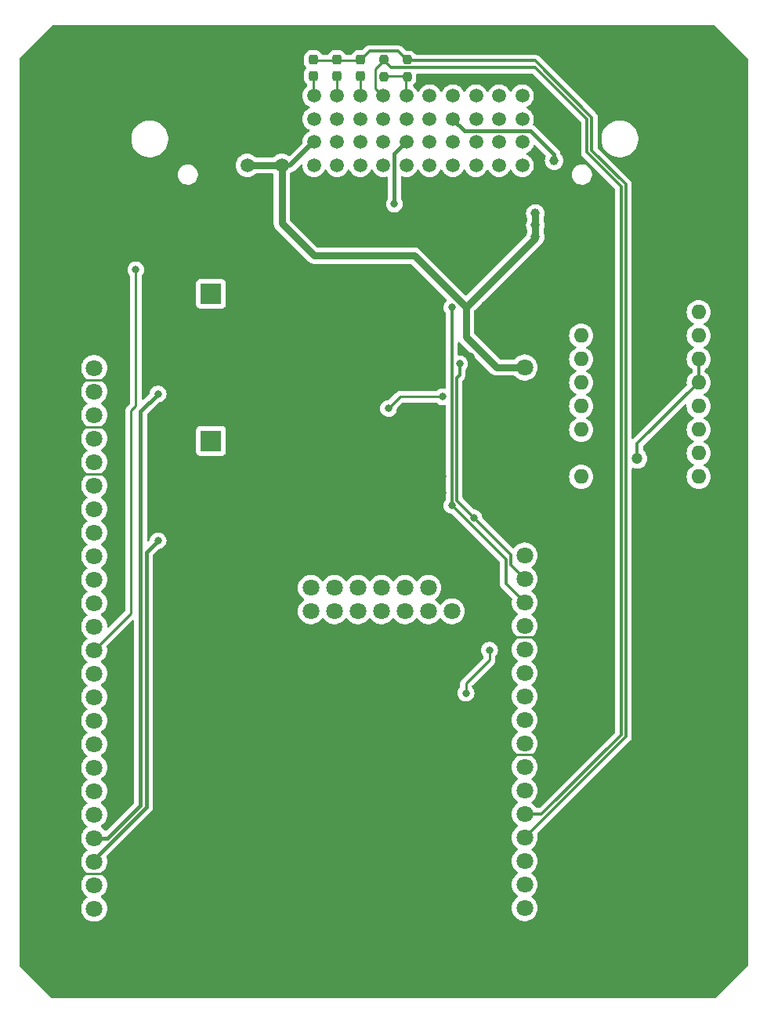
<source format=gbr>
%TF.GenerationSoftware,KiCad,Pcbnew,8.0.5*%
%TF.CreationDate,2024-11-15T11:55:52+01:00*%
%TF.ProjectId,Core4GPZ_rev0-1,436f7265-3447-4505-9a5f-726576302d31,rev?*%
%TF.SameCoordinates,Original*%
%TF.FileFunction,Copper,L2,Bot*%
%TF.FilePolarity,Positive*%
%FSLAX46Y46*%
G04 Gerber Fmt 4.6, Leading zero omitted, Abs format (unit mm)*
G04 Created by KiCad (PCBNEW 8.0.5) date 2024-11-15 11:55:52*
%MOMM*%
%LPD*%
G01*
G04 APERTURE LIST*
G04 Aperture macros list*
%AMRoundRect*
0 Rectangle with rounded corners*
0 $1 Rounding radius*
0 $2 $3 $4 $5 $6 $7 $8 $9 X,Y pos of 4 corners*
0 Add a 4 corners polygon primitive as box body*
4,1,4,$2,$3,$4,$5,$6,$7,$8,$9,$2,$3,0*
0 Add four circle primitives for the rounded corners*
1,1,$1+$1,$2,$3*
1,1,$1+$1,$4,$5*
1,1,$1+$1,$6,$7*
1,1,$1+$1,$8,$9*
0 Add four rect primitives between the rounded corners*
20,1,$1+$1,$2,$3,$4,$5,0*
20,1,$1+$1,$4,$5,$6,$7,0*
20,1,$1+$1,$6,$7,$8,$9,0*
20,1,$1+$1,$8,$9,$2,$3,0*%
G04 Aperture macros list end*
%TA.AperFunction,SMDPad,CuDef*%
%ADD10RoundRect,0.237500X0.237500X-0.250000X0.237500X0.250000X-0.237500X0.250000X-0.237500X-0.250000X0*%
%TD*%
%TA.AperFunction,SMDPad,CuDef*%
%ADD11RoundRect,0.237500X0.237500X-0.287500X0.237500X0.287500X-0.237500X0.287500X-0.237500X-0.287500X0*%
%TD*%
%TA.AperFunction,ComponentPad*%
%ADD12R,2.200000X2.200000*%
%TD*%
%TA.AperFunction,ComponentPad*%
%ADD13O,2.200000X2.200000*%
%TD*%
%TA.AperFunction,ComponentPad*%
%ADD14C,1.500000*%
%TD*%
%TA.AperFunction,ComponentPad*%
%ADD15C,5.600000*%
%TD*%
%TA.AperFunction,ComponentPad*%
%ADD16C,5.500000*%
%TD*%
%TA.AperFunction,ComponentPad*%
%ADD17C,1.800000*%
%TD*%
%TA.AperFunction,ComponentPad*%
%ADD18R,1.600000X1.600000*%
%TD*%
%TA.AperFunction,ComponentPad*%
%ADD19O,1.600000X1.600000*%
%TD*%
%TA.AperFunction,ViaPad*%
%ADD20C,0.800000*%
%TD*%
%TA.AperFunction,ViaPad*%
%ADD21C,1.000000*%
%TD*%
%TA.AperFunction,ViaPad*%
%ADD22C,1.200000*%
%TD*%
%TA.AperFunction,Conductor*%
%ADD23C,0.250000*%
%TD*%
%TA.AperFunction,Conductor*%
%ADD24C,0.300000*%
%TD*%
%TA.AperFunction,Conductor*%
%ADD25C,0.750000*%
%TD*%
%TA.AperFunction,Conductor*%
%ADD26C,0.500000*%
%TD*%
%TA.AperFunction,Conductor*%
%ADD27C,0.400000*%
%TD*%
G04 APERTURE END LIST*
D10*
%TO.P,R2,1*%
%TO.N,SNSR_+5V*%
X116845000Y-44282500D03*
%TO.P,R2,2*%
%TO.N,SHIFT+*%
X116845000Y-42457500D03*
%TD*%
%TO.P,R1,1*%
%TO.N,SNSR_+5V*%
X119385000Y-44282500D03*
%TO.P,R1,2*%
%TO.N,SAFE_SIGNAL*%
X119385000Y-42457500D03*
%TD*%
D11*
%TO.P,D3,1,K*%
%TO.N,NEUTRAL_SW*%
X114305000Y-44207500D03*
%TO.P,D3,2,A*%
%TO.N,SAFE_SIGNAL*%
X114305000Y-42457500D03*
%TD*%
%TO.P,D2,1,K*%
%TO.N,Clutch_SW*%
X111765000Y-44207500D03*
%TO.P,D2,2,A*%
%TO.N,SAFE_SIGNAL*%
X111765000Y-42457500D03*
%TD*%
%TO.P,D1,1,K*%
%TO.N,SideStand_SW*%
X109225000Y-44207500D03*
%TO.P,D1,2,A*%
%TO.N,SAFE_SIGNAL*%
X109225000Y-42457500D03*
%TD*%
D12*
%TO.P,D5,1,K*%
%TO.N,IGN_COIL1_DRIVE*%
X98176000Y-67759000D03*
D13*
%TO.P,D5,2,A*%
%TO.N,GND*%
X98176000Y-77919000D03*
%TD*%
D14*
%TO.P,U1,1,1A*%
%TO.N,CAM_SNSR*%
X131813000Y-53855000D03*
%TO.P,U1,2,1B*%
%TO.N,CRANK_SNSR*%
X129313000Y-53855000D03*
%TO.P,U1,3,1C*%
%TO.N,unconnected-(U1A-1C-Pad3)*%
X126813000Y-53855000D03*
%TO.P,U1,4,1D*%
%TO.N,unconnected-(U1A-1D-Pad4)*%
X124313000Y-53855000D03*
%TO.P,U1,5,1E*%
%TO.N,unconnected-(U1A-1E-Pad5)*%
X121813000Y-53855000D03*
%TO.P,U1,6,1F*%
%TO.N,/FUEL_PUMP*%
X119313000Y-53855000D03*
%TO.P,U1,7,1G*%
%TO.N,IGN_COIL2_DRIVE*%
X116813000Y-53855000D03*
%TO.P,U1,8,1H*%
%TO.N,IGN_COIL1_DRIVE*%
X114313000Y-53855000D03*
%TO.P,U1,9,1J*%
%TO.N,/INJ2_TRIG*%
X111813000Y-53855000D03*
%TO.P,U1,10,1K*%
%TO.N,/INJ1_TRIG*%
X109313000Y-53855000D03*
%TO.P,U1,11,2A*%
%TO.N,CAM_SNSR_VR-*%
X131813000Y-51355000D03*
%TO.P,U1,12,2B*%
%TO.N,CRANK_SNSR_VR-*%
X129313000Y-51355000D03*
%TO.P,U1,13,2C*%
%TO.N,unconnected-(U1A-2C-Pad13)*%
X126813000Y-51355000D03*
%TO.P,U1,14,2D*%
%TO.N,unconnected-(U1A-2D-Pad14)*%
X124313000Y-51355000D03*
%TO.P,U1,15,2E*%
%TO.N,unconnected-(U1A-2E-Pad15)*%
X121813000Y-51355000D03*
%TO.P,U1,16,2F*%
%TO.N,/FAN_CTL*%
X119313000Y-51355000D03*
%TO.P,U1,17,2G*%
%TO.N,/IDLE_1*%
X116813000Y-51355000D03*
%TO.P,U1,18,2H*%
%TO.N,unconnected-(U1A-2H-Pad18)*%
X114313000Y-51355000D03*
%TO.P,U1,19,2J*%
%TO.N,/TACHO_OUT*%
X111813000Y-51355000D03*
%TO.P,U1,20,2K*%
%TO.N,BIKE_+12V_SWITCHED_IN*%
X109313000Y-51355000D03*
%TO.P,U1,21,3A*%
%TO.N,Stepper_B1*%
X131813000Y-48855000D03*
%TO.P,U1,22,3B*%
%TO.N,Stepper_B2*%
X129313000Y-48855000D03*
%TO.P,U1,23,3C*%
%TO.N,Stepper_A2*%
X126813000Y-48855000D03*
%TO.P,U1,24,3D*%
%TO.N,Stepper_A1*%
X124313000Y-48855000D03*
%TO.P,U1,25,3E*%
%TO.N,unconnected-(U1B-3E-Pad25)*%
X121813000Y-48855000D03*
%TO.P,U1,26,3F*%
%TO.N,unconnected-(U1B-3F-Pad26)*%
X119313000Y-48855000D03*
%TO.P,U1,27,3G*%
%TO.N,unconnected-(U1B-3G-Pad27)*%
X116813000Y-48855000D03*
%TO.P,U1,28,3H*%
%TO.N,unconnected-(U1B-3H-Pad28)*%
X114313000Y-48855000D03*
%TO.P,U1,29,3J*%
%TO.N,unconnected-(U1B-3J-Pad29)*%
X111813000Y-48855000D03*
%TO.P,U1,30,3K*%
%TO.N,unconnected-(U1B-3K-Pad30)*%
X109313000Y-48855000D03*
%TO.P,U1,31,4A*%
%TO.N,/TPS_SNSR*%
X131813000Y-46355000D03*
%TO.P,U1,32,4B*%
%TO.N,CLT_SNSR*%
X129313000Y-46355000D03*
%TO.P,U1,33,4C*%
%TO.N,/IAT_SNSR*%
X126813000Y-46355000D03*
%TO.P,U1,34,4D*%
%TO.N,/02_SNSR*%
X124313000Y-46355000D03*
%TO.P,U1,35,4E*%
%TO.N,/FLEX_SNSR*%
X121813000Y-46355000D03*
%TO.P,U1,36,4F*%
%TO.N,SNSR_+5V*%
X119313000Y-46355000D03*
%TO.P,U1,37,4G*%
%TO.N,SHIFT+*%
X116813000Y-46355000D03*
%TO.P,U1,38,4H*%
%TO.N,NEUTRAL_SW*%
X114313000Y-46355000D03*
%TO.P,U1,39,4J*%
%TO.N,Clutch_SW*%
X111813000Y-46355000D03*
%TO.P,U1,40,4K*%
%TO.N,SideStand_SW*%
X109313000Y-46355000D03*
%TO.P,U1,41,1L*%
%TO.N,BIKE_+12V_SWITCHED_IN*%
X105813000Y-53855000D03*
%TO.P,U1,42,1M*%
X102113000Y-53855000D03*
%TO.P,U1,43,2L*%
%TO.N,GND*%
X105813000Y-51355000D03*
%TO.P,U1,44,2M*%
X102113000Y-51355000D03*
%TO.P,U1,45,3L*%
X105813000Y-48855000D03*
%TO.P,U1,46,3M*%
X102113000Y-48855000D03*
%TO.P,U1,47,4L*%
X105813000Y-46355000D03*
%TO.P,U1,48,4M*%
X102113000Y-46355000D03*
%TD*%
D15*
%TO.P,M3,1*%
%TO.N,GND*%
X82047000Y-62611000D03*
%TD*%
D16*
%TO.P,U2,103*%
%TO.N,GND*%
X86546000Y-139159000D03*
%TO.P,U2,102*%
X131196000Y-139149000D03*
%TO.P,U2,101*%
X131196000Y-70739000D03*
%TO.P,U2,100*%
X86546000Y-70759000D03*
D17*
%TO.P,U2,62,+5V*%
%TO.N,unconnected-(U2C-+5V-Pad62)*%
X124206000Y-102049000D03*
%TO.P,U2,61,EARTH*%
%TO.N,GND*%
X124206000Y-99509000D03*
%TO.P,U2,60,RX3*%
%TO.N,unconnected-(U2C-RX3-Pad60)*%
X121666000Y-102049000D03*
%TO.P,U2,59,TX3*%
%TO.N,unconnected-(U2C-TX3-Pad59)*%
X121666000Y-99509000D03*
%TO.P,U2,58,TX0*%
%TO.N,unconnected-(U2C-TX0-Pad58)*%
X119126000Y-102049000D03*
%TO.P,U2,57,RX0*%
%TO.N,unconnected-(U2C-RX0-Pad57)*%
X119126000Y-99509000D03*
%TO.P,U2,56,RX2*%
%TO.N,unconnected-(U2C-RX2-Pad56)*%
X116586000Y-102049000D03*
%TO.P,U2,55,TX2*%
%TO.N,unconnected-(U2C-TX2-Pad55)*%
X116586000Y-99509000D03*
%TO.P,U2,54,SS0*%
%TO.N,unconnected-(U2C-SS0-Pad54)*%
X114046000Y-102049000D03*
%TO.P,U2,53,SCK*%
%TO.N,unconnected-(U2C-SCK-Pad53)*%
X114046000Y-99509000D03*
%TO.P,U2,52,MOSI*%
%TO.N,unconnected-(U2C-MOSI-Pad52)*%
X111506000Y-102049000D03*
%TO.P,U2,51,MISO*%
%TO.N,unconnected-(U2C-MISO-Pad51)*%
X111506000Y-99509000D03*
%TO.P,U2,50,SS1*%
%TO.N,unconnected-(U2C-SS1-Pad50)*%
X108966000Y-102049000D03*
%TO.P,U2,49,RST*%
%TO.N,unconnected-(U2C-RST-Pad49)*%
X108966000Y-99509000D03*
%TO.P,U2,48,DIR*%
%TO.N,DIR*%
X132076000Y-134119000D03*
%TO.P,U2,47,STEP*%
%TO.N,STEP*%
X132076000Y-131579000D03*
%TO.P,U2,46,ENBL*%
%TO.N,EN*%
X132076000Y-129039000D03*
%TO.P,U2,45,SPR_IN2*%
%TO.N,SAFE_SIGNAL*%
X132076000Y-126499000D03*
%TO.P,U2,44,SPR_IN1*%
%TO.N,SHIFT+*%
X132076000Y-123959000D03*
%TO.P,U2,43,FLEX*%
%TO.N,/FLEX_SNSR*%
X132076000Y-121419000D03*
%TO.P,U2,42,KNOCK*%
%TO.N,unconnected-(U2B-KNOCK-Pad42)*%
X132076000Y-118879000D03*
%TO.P,U2,41,LAUNCH*%
%TO.N,unconnected-(U2B-LAUNCH-Pad41)*%
X132076000Y-116339000D03*
%TO.P,U2,40,02*%
%TO.N,/02_SNSR*%
X132076000Y-113799000D03*
%TO.P,U2,39,IAT*%
%TO.N,/IAT_SNSR*%
X132076000Y-111259000D03*
%TO.P,U2,38,CLT*%
%TO.N,CLT_5V*%
X132076000Y-108719000D03*
%TO.P,U2,37,TPS*%
%TO.N,/TPS_SNSR*%
X132076000Y-106179000D03*
%TO.P,U2,36,MAP_IN*%
%TO.N,Net-(U2B-MAP_IN)*%
X132076000Y-103639000D03*
%TO.P,U2,35,RPM2*%
%TO.N,CAM_SIGNAL*%
X132076000Y-101099000D03*
%TO.P,U2,34,RPM1*%
%TO.N,CRANK_SIGNAL*%
X132076000Y-98559000D03*
%TO.P,U2,33,+5V*%
%TO.N,SNSR_+5V*%
X132076000Y-96019000D03*
%TO.P,U2,32,EARTH*%
%TO.N,GND*%
X132076000Y-93479000D03*
%TO.P,U2,31,EARTH*%
X132076000Y-90939000D03*
%TO.P,U2,30,EARTH*%
X132076000Y-88399000D03*
%TO.P,U2,29,EARTH*%
X132076000Y-85859000D03*
%TO.P,U2,28,EARTH*%
X132076000Y-83319000D03*
%TO.P,U2,27,EARTH*%
X132076000Y-80779000D03*
%TO.P,U2,26,EARTH*%
X132076000Y-78239000D03*
%TO.P,U2,25,+12V*%
%TO.N,BIKE_+12V_SWITCHED_IN*%
X132076000Y-75699000D03*
%TO.P,U2,24,IGN4*%
%TO.N,unconnected-(U2A-IGN4-Pad24)*%
X85546000Y-134179000D03*
%TO.P,U2,23,IGN3*%
%TO.N,unconnected-(U2A-IGN3-Pad23)*%
X85546000Y-131639000D03*
%TO.P,U2,22,IGN2*%
%TO.N,IGN_TRIG_2*%
X85546000Y-129099000D03*
%TO.P,U2,21,IGN1*%
%TO.N,IGN_TRIG_1*%
X85546000Y-126559000D03*
%TO.P,U2,20,D33*%
%TO.N,unconnected-(U2A-D33-Pad20)*%
X85546000Y-124019000D03*
%TO.P,U2,19,D34*%
%TO.N,unconnected-(U2A-D34-Pad19)*%
X85546000Y-121479000D03*
%TO.P,U2,18,D35*%
%TO.N,unconnected-(U2A-D35-Pad18)*%
X85546000Y-118939000D03*
%TO.P,U2,17,D36*%
%TO.N,unconnected-(U2A-D36-Pad17)*%
X85546000Y-116399000D03*
%TO.P,U2,16,LC1*%
%TO.N,unconnected-(U2A-LC1-Pad16)*%
X85546000Y-113859000D03*
%TO.P,U2,15,FAN*%
%TO.N,/FAN_CTL*%
X85546000Y-111319000D03*
%TO.P,U2,14,FUELP*%
%TO.N,/FUEL_PUMP*%
X85546000Y-108779000D03*
%TO.P,U2,13,TACHO*%
%TO.N,/TACHO_OUT*%
X85546000Y-106239000D03*
%TO.P,U2,12,IDLED1*%
%TO.N,/IDLE_1*%
X85546000Y-103699000D03*
%TO.P,U2,11,IDLED2*%
%TO.N,unconnected-(U2A-IDLED2-Pad11)*%
X85546000Y-101159000D03*
%TO.P,U2,10,VVT*%
%TO.N,unconnected-(U2A-VVT-Pad10)*%
X85546000Y-98619000D03*
%TO.P,U2,9,BOOST*%
%TO.N,unconnected-(U2A-BOOST-Pad9)*%
X85546000Y-96079000D03*
%TO.P,U2,8,INJ4*%
%TO.N,unconnected-(U2A-INJ4-Pad8)*%
X85546000Y-93539000D03*
%TO.P,U2,7,INJ4*%
%TO.N,unconnected-(U2A-INJ4-Pad7)*%
X85546000Y-90999000D03*
%TO.P,U2,6,INJ3*%
%TO.N,unconnected-(U2A-INJ3-Pad6)*%
X85546000Y-88459000D03*
%TO.P,U2,5,INJ3*%
%TO.N,unconnected-(U2A-INJ3-Pad5)*%
X85546000Y-85919000D03*
%TO.P,U2,4,INJ2*%
%TO.N,unconnected-(U2A-INJ2-Pad4)*%
X85546000Y-83379000D03*
%TO.P,U2,3,INJ2*%
%TO.N,/INJ2_TRIG*%
X85546000Y-80839000D03*
%TO.P,U2,2,INJ1*%
%TO.N,unconnected-(U2A-INJ1-Pad2)*%
X85546000Y-78299000D03*
%TO.P,U2,1,INJ1*%
%TO.N,/INJ1_TRIG*%
X85546000Y-75759000D03*
%TD*%
D15*
%TO.P,M3,1*%
%TO.N,GND*%
X97287000Y-139319000D03*
%TD*%
%TO.P,M3,1*%
%TO.N,GND*%
X151643000Y-62611000D03*
%TD*%
D18*
%TO.P,A1,1,GND*%
%TO.N,GND*%
X138181000Y-69723000D03*
D19*
%TO.P,A1,2,~{FLT}*%
%TO.N,unconnected-(A1-~{FLT}-Pad2)*%
X138181000Y-72263000D03*
%TO.P,A1,3,A2*%
%TO.N,Stepper_A2*%
X138181000Y-74803000D03*
%TO.P,A1,4,A1*%
%TO.N,Stepper_A1*%
X138181000Y-77343000D03*
%TO.P,A1,5,B1*%
%TO.N,Stepper_B1*%
X138181000Y-79883000D03*
%TO.P,A1,6,B2*%
%TO.N,Stepper_B2*%
X138181000Y-82423000D03*
%TO.P,A1,7,GND*%
%TO.N,GND*%
X138181000Y-84963000D03*
%TO.P,A1,8,VMOT*%
%TO.N,Net-(A1-VMOT)*%
X138181000Y-87503000D03*
%TO.P,A1,9,~{EN}*%
%TO.N,EN*%
X150881000Y-87503000D03*
%TO.P,A1,10,M0*%
%TO.N,unconnected-(A1-M0-Pad10)*%
X150881000Y-84963000D03*
%TO.P,A1,11,M1*%
%TO.N,unconnected-(A1-M1-Pad11)*%
X150881000Y-82423000D03*
%TO.P,A1,12,M2*%
%TO.N,unconnected-(A1-M2-Pad12)*%
X150881000Y-79883000D03*
%TO.P,A1,13,~{RST}*%
%TO.N,SNSR_+5V*%
X150881000Y-77343000D03*
%TO.P,A1,14,~{SLP}*%
X150881000Y-74803000D03*
%TO.P,A1,15,STEP*%
%TO.N,STEP*%
X150881000Y-72263000D03*
%TO.P,A1,16,DIR*%
%TO.N,DIR*%
X150881000Y-69723000D03*
%TD*%
D12*
%TO.P,D6,1,K*%
%TO.N,IGN_COIL2_DRIVE*%
X98176000Y-83634000D03*
D13*
%TO.P,D6,2,A*%
%TO.N,GND*%
X98176000Y-93794000D03*
%TD*%
D15*
%TO.P,M3,1*%
%TO.N,GND*%
X151643000Y-139319000D03*
%TD*%
D20*
%TO.N,GND*%
X116845000Y-75565000D03*
X116337000Y-72009000D03*
X116337000Y-68961000D03*
X117353000Y-61849000D03*
X123703000Y-57531000D03*
X120655000Y-60325000D03*
X122179000Y-58801000D03*
X122179000Y-55753000D03*
X138689000Y-105029000D03*
X134371000Y-99949000D03*
X134371000Y-101981000D03*
%TO.N,Net-(IC1-IN1+)*%
X123195000Y-78867000D03*
X117353000Y-80137000D03*
D21*
%TO.N,BIKE_+12V_SWITCHED_IN*%
X133228000Y-60325000D03*
X133228000Y-59055000D03*
X133228000Y-61595000D03*
D22*
%TO.N,SNSR_+5V*%
X144222925Y-85539000D03*
D20*
%TO.N,IGN_TRIG_1*%
X92461000Y-78554000D03*
%TO.N,IGN_TRIG_2*%
X92461000Y-94429000D03*
%TO.N,CRANK_SIGNAL*%
X125037000Y-75311000D03*
X126597331Y-91944669D03*
%TO.N,CAM_SIGNAL*%
X124211000Y-69215000D03*
X124211000Y-90619000D03*
%TO.N,/FAN_CTL*%
X117988000Y-58039000D03*
D21*
%TO.N,Stepper_A1*%
X135260000Y-53340000D03*
D20*
%TO.N,/TACHO_OUT*%
X90048000Y-65151000D03*
%TO.N,GND*%
X121734500Y-86732500D03*
X127767000Y-68961000D03*
X104406000Y-90170000D03*
X133355000Y-57023000D03*
X109479000Y-91567000D03*
X141991000Y-129354000D03*
X110495000Y-75819000D03*
X115575000Y-70485000D03*
X149103000Y-94615000D03*
X117607000Y-109855000D03*
X154691000Y-94615000D03*
X140086000Y-84904000D03*
X127259000Y-63119000D03*
X136403000Y-78359000D03*
X123195000Y-87503000D03*
X143896000Y-127449000D03*
X102621000Y-106494000D03*
X143261000Y-121734000D03*
X87381000Y-87444000D03*
X104488500Y-74329000D03*
X107701000Y-58420000D03*
X129799000Y-67183000D03*
X88016000Y-120464000D03*
X104488500Y-76869000D03*
X124465000Y-41275000D03*
X109479000Y-84963000D03*
X119131000Y-91254000D03*
X119385000Y-72517000D03*
X141356000Y-84904000D03*
X144150000Y-62679000D03*
X110876000Y-62103000D03*
X127259000Y-60579000D03*
X140721000Y-102049000D03*
X118369000Y-96393000D03*
X116845000Y-81280000D03*
X92715000Y-90551000D03*
X92715000Y-88011000D03*
X121163000Y-70739000D03*
X154691000Y-77343000D03*
X147071000Y-117924000D03*
X134371000Y-109944000D03*
X116845000Y-85090000D03*
X110495000Y-73279000D03*
X110876000Y-60579000D03*
X88016000Y-130624000D03*
X106050000Y-74329000D03*
X137800000Y-59563000D03*
X154691000Y-74803000D03*
X138816000Y-97604000D03*
X122941000Y-72517000D03*
X82936000Y-82364000D03*
X127005000Y-41275000D03*
X140086000Y-86174000D03*
X148341000Y-84904000D03*
X125735000Y-114935000D03*
X121290000Y-74549000D03*
X134371000Y-112484000D03*
X113035000Y-58547000D03*
X140975000Y-46990000D03*
X104406000Y-92710000D03*
X144209475Y-77284000D03*
X115575000Y-81280000D03*
X99446000Y-102049000D03*
X136911000Y-97604000D03*
X140975000Y-89984000D03*
X134371000Y-121539000D03*
X140086000Y-83634000D03*
X138181000Y-133164000D03*
X103510000Y-109855000D03*
X132085000Y-41275000D03*
X99319000Y-72263000D03*
X123703000Y-114935000D03*
X122941000Y-74549000D03*
X150881000Y-114114000D03*
X148341000Y-72204000D03*
X112400000Y-95250000D03*
X106050000Y-107315000D03*
X122941000Y-76581000D03*
X127513000Y-98933000D03*
X144531000Y-99509000D03*
X128021000Y-72771000D03*
X87381000Y-100144000D03*
X126243000Y-101981000D03*
X91572000Y-69723000D03*
X137800000Y-62611000D03*
X122179000Y-57531000D03*
X87381000Y-94429000D03*
X129545000Y-41275000D03*
X140340000Y-48260000D03*
X98811000Y-63119000D03*
X148976000Y-116019000D03*
X137800000Y-57785000D03*
X91572000Y-66675000D03*
X92715000Y-82677000D03*
X149103000Y-90619000D03*
X110495000Y-78867000D03*
X118877000Y-60325000D03*
X148341000Y-74744000D03*
X149611000Y-121734000D03*
X144209475Y-72204000D03*
X136403000Y-80899000D03*
X97223500Y-90551000D03*
X107320000Y-106045000D03*
X103383000Y-61595000D03*
X129799000Y-78359000D03*
X138943000Y-89984000D03*
X92715000Y-83947000D03*
X105161000Y-103954000D03*
X113670000Y-95250000D03*
X137927000Y-117983000D03*
X140848000Y-112209000D03*
X116210000Y-88900000D03*
X139705000Y-46990000D03*
X129799000Y-80899000D03*
X141610000Y-48260000D03*
X154691000Y-99695000D03*
X137800000Y-49530000D03*
X128783000Y-58547000D03*
X127767000Y-114935000D03*
X93731000Y-100144000D03*
X129799000Y-85979000D03*
X148341000Y-108399000D03*
X133228000Y-64643000D03*
X140086000Y-131259000D03*
X148341000Y-69664000D03*
X125989000Y-89281000D03*
X92715000Y-81407000D03*
X129799000Y-83439000D03*
X118606000Y-86732500D03*
X104488500Y-75599000D03*
X144150000Y-59631000D03*
X154691000Y-97155000D03*
X136911000Y-102049000D03*
X154691000Y-82423000D03*
X145801000Y-125544000D03*
X99319000Y-87904000D03*
X139578000Y-113479000D03*
X148341000Y-109669000D03*
X137038000Y-116019000D03*
X103891000Y-105224000D03*
X140721000Y-99509000D03*
X117607000Y-111887000D03*
X149611000Y-109669000D03*
X138308000Y-114749000D03*
X92715000Y-89281000D03*
X112400000Y-96520000D03*
X97287000Y-72263000D03*
X125989000Y-87757000D03*
X87381000Y-82364000D03*
X110495000Y-70739000D03*
X154691000Y-79883000D03*
X141356000Y-123639000D03*
X113670000Y-96520000D03*
X114305000Y-57277000D03*
X122941000Y-103505000D03*
X137800000Y-61087000D03*
X102240000Y-111125000D03*
X100843000Y-61595000D03*
X91572000Y-68199000D03*
X99446000Y-100144000D03*
X141356000Y-83634000D03*
X145801000Y-109669000D03*
X121671000Y-111887000D03*
X139705000Y-41275000D03*
X120147000Y-86741000D03*
X115575000Y-77470000D03*
X153421000Y-117924000D03*
X131323000Y-65659000D03*
X126497000Y-94869000D03*
X144209475Y-69664000D03*
X120655000Y-58801000D03*
X133355000Y-52959000D03*
X144531000Y-97604000D03*
X154691000Y-102235000D03*
X97287000Y-75311000D03*
X135260000Y-46990000D03*
X136530000Y-48260000D03*
X129799000Y-112484000D03*
X130307000Y-57023000D03*
X123703000Y-55753000D03*
X120147000Y-105029000D03*
X140721000Y-97604000D03*
X110495000Y-65659000D03*
X112019000Y-59563000D03*
X147706000Y-123639000D03*
X100081000Y-109034000D03*
X106050000Y-90170000D03*
X96779000Y-64643000D03*
X129799000Y-90297000D03*
X116210000Y-96334000D03*
X144150000Y-61155000D03*
X136911000Y-90043000D03*
X137165000Y-41275000D03*
X149103000Y-92583000D03*
X151516000Y-119829000D03*
X145801000Y-108399000D03*
X126497000Y-96393000D03*
X108971000Y-57277000D03*
X109479000Y-82931000D03*
X133228000Y-66675000D03*
X149611000Y-108399000D03*
X99319000Y-75311000D03*
X97541000Y-100144000D03*
X95636000Y-102049000D03*
X115575000Y-85090000D03*
X120909000Y-107696000D03*
X135895000Y-120015000D03*
X144531000Y-101414000D03*
X128275000Y-89281000D03*
X87635000Y-115174000D03*
X145166000Y-119829000D03*
X144209475Y-74744000D03*
X144150000Y-57785000D03*
X149103000Y-96647000D03*
X120655000Y-96334000D03*
X129799000Y-102743000D03*
X109479000Y-89027000D03*
X106685000Y-64770000D03*
X99319000Y-90551000D03*
X109479000Y-86995000D03*
X117480000Y-91254000D03*
X127513000Y-100711000D03*
X125989000Y-76835000D03*
X104406000Y-91440000D03*
X95636000Y-100144000D03*
X134625000Y-41275000D03*
X147071000Y-109669000D03*
X116210000Y-90170000D03*
X129799000Y-88519000D03*
X101351000Y-107764000D03*
X123195000Y-89281000D03*
X133355000Y-54991000D03*
X103383000Y-64643000D03*
X123703000Y-105791000D03*
X140467000Y-115443000D03*
X134371000Y-117564000D03*
X134371000Y-104864000D03*
X133228000Y-65659000D03*
X127767000Y-104267000D03*
X134879000Y-90043000D03*
X97541000Y-102049000D03*
X104780000Y-108585000D03*
X148341000Y-77284000D03*
X121671000Y-114935000D03*
X93731000Y-102049000D03*
X106685000Y-63500000D03*
X126243000Y-74549000D03*
X116337000Y-65405000D03*
X87381000Y-76649000D03*
X115575000Y-67310000D03*
X117607000Y-107823000D03*
X119385000Y-70739000D03*
X97223500Y-87904000D03*
X121163000Y-72517000D03*
X148341000Y-82364000D03*
X141356000Y-86174000D03*
X118877000Y-61849000D03*
X116845000Y-77470000D03*
X129799000Y-109944000D03*
X110495000Y-68199000D03*
X115575000Y-73660000D03*
X147071000Y-108399000D03*
X125989000Y-98933000D03*
X129799000Y-114935000D03*
%TO.N,Net-(JP5-B)*%
X128275000Y-106239000D03*
X125735000Y-110903000D03*
%TD*%
D23*
%TO.N,Net-(IC1-IN1+)*%
X118623000Y-78867000D02*
X117353000Y-80137000D01*
X123195000Y-78867000D02*
X118623000Y-78867000D01*
D24*
%TO.N,SHIFT+*%
X133216000Y-43295000D02*
X117595000Y-43295000D01*
X142498000Y-115369894D02*
X142498000Y-56133000D01*
X142498000Y-56133000D02*
X138816000Y-52451000D01*
X138816000Y-52451000D02*
X138816000Y-48895000D01*
X138816000Y-48895000D02*
X133216000Y-43295000D01*
X117595000Y-43295000D02*
X116845000Y-42545000D01*
X133908894Y-123959000D02*
X142498000Y-115369894D01*
X132076000Y-123959000D02*
X133908894Y-123959000D01*
%TO.N,SAFE_SIGNAL*%
X139324000Y-48695893D02*
X139324000Y-52251894D01*
X142998000Y-115577000D02*
X132076000Y-126499000D01*
X133173107Y-42545000D02*
X139324000Y-48695893D01*
X119385000Y-42545000D02*
X133173107Y-42545000D01*
X115321000Y-41529000D02*
X118369000Y-41529000D01*
X118369000Y-41529000D02*
X119385000Y-42545000D01*
X114305000Y-42545000D02*
X115321000Y-41529000D01*
X142998000Y-55925894D02*
X142998000Y-115577000D01*
X139324000Y-52251894D02*
X142998000Y-55925894D01*
D25*
%TO.N,BIKE_+12V_SWITCHED_IN*%
X105813000Y-53855000D02*
X102035166Y-53855000D01*
X105813000Y-60088000D02*
X105813000Y-53932834D01*
X109352000Y-63627000D02*
X105813000Y-60088000D01*
X133228000Y-61595000D02*
X133228000Y-61722000D01*
X132146000Y-75699000D02*
X132076000Y-75699000D01*
X120147000Y-63627000D02*
X109352000Y-63627000D01*
X133228000Y-61722000D02*
X125735000Y-69215000D01*
X133228000Y-59055000D02*
X133228000Y-60325000D01*
X132076000Y-75699000D02*
X129044000Y-75699000D01*
D26*
X106708340Y-53855000D02*
X109221753Y-51341587D01*
X105813000Y-53855000D02*
X106708340Y-53855000D01*
D25*
X102035166Y-53855000D02*
X102021753Y-53841587D01*
X133228000Y-60325000D02*
X133228000Y-61595000D01*
X125735000Y-72390000D02*
X125735000Y-69215000D01*
X125735000Y-69215000D02*
X120147000Y-63627000D01*
X129044000Y-75699000D02*
X125735000Y-72390000D01*
D23*
%TO.N,SNSR_+5V*%
X119385000Y-46178340D02*
X119221753Y-46341587D01*
D24*
X144222925Y-83942075D02*
X150881000Y-77284000D01*
D27*
X132151000Y-96019000D02*
X132076000Y-96019000D01*
D24*
X144222925Y-85539000D02*
X144222925Y-83942075D01*
D23*
X119221753Y-46341587D02*
X119221753Y-44358247D01*
X116845000Y-44195000D02*
X119385000Y-44195000D01*
D24*
X150881000Y-77284000D02*
X150881000Y-74744000D01*
D23*
X119221753Y-44358247D02*
X119385000Y-44195000D01*
%TO.N,SAFE_SIGNAL*%
X114305000Y-42545000D02*
X109225000Y-42545000D01*
%TO.N,SideStand_SW*%
X109225000Y-46338340D02*
X109221753Y-46341587D01*
X109225000Y-46405000D02*
X109195000Y-46435000D01*
X109225000Y-44120000D02*
X109225000Y-46338340D01*
%TO.N,Clutch_SW*%
X111765000Y-44120000D02*
X111765000Y-46298340D01*
X111765000Y-46365000D02*
X111695000Y-46435000D01*
X111765000Y-46298340D02*
X111721753Y-46341587D01*
%TO.N,NEUTRAL_SW*%
X114305000Y-46258340D02*
X114221753Y-46341587D01*
X114305000Y-44120000D02*
X114305000Y-46258340D01*
X114305000Y-46225000D02*
X114095000Y-46435000D01*
D27*
%TO.N,IGN_TRIG_1*%
X90556000Y-123004000D02*
X87001000Y-126559000D01*
X90556000Y-80459000D02*
X90556000Y-123004000D01*
X87001000Y-126559000D02*
X85546000Y-126559000D01*
X92461000Y-78554000D02*
X90556000Y-80459000D01*
%TO.N,IGN_TRIG_2*%
X91191000Y-123217528D02*
X85546000Y-128862528D01*
X85546000Y-128862528D02*
X85546000Y-129099000D01*
X91191000Y-95699000D02*
X91191000Y-123217528D01*
X92461000Y-94429000D02*
X91191000Y-95699000D01*
D23*
%TO.N,CRANK_SNSR*%
X129195000Y-53935000D02*
X129260305Y-53935000D01*
D24*
%TO.N,CRANK_SIGNAL*%
X130561000Y-97044000D02*
X132076000Y-98559000D01*
X126597331Y-91944669D02*
X130561000Y-95908338D01*
X124719000Y-76835000D02*
X125037000Y-76517000D01*
X126597331Y-91944669D02*
X124719000Y-90066338D01*
X124719000Y-90066338D02*
X124719000Y-76835000D01*
X125037000Y-76517000D02*
X125037000Y-75311000D01*
X130561000Y-95908338D02*
X130561000Y-97044000D01*
%TO.N,CAM_SIGNAL*%
X124211000Y-90619000D02*
X124211000Y-69215000D01*
X130053000Y-96461000D02*
X130053000Y-99076000D01*
X124211000Y-90619000D02*
X130053000Y-96461000D01*
X130053000Y-99076000D02*
X132076000Y-101099000D01*
D27*
%TO.N,Stepper_B1*%
X131775166Y-48895000D02*
X131721753Y-48841587D01*
%TO.N,/FAN_CTL*%
X117988000Y-52575340D02*
X119221753Y-51341587D01*
X117988000Y-58039000D02*
X117988000Y-52575340D01*
D23*
%TO.N,SHIFT+*%
X116721753Y-46341587D02*
X115959754Y-45579588D01*
X115959754Y-45579588D02*
X115959754Y-43430246D01*
X116845000Y-46185000D02*
X116595000Y-46435000D01*
X115959754Y-43430246D02*
X116845000Y-42545000D01*
X116845000Y-46218340D02*
X116721753Y-46341587D01*
D27*
%TO.N,Net-(U2B-MAP_IN)*%
X132371000Y-103344000D02*
X132076000Y-103639000D01*
%TO.N,Stepper_A1*%
X125545166Y-50165000D02*
X124221753Y-48841587D01*
X135260000Y-53340000D02*
X135260000Y-52705000D01*
X132720000Y-50165000D02*
X125545166Y-50165000D01*
X135260000Y-52705000D02*
X132720000Y-50165000D01*
D23*
%TO.N,/TACHO_OUT*%
X90048000Y-65151000D02*
X90048000Y-79883000D01*
X90048000Y-79883000D02*
X89540000Y-80391000D01*
X89540000Y-102245000D02*
X85546000Y-106239000D01*
X89540000Y-80391000D02*
X89540000Y-102245000D01*
%TO.N,GND*%
X88016000Y-130624000D02*
X87806000Y-130414000D01*
X83781000Y-130414000D02*
X83571000Y-130624000D01*
X87381000Y-87444000D02*
X86746000Y-87444000D01*
X87806000Y-130414000D02*
X83781000Y-130414000D01*
X87171000Y-82154000D02*
X83146000Y-82154000D01*
X87381000Y-76649000D02*
X86956000Y-77074000D01*
X86536000Y-87234000D02*
X83361000Y-87234000D01*
X86956000Y-77074000D02*
X83781000Y-77074000D01*
X134371000Y-104864000D02*
X129566000Y-104864000D01*
X86746000Y-87444000D02*
X86536000Y-87234000D01*
X83146000Y-82154000D02*
X82936000Y-82364000D01*
X83361000Y-87234000D02*
X82936000Y-86809000D01*
X134371000Y-117564000D02*
X129888000Y-117564000D01*
X83781000Y-77074000D02*
X83571000Y-77284000D01*
X87381000Y-82364000D02*
X87171000Y-82154000D01*
%TO.N,Net-(JP5-B)*%
X128275000Y-107315000D02*
X128275000Y-106239000D01*
X125735000Y-109855000D02*
X128275000Y-107315000D01*
X125735000Y-110903000D02*
X125735000Y-109855000D01*
%TD*%
%TA.AperFunction,Conductor*%
%TO.N,GND*%
G36*
X89774834Y-102997269D02*
G01*
X89830767Y-103039141D01*
X89855184Y-103104605D01*
X89855500Y-103113451D01*
X89855500Y-122662480D01*
X89835815Y-122729519D01*
X89819181Y-122750161D01*
X86849300Y-125720041D01*
X86787977Y-125753526D01*
X86718285Y-125748542D01*
X86662352Y-125706670D01*
X86657819Y-125700194D01*
X86654979Y-125695847D01*
X86497784Y-125525087D01*
X86320180Y-125386853D01*
X86279368Y-125330143D01*
X86275693Y-125260370D01*
X86310324Y-125199687D01*
X86320181Y-125191146D01*
X86324407Y-125187857D01*
X86497784Y-125052913D01*
X86654979Y-124882153D01*
X86781924Y-124687849D01*
X86875157Y-124475300D01*
X86932134Y-124250305D01*
X86932135Y-124250297D01*
X86951300Y-124019006D01*
X86951300Y-124018993D01*
X86932135Y-123787702D01*
X86932133Y-123787691D01*
X86875157Y-123562699D01*
X86781924Y-123350151D01*
X86654983Y-123155852D01*
X86654980Y-123155849D01*
X86654979Y-123155847D01*
X86497784Y-122985087D01*
X86320180Y-122846853D01*
X86279368Y-122790143D01*
X86275693Y-122720370D01*
X86310324Y-122659687D01*
X86320181Y-122651146D01*
X86324407Y-122647857D01*
X86497784Y-122512913D01*
X86654979Y-122342153D01*
X86781924Y-122147849D01*
X86875157Y-121935300D01*
X86932134Y-121710305D01*
X86932135Y-121710297D01*
X86951300Y-121479006D01*
X86951300Y-121478993D01*
X86932135Y-121247702D01*
X86932133Y-121247691D01*
X86875157Y-121022699D01*
X86781924Y-120810151D01*
X86654983Y-120615852D01*
X86654980Y-120615849D01*
X86654979Y-120615847D01*
X86497784Y-120445087D01*
X86320180Y-120306853D01*
X86279368Y-120250143D01*
X86275693Y-120180370D01*
X86310324Y-120119687D01*
X86320181Y-120111146D01*
X86324407Y-120107857D01*
X86497784Y-119972913D01*
X86654979Y-119802153D01*
X86781924Y-119607849D01*
X86875157Y-119395300D01*
X86932134Y-119170305D01*
X86932135Y-119170297D01*
X86951300Y-118939006D01*
X86951300Y-118938993D01*
X86932135Y-118707702D01*
X86932133Y-118707691D01*
X86875157Y-118482699D01*
X86781924Y-118270151D01*
X86654983Y-118075852D01*
X86654980Y-118075849D01*
X86654979Y-118075847D01*
X86497784Y-117905087D01*
X86320180Y-117766853D01*
X86279368Y-117710143D01*
X86275693Y-117640370D01*
X86310324Y-117579687D01*
X86320181Y-117571146D01*
X86324407Y-117567857D01*
X86497784Y-117432913D01*
X86654979Y-117262153D01*
X86781924Y-117067849D01*
X86875157Y-116855300D01*
X86932134Y-116630305D01*
X86932135Y-116630297D01*
X86951300Y-116399006D01*
X86951300Y-116398993D01*
X86932135Y-116167702D01*
X86932133Y-116167691D01*
X86875157Y-115942699D01*
X86781924Y-115730151D01*
X86654983Y-115535852D01*
X86654980Y-115535849D01*
X86654979Y-115535847D01*
X86497784Y-115365087D01*
X86320180Y-115226853D01*
X86279368Y-115170143D01*
X86275693Y-115100370D01*
X86310324Y-115039687D01*
X86320181Y-115031146D01*
X86324407Y-115027857D01*
X86497784Y-114892913D01*
X86654979Y-114722153D01*
X86781924Y-114527849D01*
X86875157Y-114315300D01*
X86932134Y-114090305D01*
X86932135Y-114090297D01*
X86951300Y-113859006D01*
X86951300Y-113858993D01*
X86932135Y-113627702D01*
X86932133Y-113627691D01*
X86875157Y-113402699D01*
X86781924Y-113190151D01*
X86654983Y-112995852D01*
X86654980Y-112995849D01*
X86654979Y-112995847D01*
X86497784Y-112825087D01*
X86320180Y-112686853D01*
X86279368Y-112630143D01*
X86275693Y-112560370D01*
X86310324Y-112499687D01*
X86320181Y-112491146D01*
X86324407Y-112487857D01*
X86497784Y-112352913D01*
X86654979Y-112182153D01*
X86781924Y-111987849D01*
X86875157Y-111775300D01*
X86932134Y-111550305D01*
X86932135Y-111550297D01*
X86951300Y-111319006D01*
X86951300Y-111318993D01*
X86932135Y-111087702D01*
X86932133Y-111087691D01*
X86875157Y-110862699D01*
X86781924Y-110650151D01*
X86654983Y-110455852D01*
X86654980Y-110455849D01*
X86654979Y-110455847D01*
X86497784Y-110285087D01*
X86320180Y-110146853D01*
X86279368Y-110090143D01*
X86275693Y-110020370D01*
X86310324Y-109959687D01*
X86320181Y-109951146D01*
X86324407Y-109947857D01*
X86497784Y-109812913D01*
X86654979Y-109642153D01*
X86781924Y-109447849D01*
X86875157Y-109235300D01*
X86932134Y-109010305D01*
X86932135Y-109010297D01*
X86951300Y-108779006D01*
X86951300Y-108778993D01*
X86932135Y-108547702D01*
X86932133Y-108547691D01*
X86875157Y-108322699D01*
X86781924Y-108110151D01*
X86654983Y-107915852D01*
X86654980Y-107915849D01*
X86654979Y-107915847D01*
X86497784Y-107745087D01*
X86320180Y-107606853D01*
X86279368Y-107550143D01*
X86275693Y-107480370D01*
X86310324Y-107419687D01*
X86320181Y-107411146D01*
X86324407Y-107407857D01*
X86497784Y-107272913D01*
X86654979Y-107102153D01*
X86781924Y-106907849D01*
X86875157Y-106695300D01*
X86932134Y-106470305D01*
X86935701Y-106427256D01*
X86951300Y-106239006D01*
X86951300Y-106238993D01*
X86932135Y-106007702D01*
X86932132Y-106007686D01*
X86916941Y-105947702D01*
X86894823Y-105860361D01*
X86897447Y-105790544D01*
X86927345Y-105742243D01*
X89643821Y-103025768D01*
X89705142Y-102992285D01*
X89774834Y-102997269D01*
G37*
%TD.AperFunction*%
%TA.AperFunction,Conductor*%
G36*
X132962231Y-43965185D02*
G01*
X132982873Y-43981819D01*
X138129181Y-49128127D01*
X138162666Y-49189450D01*
X138165500Y-49215808D01*
X138165500Y-52515071D01*
X138184438Y-52610274D01*
X138184438Y-52610275D01*
X138190497Y-52640737D01*
X138190498Y-52640741D01*
X138190499Y-52640744D01*
X138239535Y-52759127D01*
X138310723Y-52865669D01*
X138310726Y-52865673D01*
X138310727Y-52865674D01*
X141811181Y-56366127D01*
X141844666Y-56427450D01*
X141847500Y-56453808D01*
X141847500Y-115049086D01*
X141827815Y-115116125D01*
X141811181Y-115136767D01*
X133675767Y-123272181D01*
X133614444Y-123305666D01*
X133588086Y-123308500D01*
X133391017Y-123308500D01*
X133323978Y-123288815D01*
X133287208Y-123252321D01*
X133184983Y-123095852D01*
X133184980Y-123095849D01*
X133184979Y-123095847D01*
X133027784Y-122925087D01*
X132850180Y-122786853D01*
X132809368Y-122730143D01*
X132805693Y-122660370D01*
X132840324Y-122599687D01*
X132850181Y-122591146D01*
X133027784Y-122452913D01*
X133184979Y-122282153D01*
X133311924Y-122087849D01*
X133405157Y-121875300D01*
X133462134Y-121650305D01*
X133476328Y-121479006D01*
X133481300Y-121419006D01*
X133481300Y-121418993D01*
X133462135Y-121187702D01*
X133462133Y-121187691D01*
X133405157Y-120962699D01*
X133311924Y-120750151D01*
X133184983Y-120555852D01*
X133184980Y-120555849D01*
X133184979Y-120555847D01*
X133027784Y-120385087D01*
X132850180Y-120246853D01*
X132809368Y-120190143D01*
X132805693Y-120120370D01*
X132840324Y-120059687D01*
X132850181Y-120051146D01*
X133027784Y-119912913D01*
X133184979Y-119742153D01*
X133311924Y-119547849D01*
X133405157Y-119335300D01*
X133462134Y-119110305D01*
X133476328Y-118939006D01*
X133481300Y-118879006D01*
X133481300Y-118878993D01*
X133462135Y-118647702D01*
X133462133Y-118647691D01*
X133405157Y-118422699D01*
X133311924Y-118210151D01*
X133184983Y-118015852D01*
X133184980Y-118015849D01*
X133184979Y-118015847D01*
X133027784Y-117845087D01*
X132850180Y-117706853D01*
X132809368Y-117650143D01*
X132805693Y-117580370D01*
X132840324Y-117519687D01*
X132850181Y-117511146D01*
X133027784Y-117372913D01*
X133184979Y-117202153D01*
X133311924Y-117007849D01*
X133405157Y-116795300D01*
X133462134Y-116570305D01*
X133476328Y-116399006D01*
X133481300Y-116339006D01*
X133481300Y-116338993D01*
X133462135Y-116107702D01*
X133462133Y-116107691D01*
X133405157Y-115882699D01*
X133311924Y-115670151D01*
X133184983Y-115475852D01*
X133184980Y-115475849D01*
X133184979Y-115475847D01*
X133027784Y-115305087D01*
X132850180Y-115166853D01*
X132809368Y-115110143D01*
X132805693Y-115040370D01*
X132840324Y-114979687D01*
X132850181Y-114971146D01*
X133027784Y-114832913D01*
X133184979Y-114662153D01*
X133311924Y-114467849D01*
X133405157Y-114255300D01*
X133462134Y-114030305D01*
X133476328Y-113859006D01*
X133481300Y-113799006D01*
X133481300Y-113798993D01*
X133462135Y-113567702D01*
X133462133Y-113567691D01*
X133405157Y-113342699D01*
X133311924Y-113130151D01*
X133184983Y-112935852D01*
X133184980Y-112935849D01*
X133184979Y-112935847D01*
X133027784Y-112765087D01*
X132850180Y-112626853D01*
X132809368Y-112570143D01*
X132805693Y-112500370D01*
X132840324Y-112439687D01*
X132850181Y-112431146D01*
X133027784Y-112292913D01*
X133184979Y-112122153D01*
X133311924Y-111927849D01*
X133405157Y-111715300D01*
X133462134Y-111490305D01*
X133476328Y-111319006D01*
X133481300Y-111259006D01*
X133481300Y-111258993D01*
X133462135Y-111027702D01*
X133462133Y-111027691D01*
X133405157Y-110802699D01*
X133311924Y-110590151D01*
X133184983Y-110395852D01*
X133184980Y-110395849D01*
X133184979Y-110395847D01*
X133027784Y-110225087D01*
X132850180Y-110086853D01*
X132809368Y-110030143D01*
X132805693Y-109960370D01*
X132840324Y-109899687D01*
X132850181Y-109891146D01*
X133027784Y-109752913D01*
X133184979Y-109582153D01*
X133311924Y-109387849D01*
X133405157Y-109175300D01*
X133462134Y-108950305D01*
X133476328Y-108779006D01*
X133481300Y-108719006D01*
X133481300Y-108718993D01*
X133462135Y-108487702D01*
X133462133Y-108487691D01*
X133405157Y-108262699D01*
X133311924Y-108050151D01*
X133184983Y-107855852D01*
X133184980Y-107855849D01*
X133184979Y-107855847D01*
X133027784Y-107685087D01*
X132850180Y-107546853D01*
X132809368Y-107490143D01*
X132805693Y-107420370D01*
X132840324Y-107359687D01*
X132850181Y-107351146D01*
X133027784Y-107212913D01*
X133184979Y-107042153D01*
X133311924Y-106847849D01*
X133405157Y-106635300D01*
X133462134Y-106410305D01*
X133476328Y-106239006D01*
X133481300Y-106179006D01*
X133481300Y-106178993D01*
X133462135Y-105947702D01*
X133462133Y-105947691D01*
X133405157Y-105722699D01*
X133311924Y-105510151D01*
X133184983Y-105315852D01*
X133184980Y-105315849D01*
X133184979Y-105315847D01*
X133027784Y-105145087D01*
X132850180Y-105006853D01*
X132809368Y-104950143D01*
X132805693Y-104880370D01*
X132840324Y-104819687D01*
X132850181Y-104811146D01*
X133027784Y-104672913D01*
X133184979Y-104502153D01*
X133311924Y-104307849D01*
X133405157Y-104095300D01*
X133462134Y-103870305D01*
X133470503Y-103769305D01*
X133481300Y-103639006D01*
X133481300Y-103638993D01*
X133462135Y-103407702D01*
X133462133Y-103407691D01*
X133405157Y-103182699D01*
X133311924Y-102970151D01*
X133184983Y-102775852D01*
X133184980Y-102775849D01*
X133184979Y-102775847D01*
X133027784Y-102605087D01*
X132850180Y-102466853D01*
X132809368Y-102410143D01*
X132805693Y-102340370D01*
X132840324Y-102279687D01*
X132850181Y-102271146D01*
X133027784Y-102132913D01*
X133184979Y-101962153D01*
X133311924Y-101767849D01*
X133405157Y-101555300D01*
X133462134Y-101330305D01*
X133463090Y-101318773D01*
X133481300Y-101099006D01*
X133481300Y-101098993D01*
X133462135Y-100867702D01*
X133462133Y-100867691D01*
X133405157Y-100642699D01*
X133311924Y-100430151D01*
X133184983Y-100235852D01*
X133184980Y-100235849D01*
X133184979Y-100235847D01*
X133027784Y-100065087D01*
X132850180Y-99926853D01*
X132809368Y-99870143D01*
X132805693Y-99800370D01*
X132840324Y-99739687D01*
X132850181Y-99731146D01*
X133027784Y-99592913D01*
X133184979Y-99422153D01*
X133311924Y-99227849D01*
X133405157Y-99015300D01*
X133462134Y-98790305D01*
X133463090Y-98778773D01*
X133481300Y-98559006D01*
X133481300Y-98558993D01*
X133462135Y-98327702D01*
X133462133Y-98327691D01*
X133405157Y-98102699D01*
X133311924Y-97890151D01*
X133184983Y-97695852D01*
X133184980Y-97695849D01*
X133184979Y-97695847D01*
X133027784Y-97525087D01*
X132850180Y-97386853D01*
X132809368Y-97330143D01*
X132805693Y-97260370D01*
X132840324Y-97199687D01*
X132850181Y-97191146D01*
X133027784Y-97052913D01*
X133184979Y-96882153D01*
X133311924Y-96687849D01*
X133405157Y-96475300D01*
X133462134Y-96250305D01*
X133476328Y-96079006D01*
X133481300Y-96019006D01*
X133481300Y-96018993D01*
X133462135Y-95787702D01*
X133462133Y-95787691D01*
X133405157Y-95562699D01*
X133311924Y-95350151D01*
X133184983Y-95155852D01*
X133184980Y-95155849D01*
X133184979Y-95155847D01*
X133027784Y-94985087D01*
X133027779Y-94985083D01*
X133027777Y-94985081D01*
X132844634Y-94842535D01*
X132844628Y-94842531D01*
X132640504Y-94732064D01*
X132640495Y-94732061D01*
X132420984Y-94656702D01*
X132249282Y-94628050D01*
X132192049Y-94618500D01*
X131959951Y-94618500D01*
X131914164Y-94626140D01*
X131731015Y-94656702D01*
X131511504Y-94732061D01*
X131511495Y-94732064D01*
X131307371Y-94842531D01*
X131307365Y-94842535D01*
X131124222Y-94985081D01*
X131124219Y-94985084D01*
X131124216Y-94985086D01*
X131124216Y-94985087D01*
X131068983Y-95045087D01*
X130967015Y-95155854D01*
X130956265Y-95172309D01*
X130903119Y-95217665D01*
X130833888Y-95227089D01*
X130770552Y-95197587D01*
X130764776Y-95192168D01*
X127532139Y-91959531D01*
X127498654Y-91898208D01*
X127496499Y-91884810D01*
X127483005Y-91756414D01*
X127454228Y-91667849D01*
X127424510Y-91576385D01*
X127329864Y-91412453D01*
X127203202Y-91271781D01*
X127203201Y-91271780D01*
X127050065Y-91160520D01*
X127050060Y-91160517D01*
X126877138Y-91083526D01*
X126877133Y-91083524D01*
X126731332Y-91052534D01*
X126691977Y-91044169D01*
X126691976Y-91044169D01*
X126668138Y-91044169D01*
X126601099Y-91024484D01*
X126580457Y-91007850D01*
X125405819Y-89833211D01*
X125372334Y-89771888D01*
X125369500Y-89745530D01*
X125369500Y-87502998D01*
X136875532Y-87502998D01*
X136875532Y-87503001D01*
X136895364Y-87729686D01*
X136895366Y-87729697D01*
X136954258Y-87949488D01*
X136954261Y-87949497D01*
X137050431Y-88155732D01*
X137050432Y-88155734D01*
X137180954Y-88342141D01*
X137341858Y-88503045D01*
X137341861Y-88503047D01*
X137528266Y-88633568D01*
X137734504Y-88729739D01*
X137954308Y-88788635D01*
X138116230Y-88802801D01*
X138180998Y-88808468D01*
X138181000Y-88808468D01*
X138181002Y-88808468D01*
X138237673Y-88803509D01*
X138407692Y-88788635D01*
X138627496Y-88729739D01*
X138833734Y-88633568D01*
X139020139Y-88503047D01*
X139181047Y-88342139D01*
X139311568Y-88155734D01*
X139407739Y-87949496D01*
X139466635Y-87729692D01*
X139486468Y-87503000D01*
X139466635Y-87276308D01*
X139407739Y-87056504D01*
X139311568Y-86850266D01*
X139181047Y-86663861D01*
X139181045Y-86663858D01*
X139020141Y-86502954D01*
X138833734Y-86372432D01*
X138833732Y-86372431D01*
X138627497Y-86276261D01*
X138627488Y-86276258D01*
X138407697Y-86217366D01*
X138407693Y-86217365D01*
X138407692Y-86217365D01*
X138407691Y-86217364D01*
X138407686Y-86217364D01*
X138181002Y-86197532D01*
X138180998Y-86197532D01*
X137954313Y-86217364D01*
X137954302Y-86217366D01*
X137734511Y-86276258D01*
X137734502Y-86276261D01*
X137528267Y-86372431D01*
X137528265Y-86372432D01*
X137341858Y-86502954D01*
X137180954Y-86663858D01*
X137050432Y-86850265D01*
X137050431Y-86850267D01*
X136954261Y-87056502D01*
X136954258Y-87056511D01*
X136895366Y-87276302D01*
X136895364Y-87276313D01*
X136875532Y-87502998D01*
X125369500Y-87502998D01*
X125369500Y-77155808D01*
X125389185Y-77088769D01*
X125405814Y-77068131D01*
X125542277Y-76931669D01*
X125613465Y-76825127D01*
X125662501Y-76706744D01*
X125671590Y-76661051D01*
X125687500Y-76581069D01*
X125687500Y-75981921D01*
X125707185Y-75914882D01*
X125719351Y-75898948D01*
X125720109Y-75898106D01*
X125769533Y-75843216D01*
X125864179Y-75679284D01*
X125922674Y-75499256D01*
X125942460Y-75311000D01*
X125922674Y-75122744D01*
X125864179Y-74942716D01*
X125769533Y-74778784D01*
X125642871Y-74638112D01*
X125566376Y-74582535D01*
X125489734Y-74526851D01*
X125489729Y-74526848D01*
X125316807Y-74449857D01*
X125316802Y-74449855D01*
X125171001Y-74418865D01*
X125131646Y-74410500D01*
X124985500Y-74410500D01*
X124918461Y-74390815D01*
X124872706Y-74338011D01*
X124861500Y-74286500D01*
X124861500Y-73054006D01*
X124881185Y-72986967D01*
X124933989Y-72941212D01*
X125003147Y-72931268D01*
X125066703Y-72960293D01*
X125073181Y-72966325D01*
X128363955Y-76257099D01*
X128449809Y-76342953D01*
X128485902Y-76379046D01*
X128629288Y-76474854D01*
X128629301Y-76474861D01*
X128777236Y-76536137D01*
X128777241Y-76536139D01*
X128788626Y-76540855D01*
X128957766Y-76574499D01*
X128957769Y-76574500D01*
X128957771Y-76574500D01*
X129130229Y-76574500D01*
X130923995Y-76574500D01*
X130991034Y-76594185D01*
X131015225Y-76614517D01*
X131058062Y-76661050D01*
X131100118Y-76706736D01*
X131124218Y-76732915D01*
X131124222Y-76732918D01*
X131307365Y-76875464D01*
X131307371Y-76875468D01*
X131307374Y-76875470D01*
X131511497Y-76985936D01*
X131625487Y-77025068D01*
X131731015Y-77061297D01*
X131731017Y-77061297D01*
X131731019Y-77061298D01*
X131959951Y-77099500D01*
X131959952Y-77099500D01*
X132192048Y-77099500D01*
X132192049Y-77099500D01*
X132420981Y-77061298D01*
X132640503Y-76985936D01*
X132844626Y-76875470D01*
X133027784Y-76732913D01*
X133184979Y-76562153D01*
X133311924Y-76367849D01*
X133405157Y-76155300D01*
X133462134Y-75930305D01*
X133463412Y-75914882D01*
X133481300Y-75699006D01*
X133481300Y-75698993D01*
X133462135Y-75467702D01*
X133462133Y-75467691D01*
X133405157Y-75242699D01*
X133311924Y-75030151D01*
X133184983Y-74835852D01*
X133184980Y-74835849D01*
X133184979Y-74835847D01*
X133027784Y-74665087D01*
X133027779Y-74665083D01*
X133027777Y-74665081D01*
X132844634Y-74522535D01*
X132844628Y-74522531D01*
X132640504Y-74412064D01*
X132640495Y-74412061D01*
X132420984Y-74336702D01*
X132249282Y-74308050D01*
X132192049Y-74298500D01*
X131959951Y-74298500D01*
X131914164Y-74306140D01*
X131731015Y-74336702D01*
X131511504Y-74412061D01*
X131511495Y-74412064D01*
X131307371Y-74522531D01*
X131307365Y-74522535D01*
X131124222Y-74665081D01*
X131124218Y-74665084D01*
X131015225Y-74783483D01*
X130955337Y-74819474D01*
X130923995Y-74823500D01*
X129458006Y-74823500D01*
X129390967Y-74803815D01*
X129370325Y-74787181D01*
X126846142Y-72262998D01*
X136875532Y-72262998D01*
X136875532Y-72263001D01*
X136895364Y-72489686D01*
X136895366Y-72489697D01*
X136954258Y-72709488D01*
X136954261Y-72709497D01*
X137050431Y-72915732D01*
X137050432Y-72915734D01*
X137180954Y-73102141D01*
X137341858Y-73263045D01*
X137341861Y-73263047D01*
X137528266Y-73393568D01*
X137586275Y-73420618D01*
X137638714Y-73466791D01*
X137657866Y-73533984D01*
X137637650Y-73600865D01*
X137586275Y-73645382D01*
X137528267Y-73672431D01*
X137528265Y-73672432D01*
X137341858Y-73802954D01*
X137180954Y-73963858D01*
X137050432Y-74150265D01*
X137050431Y-74150267D01*
X136954261Y-74356502D01*
X136954258Y-74356511D01*
X136895366Y-74576302D01*
X136895364Y-74576313D01*
X136875532Y-74802998D01*
X136875532Y-74803001D01*
X136895364Y-75029686D01*
X136895366Y-75029697D01*
X136954258Y-75249488D01*
X136954261Y-75249497D01*
X137050431Y-75455732D01*
X137050432Y-75455734D01*
X137180954Y-75642141D01*
X137341858Y-75803045D01*
X137341861Y-75803047D01*
X137528266Y-75933568D01*
X137586275Y-75960618D01*
X137638714Y-76006791D01*
X137657866Y-76073984D01*
X137637650Y-76140865D01*
X137586275Y-76185382D01*
X137528267Y-76212431D01*
X137528265Y-76212432D01*
X137341858Y-76342954D01*
X137180954Y-76503858D01*
X137050432Y-76690265D01*
X137050431Y-76690267D01*
X136954261Y-76896502D01*
X136954258Y-76896511D01*
X136895366Y-77116302D01*
X136895364Y-77116313D01*
X136875532Y-77342998D01*
X136875532Y-77343001D01*
X136895364Y-77569686D01*
X136895366Y-77569697D01*
X136954258Y-77789488D01*
X136954261Y-77789497D01*
X137050431Y-77995732D01*
X137050432Y-77995734D01*
X137180954Y-78182141D01*
X137341858Y-78343045D01*
X137388693Y-78375839D01*
X137528266Y-78473568D01*
X137586275Y-78500618D01*
X137638714Y-78546791D01*
X137657866Y-78613984D01*
X137637650Y-78680865D01*
X137586275Y-78725382D01*
X137528267Y-78752431D01*
X137528265Y-78752432D01*
X137341858Y-78882954D01*
X137180954Y-79043858D01*
X137050432Y-79230265D01*
X137050431Y-79230267D01*
X136954261Y-79436502D01*
X136954258Y-79436511D01*
X136895366Y-79656302D01*
X136895364Y-79656313D01*
X136875532Y-79882998D01*
X136875532Y-79883001D01*
X136895364Y-80109686D01*
X136895366Y-80109697D01*
X136954258Y-80329488D01*
X136954261Y-80329497D01*
X137050431Y-80535732D01*
X137050432Y-80535734D01*
X137180954Y-80722141D01*
X137341858Y-80883045D01*
X137341861Y-80883047D01*
X137528266Y-81013568D01*
X137586275Y-81040618D01*
X137638714Y-81086791D01*
X137657866Y-81153984D01*
X137637650Y-81220865D01*
X137586275Y-81265382D01*
X137528267Y-81292431D01*
X137528265Y-81292432D01*
X137341858Y-81422954D01*
X137180954Y-81583858D01*
X137050432Y-81770265D01*
X137050431Y-81770267D01*
X136954261Y-81976502D01*
X136954258Y-81976511D01*
X136895366Y-82196302D01*
X136895364Y-82196313D01*
X136875532Y-82422998D01*
X136875532Y-82423001D01*
X136895364Y-82649686D01*
X136895366Y-82649697D01*
X136954258Y-82869488D01*
X136954261Y-82869497D01*
X137050431Y-83075732D01*
X137050432Y-83075734D01*
X137180954Y-83262141D01*
X137341858Y-83423045D01*
X137341861Y-83423047D01*
X137528266Y-83553568D01*
X137734504Y-83649739D01*
X137954308Y-83708635D01*
X138116230Y-83722801D01*
X138180998Y-83728468D01*
X138181000Y-83728468D01*
X138181002Y-83728468D01*
X138237673Y-83723509D01*
X138407692Y-83708635D01*
X138627496Y-83649739D01*
X138833734Y-83553568D01*
X139020139Y-83423047D01*
X139181047Y-83262139D01*
X139311568Y-83075734D01*
X139407739Y-82869496D01*
X139466635Y-82649692D01*
X139486468Y-82423000D01*
X139466635Y-82196308D01*
X139407739Y-81976504D01*
X139311568Y-81770266D01*
X139181047Y-81583861D01*
X139181045Y-81583858D01*
X139020141Y-81422954D01*
X138833734Y-81292432D01*
X138833728Y-81292429D01*
X138775725Y-81265382D01*
X138723285Y-81219210D01*
X138704133Y-81152017D01*
X138724348Y-81085135D01*
X138775725Y-81040618D01*
X138833734Y-81013568D01*
X139020139Y-80883047D01*
X139181047Y-80722139D01*
X139311568Y-80535734D01*
X139407739Y-80329496D01*
X139466635Y-80109692D01*
X139486468Y-79883000D01*
X139466635Y-79656308D01*
X139407739Y-79436504D01*
X139311568Y-79230266D01*
X139181047Y-79043861D01*
X139181045Y-79043858D01*
X139020141Y-78882954D01*
X138833734Y-78752432D01*
X138833728Y-78752429D01*
X138775725Y-78725382D01*
X138723285Y-78679210D01*
X138704133Y-78612017D01*
X138724348Y-78545135D01*
X138775725Y-78500618D01*
X138833734Y-78473568D01*
X139020139Y-78343047D01*
X139181047Y-78182139D01*
X139311568Y-77995734D01*
X139407739Y-77789496D01*
X139466635Y-77569692D01*
X139486468Y-77343000D01*
X139466635Y-77116308D01*
X139407739Y-76896504D01*
X139311568Y-76690266D01*
X139206950Y-76540855D01*
X139181045Y-76503858D01*
X139020141Y-76342954D01*
X138833734Y-76212432D01*
X138833728Y-76212429D01*
X138806038Y-76199517D01*
X138775724Y-76185381D01*
X138723285Y-76139210D01*
X138704133Y-76072017D01*
X138724348Y-76005135D01*
X138775725Y-75960618D01*
X138833734Y-75933568D01*
X139020139Y-75803047D01*
X139181047Y-75642139D01*
X139311568Y-75455734D01*
X139407739Y-75249496D01*
X139466635Y-75029692D01*
X139483634Y-74835384D01*
X139486468Y-74803001D01*
X139486468Y-74802998D01*
X139474402Y-74665084D01*
X139466635Y-74576308D01*
X139407739Y-74356504D01*
X139311568Y-74150266D01*
X139181047Y-73963861D01*
X139181045Y-73963858D01*
X139020141Y-73802954D01*
X138833734Y-73672432D01*
X138833728Y-73672429D01*
X138775725Y-73645382D01*
X138723285Y-73599210D01*
X138704133Y-73532017D01*
X138724348Y-73465135D01*
X138775725Y-73420618D01*
X138833734Y-73393568D01*
X139020139Y-73263047D01*
X139181047Y-73102139D01*
X139311568Y-72915734D01*
X139407739Y-72709496D01*
X139466635Y-72489692D01*
X139486468Y-72263000D01*
X139466635Y-72036308D01*
X139407739Y-71816504D01*
X139311568Y-71610266D01*
X139181047Y-71423861D01*
X139181045Y-71423858D01*
X139020141Y-71262954D01*
X138833734Y-71132432D01*
X138833732Y-71132431D01*
X138627497Y-71036261D01*
X138627488Y-71036258D01*
X138407697Y-70977366D01*
X138407693Y-70977365D01*
X138407692Y-70977365D01*
X138407691Y-70977364D01*
X138407686Y-70977364D01*
X138181002Y-70957532D01*
X138180998Y-70957532D01*
X137954313Y-70977364D01*
X137954302Y-70977366D01*
X137734511Y-71036258D01*
X137734502Y-71036261D01*
X137528267Y-71132431D01*
X137528265Y-71132432D01*
X137341858Y-71262954D01*
X137180954Y-71423858D01*
X137050432Y-71610265D01*
X137050431Y-71610267D01*
X136954261Y-71816502D01*
X136954258Y-71816511D01*
X136895366Y-72036302D01*
X136895364Y-72036313D01*
X136875532Y-72262998D01*
X126846142Y-72262998D01*
X126646819Y-72063675D01*
X126613334Y-72002352D01*
X126610500Y-71975994D01*
X126610500Y-69629005D01*
X126630185Y-69561966D01*
X126646814Y-69541329D01*
X133710579Y-62477563D01*
X133739804Y-62455889D01*
X133786538Y-62430910D01*
X133938883Y-62305883D01*
X134063910Y-62153538D01*
X134156814Y-61979727D01*
X134214024Y-61791132D01*
X134233341Y-61595000D01*
X134214024Y-61398868D01*
X134156814Y-61210273D01*
X134118142Y-61137922D01*
X134103500Y-61079469D01*
X134103500Y-60840530D01*
X134118142Y-60782076D01*
X134156812Y-60709730D01*
X134156814Y-60709727D01*
X134214024Y-60521132D01*
X134233341Y-60325000D01*
X134214024Y-60128868D01*
X134156814Y-59940273D01*
X134118142Y-59867922D01*
X134103500Y-59809469D01*
X134103500Y-59570530D01*
X134118142Y-59512076D01*
X134156812Y-59439730D01*
X134156814Y-59439727D01*
X134214024Y-59251132D01*
X134233341Y-59055000D01*
X134214024Y-58858868D01*
X134156814Y-58670273D01*
X134156811Y-58670269D01*
X134156811Y-58670266D01*
X134063913Y-58496467D01*
X134063909Y-58496460D01*
X133938883Y-58344116D01*
X133786539Y-58219090D01*
X133786532Y-58219086D01*
X133612733Y-58126188D01*
X133612727Y-58126186D01*
X133424132Y-58068976D01*
X133424129Y-58068975D01*
X133228000Y-58049659D01*
X133031870Y-58068975D01*
X132843266Y-58126188D01*
X132669467Y-58219086D01*
X132669460Y-58219090D01*
X132517116Y-58344116D01*
X132392090Y-58496460D01*
X132392086Y-58496467D01*
X132299188Y-58670266D01*
X132241975Y-58858870D01*
X132222659Y-59055000D01*
X132241975Y-59251129D01*
X132299187Y-59439730D01*
X132337858Y-59512076D01*
X132352500Y-59570530D01*
X132352500Y-59809469D01*
X132337858Y-59867922D01*
X132299188Y-59940267D01*
X132241975Y-60128870D01*
X132222659Y-60325000D01*
X132241975Y-60521129D01*
X132299187Y-60709730D01*
X132337858Y-60782076D01*
X132352500Y-60840530D01*
X132352500Y-61079469D01*
X132337858Y-61137922D01*
X132299188Y-61210267D01*
X132241975Y-61398871D01*
X132238566Y-61433485D01*
X132212404Y-61498271D01*
X132202844Y-61509010D01*
X125822681Y-67889174D01*
X125761358Y-67922659D01*
X125691666Y-67917675D01*
X125647319Y-67889174D01*
X120705102Y-62946957D01*
X120705098Y-62946954D01*
X120561711Y-62851145D01*
X120561698Y-62851138D01*
X120402378Y-62785146D01*
X120402366Y-62785143D01*
X120233232Y-62751500D01*
X120233229Y-62751500D01*
X109766006Y-62751500D01*
X109698967Y-62731815D01*
X109678325Y-62715181D01*
X106724819Y-59761675D01*
X106691334Y-59700352D01*
X106688500Y-59673994D01*
X106688500Y-54799337D01*
X106708185Y-54732298D01*
X106724820Y-54711655D01*
X106774596Y-54661879D01*
X106774598Y-54661877D01*
X106790666Y-54638929D01*
X106845239Y-54595304D01*
X106868039Y-54588436D01*
X106927253Y-54576658D01*
X107063835Y-54520084D01*
X107119876Y-54482639D01*
X107186756Y-54437952D01*
X107846519Y-53778187D01*
X107907842Y-53744703D01*
X107977533Y-53749687D01*
X108033467Y-53791558D01*
X108057728Y-53855062D01*
X108071225Y-54009333D01*
X108072314Y-54021786D01*
X108076793Y-54072975D01*
X108076793Y-54072979D01*
X108133422Y-54284322D01*
X108133424Y-54284326D01*
X108133425Y-54284330D01*
X108161875Y-54345341D01*
X108225897Y-54482638D01*
X108225898Y-54482639D01*
X108351402Y-54661877D01*
X108506123Y-54816598D01*
X108685361Y-54942102D01*
X108883670Y-55034575D01*
X109095023Y-55091207D01*
X109277926Y-55107208D01*
X109312998Y-55110277D01*
X109313000Y-55110277D01*
X109313002Y-55110277D01*
X109341254Y-55107805D01*
X109530977Y-55091207D01*
X109742330Y-55034575D01*
X109940639Y-54942102D01*
X110119877Y-54816598D01*
X110274598Y-54661877D01*
X110400102Y-54482639D01*
X110450618Y-54374306D01*
X110496790Y-54321867D01*
X110563984Y-54302715D01*
X110630865Y-54322931D01*
X110675381Y-54374306D01*
X110725898Y-54482639D01*
X110851402Y-54661877D01*
X111006123Y-54816598D01*
X111185361Y-54942102D01*
X111383670Y-55034575D01*
X111595023Y-55091207D01*
X111777926Y-55107208D01*
X111812998Y-55110277D01*
X111813000Y-55110277D01*
X111813002Y-55110277D01*
X111841254Y-55107805D01*
X112030977Y-55091207D01*
X112242330Y-55034575D01*
X112440639Y-54942102D01*
X112619877Y-54816598D01*
X112774598Y-54661877D01*
X112900102Y-54482639D01*
X112950618Y-54374306D01*
X112996790Y-54321867D01*
X113063984Y-54302715D01*
X113130865Y-54322931D01*
X113175381Y-54374306D01*
X113225898Y-54482639D01*
X113351402Y-54661877D01*
X113506123Y-54816598D01*
X113685361Y-54942102D01*
X113883670Y-55034575D01*
X114095023Y-55091207D01*
X114277926Y-55107208D01*
X114312998Y-55110277D01*
X114313000Y-55110277D01*
X114313002Y-55110277D01*
X114341254Y-55107805D01*
X114530977Y-55091207D01*
X114742330Y-55034575D01*
X114940639Y-54942102D01*
X115119877Y-54816598D01*
X115274598Y-54661877D01*
X115400102Y-54482639D01*
X115450618Y-54374306D01*
X115496790Y-54321867D01*
X115563984Y-54302715D01*
X115630865Y-54322931D01*
X115675381Y-54374306D01*
X115725898Y-54482639D01*
X115851402Y-54661877D01*
X116006123Y-54816598D01*
X116185361Y-54942102D01*
X116383670Y-55034575D01*
X116595023Y-55091207D01*
X116777926Y-55107208D01*
X116812998Y-55110277D01*
X116813000Y-55110277D01*
X116813002Y-55110277D01*
X116841254Y-55107805D01*
X117030977Y-55091207D01*
X117131409Y-55064296D01*
X117201256Y-55065959D01*
X117259118Y-55105121D01*
X117286623Y-55169349D01*
X117287500Y-55184071D01*
X117287500Y-57423608D01*
X117267815Y-57490647D01*
X117255656Y-57506574D01*
X117255468Y-57506782D01*
X117255464Y-57506787D01*
X117160821Y-57670715D01*
X117160818Y-57670722D01*
X117102327Y-57850740D01*
X117102326Y-57850744D01*
X117082540Y-58039000D01*
X117102326Y-58227256D01*
X117102327Y-58227259D01*
X117160818Y-58407277D01*
X117160821Y-58407284D01*
X117255467Y-58571216D01*
X117344659Y-58670273D01*
X117382129Y-58711888D01*
X117535265Y-58823148D01*
X117535270Y-58823151D01*
X117708192Y-58900142D01*
X117708197Y-58900144D01*
X117893354Y-58939500D01*
X117893355Y-58939500D01*
X118082644Y-58939500D01*
X118082646Y-58939500D01*
X118267803Y-58900144D01*
X118440730Y-58823151D01*
X118593871Y-58711888D01*
X118720533Y-58571216D01*
X118815179Y-58407284D01*
X118873674Y-58227256D01*
X118893460Y-58039000D01*
X118873674Y-57850744D01*
X118815179Y-57670716D01*
X118720533Y-57506784D01*
X118720344Y-57506574D01*
X118720273Y-57506427D01*
X118716714Y-57501528D01*
X118717610Y-57500876D01*
X118690119Y-57443580D01*
X118688500Y-57423608D01*
X118688500Y-55138206D01*
X118708185Y-55071167D01*
X118760989Y-55025412D01*
X118830147Y-55015468D01*
X118864903Y-55025823D01*
X118883670Y-55034575D01*
X119095023Y-55091207D01*
X119277926Y-55107208D01*
X119312998Y-55110277D01*
X119313000Y-55110277D01*
X119313002Y-55110277D01*
X119341254Y-55107805D01*
X119530977Y-55091207D01*
X119742330Y-55034575D01*
X119940639Y-54942102D01*
X120119877Y-54816598D01*
X120274598Y-54661877D01*
X120400102Y-54482639D01*
X120450618Y-54374306D01*
X120496790Y-54321867D01*
X120563984Y-54302715D01*
X120630865Y-54322931D01*
X120675381Y-54374306D01*
X120725898Y-54482639D01*
X120851402Y-54661877D01*
X121006123Y-54816598D01*
X121185361Y-54942102D01*
X121383670Y-55034575D01*
X121595023Y-55091207D01*
X121777926Y-55107208D01*
X121812998Y-55110277D01*
X121813000Y-55110277D01*
X121813002Y-55110277D01*
X121841254Y-55107805D01*
X122030977Y-55091207D01*
X122242330Y-55034575D01*
X122440639Y-54942102D01*
X122619877Y-54816598D01*
X122774598Y-54661877D01*
X122900102Y-54482639D01*
X122950618Y-54374306D01*
X122996790Y-54321867D01*
X123063984Y-54302715D01*
X123130865Y-54322931D01*
X123175381Y-54374306D01*
X123225898Y-54482639D01*
X123351402Y-54661877D01*
X123506123Y-54816598D01*
X123685361Y-54942102D01*
X123883670Y-55034575D01*
X124095023Y-55091207D01*
X124277926Y-55107208D01*
X124312998Y-55110277D01*
X124313000Y-55110277D01*
X124313002Y-55110277D01*
X124341254Y-55107805D01*
X124530977Y-55091207D01*
X124742330Y-55034575D01*
X124940639Y-54942102D01*
X125119877Y-54816598D01*
X125274598Y-54661877D01*
X125400102Y-54482639D01*
X125450618Y-54374306D01*
X125496790Y-54321867D01*
X125563984Y-54302715D01*
X125630865Y-54322931D01*
X125675381Y-54374306D01*
X125725898Y-54482639D01*
X125851402Y-54661877D01*
X126006123Y-54816598D01*
X126185361Y-54942102D01*
X126383670Y-55034575D01*
X126595023Y-55091207D01*
X126777926Y-55107208D01*
X126812998Y-55110277D01*
X126813000Y-55110277D01*
X126813002Y-55110277D01*
X126841254Y-55107805D01*
X127030977Y-55091207D01*
X127242330Y-55034575D01*
X127440639Y-54942102D01*
X127619877Y-54816598D01*
X127774598Y-54661877D01*
X127900102Y-54482639D01*
X127950618Y-54374306D01*
X127996790Y-54321867D01*
X128063984Y-54302715D01*
X128130865Y-54322931D01*
X128175381Y-54374306D01*
X128225898Y-54482639D01*
X128351402Y-54661877D01*
X128506123Y-54816598D01*
X128685361Y-54942102D01*
X128883670Y-55034575D01*
X129095023Y-55091207D01*
X129277926Y-55107208D01*
X129312998Y-55110277D01*
X129313000Y-55110277D01*
X129313002Y-55110277D01*
X129341254Y-55107805D01*
X129530977Y-55091207D01*
X129742330Y-55034575D01*
X129940639Y-54942102D01*
X130119877Y-54816598D01*
X130274598Y-54661877D01*
X130400102Y-54482639D01*
X130450618Y-54374306D01*
X130496790Y-54321867D01*
X130563984Y-54302715D01*
X130630865Y-54322931D01*
X130675381Y-54374306D01*
X130725898Y-54482639D01*
X130851402Y-54661877D01*
X131006123Y-54816598D01*
X131185361Y-54942102D01*
X131383670Y-55034575D01*
X131595023Y-55091207D01*
X131777926Y-55107208D01*
X131812998Y-55110277D01*
X131813000Y-55110277D01*
X131813002Y-55110277D01*
X131841254Y-55107805D01*
X132030977Y-55091207D01*
X132242330Y-55034575D01*
X132440639Y-54942102D01*
X132565042Y-54854994D01*
X137160498Y-54854994D01*
X137160498Y-54855005D01*
X137180420Y-55063639D01*
X137180423Y-55063656D01*
X137239470Y-55264755D01*
X137335518Y-55451062D01*
X137465079Y-55615810D01*
X137465083Y-55615814D01*
X137623481Y-55753068D01*
X137623492Y-55753076D01*
X137805002Y-55857870D01*
X137805004Y-55857871D01*
X138003075Y-55926424D01*
X138210541Y-55956253D01*
X138419902Y-55946280D01*
X138623593Y-55896865D01*
X138814251Y-55809795D01*
X138984985Y-55688215D01*
X139129625Y-55536522D01*
X139242943Y-55360196D01*
X139320843Y-55165611D01*
X139360510Y-54959799D01*
X139363000Y-54855000D01*
X139360510Y-54750201D01*
X139320843Y-54544389D01*
X139242943Y-54349804D01*
X139129625Y-54173478D01*
X139033799Y-54072979D01*
X138984987Y-54021786D01*
X138984984Y-54021784D01*
X138814253Y-53900206D01*
X138810603Y-53898539D01*
X138623593Y-53813135D01*
X138419902Y-53763720D01*
X138230489Y-53754697D01*
X138210543Y-53753747D01*
X138210542Y-53753747D01*
X138210541Y-53753747D01*
X138003075Y-53783576D01*
X138003074Y-53783576D01*
X138003069Y-53783577D01*
X137805002Y-53852129D01*
X137623492Y-53956923D01*
X137623481Y-53956931D01*
X137465083Y-54094185D01*
X137465079Y-54094189D01*
X137335518Y-54258937D01*
X137239470Y-54445244D01*
X137180423Y-54646343D01*
X137180420Y-54646360D01*
X137160498Y-54854994D01*
X132565042Y-54854994D01*
X132619877Y-54816598D01*
X132774598Y-54661877D01*
X132900102Y-54482639D01*
X132992575Y-54284330D01*
X133049207Y-54072977D01*
X133068277Y-53855000D01*
X133049207Y-53637023D01*
X132992575Y-53425670D01*
X132900102Y-53227362D01*
X132900100Y-53227359D01*
X132900099Y-53227357D01*
X132774599Y-53048124D01*
X132703141Y-52976666D01*
X132619877Y-52893402D01*
X132440639Y-52767898D01*
X132429290Y-52762606D01*
X132332307Y-52717382D01*
X132279867Y-52671210D01*
X132260715Y-52604016D01*
X132280931Y-52537135D01*
X132332307Y-52492618D01*
X132440639Y-52442102D01*
X132619877Y-52316598D01*
X132774598Y-52161877D01*
X132900102Y-51982639D01*
X132992575Y-51784330D01*
X133012240Y-51710939D01*
X133048603Y-51651280D01*
X133111449Y-51620750D01*
X133180825Y-51629044D01*
X133219695Y-51655352D01*
X134331792Y-52767448D01*
X134365277Y-52828771D01*
X134360293Y-52898463D01*
X134353470Y-52913580D01*
X134331188Y-52955268D01*
X134331187Y-52955270D01*
X134331186Y-52955273D01*
X134303021Y-53048121D01*
X134273975Y-53143870D01*
X134254659Y-53340000D01*
X134273975Y-53536129D01*
X134331188Y-53724733D01*
X134424086Y-53898532D01*
X134424090Y-53898539D01*
X134549116Y-54050883D01*
X134701460Y-54175909D01*
X134701467Y-54175913D01*
X134875266Y-54268811D01*
X134875269Y-54268811D01*
X134875273Y-54268814D01*
X135063868Y-54326024D01*
X135260000Y-54345341D01*
X135456132Y-54326024D01*
X135644727Y-54268814D01*
X135818538Y-54175910D01*
X135970883Y-54050883D01*
X136095910Y-53898538D01*
X136157359Y-53783576D01*
X136188811Y-53724733D01*
X136188811Y-53724732D01*
X136188814Y-53724727D01*
X136246024Y-53536132D01*
X136265341Y-53340000D01*
X136246024Y-53143868D01*
X136188814Y-52955273D01*
X136188811Y-52955269D01*
X136188811Y-52955266D01*
X136095913Y-52781467D01*
X136095909Y-52781460D01*
X135975073Y-52634222D01*
X135949309Y-52579750D01*
X135933580Y-52500672D01*
X135900588Y-52421021D01*
X135880778Y-52373195D01*
X135880771Y-52373182D01*
X135804115Y-52258459D01*
X135804114Y-52258458D01*
X135706542Y-52160886D01*
X135118633Y-51572977D01*
X133166546Y-49620888D01*
X133166545Y-49620887D01*
X133051808Y-49544223D01*
X133020263Y-49531157D01*
X132965860Y-49487316D01*
X132943795Y-49421021D01*
X132955332Y-49364196D01*
X132992575Y-49284330D01*
X133049207Y-49072977D01*
X133068277Y-48855000D01*
X133049207Y-48637023D01*
X132992575Y-48425670D01*
X132900102Y-48227362D01*
X132900100Y-48227359D01*
X132900099Y-48227357D01*
X132774599Y-48048124D01*
X132774596Y-48048121D01*
X132619877Y-47893402D01*
X132440639Y-47767898D01*
X132332306Y-47717381D01*
X132279867Y-47671210D01*
X132260715Y-47604016D01*
X132280931Y-47537135D01*
X132332307Y-47492618D01*
X132440639Y-47442102D01*
X132619877Y-47316598D01*
X132774598Y-47161877D01*
X132900102Y-46982639D01*
X132992575Y-46784330D01*
X133049207Y-46572977D01*
X133068277Y-46355000D01*
X133049207Y-46137023D01*
X132992575Y-45925670D01*
X132900102Y-45727362D01*
X132900100Y-45727359D01*
X132900099Y-45727357D01*
X132774599Y-45548124D01*
X132744456Y-45517981D01*
X132619877Y-45393402D01*
X132461403Y-45282437D01*
X132440638Y-45267897D01*
X132304752Y-45204533D01*
X132242330Y-45175425D01*
X132242326Y-45175424D01*
X132242322Y-45175422D01*
X132030977Y-45118793D01*
X131813002Y-45099723D01*
X131812998Y-45099723D01*
X131667682Y-45112436D01*
X131595023Y-45118793D01*
X131595020Y-45118793D01*
X131383677Y-45175422D01*
X131383668Y-45175426D01*
X131185361Y-45267898D01*
X131185357Y-45267900D01*
X131006121Y-45393402D01*
X130851402Y-45548121D01*
X130725900Y-45727357D01*
X130725898Y-45727362D01*
X130675382Y-45835693D01*
X130629209Y-45888132D01*
X130562016Y-45907284D01*
X130495135Y-45887068D01*
X130450618Y-45835693D01*
X130443156Y-45819692D01*
X130400102Y-45727362D01*
X130400099Y-45727358D01*
X130400099Y-45727357D01*
X130274599Y-45548124D01*
X130244456Y-45517981D01*
X130119877Y-45393402D01*
X129961403Y-45282437D01*
X129940638Y-45267897D01*
X129804752Y-45204533D01*
X129742330Y-45175425D01*
X129742326Y-45175424D01*
X129742322Y-45175422D01*
X129530977Y-45118793D01*
X129313002Y-45099723D01*
X129312998Y-45099723D01*
X129167682Y-45112436D01*
X129095023Y-45118793D01*
X129095020Y-45118793D01*
X128883677Y-45175422D01*
X128883668Y-45175426D01*
X128685361Y-45267898D01*
X128685357Y-45267900D01*
X128506121Y-45393402D01*
X128351402Y-45548121D01*
X128225900Y-45727357D01*
X128225898Y-45727362D01*
X128175382Y-45835693D01*
X128129209Y-45888132D01*
X128062016Y-45907284D01*
X127995135Y-45887068D01*
X127950618Y-45835693D01*
X127943156Y-45819692D01*
X127900102Y-45727362D01*
X127900099Y-45727358D01*
X127900099Y-45727357D01*
X127774599Y-45548124D01*
X127744456Y-45517981D01*
X127619877Y-45393402D01*
X127461403Y-45282437D01*
X127440638Y-45267897D01*
X127304752Y-45204533D01*
X127242330Y-45175425D01*
X127242326Y-45175424D01*
X127242322Y-45175422D01*
X127030977Y-45118793D01*
X126813002Y-45099723D01*
X126812998Y-45099723D01*
X126667682Y-45112436D01*
X126595023Y-45118793D01*
X126595020Y-45118793D01*
X126383677Y-45175422D01*
X126383668Y-45175426D01*
X126185361Y-45267898D01*
X126185357Y-45267900D01*
X126006121Y-45393402D01*
X125851402Y-45548121D01*
X125725900Y-45727357D01*
X125725898Y-45727362D01*
X125675382Y-45835693D01*
X125629209Y-45888132D01*
X125562016Y-45907284D01*
X125495135Y-45887068D01*
X125450618Y-45835693D01*
X125443156Y-45819692D01*
X125400102Y-45727362D01*
X125400099Y-45727358D01*
X125400099Y-45727357D01*
X125274599Y-45548124D01*
X125244456Y-45517981D01*
X125119877Y-45393402D01*
X124961403Y-45282437D01*
X124940638Y-45267897D01*
X124804752Y-45204533D01*
X124742330Y-45175425D01*
X124742326Y-45175424D01*
X124742322Y-45175422D01*
X124530977Y-45118793D01*
X124313002Y-45099723D01*
X124312998Y-45099723D01*
X124167682Y-45112436D01*
X124095023Y-45118793D01*
X124095020Y-45118793D01*
X123883677Y-45175422D01*
X123883668Y-45175426D01*
X123685361Y-45267898D01*
X123685357Y-45267900D01*
X123506121Y-45393402D01*
X123351402Y-45548121D01*
X123225900Y-45727357D01*
X123225898Y-45727362D01*
X123175382Y-45835693D01*
X123129209Y-45888132D01*
X123062016Y-45907284D01*
X122995135Y-45887068D01*
X122950618Y-45835693D01*
X122943156Y-45819692D01*
X122900102Y-45727362D01*
X122900099Y-45727358D01*
X122900099Y-45727357D01*
X122774599Y-45548124D01*
X122744456Y-45517981D01*
X122619877Y-45393402D01*
X122461403Y-45282437D01*
X122440638Y-45267897D01*
X122304752Y-45204533D01*
X122242330Y-45175425D01*
X122242326Y-45175424D01*
X122242322Y-45175422D01*
X122030977Y-45118793D01*
X121813002Y-45099723D01*
X121812998Y-45099723D01*
X121667682Y-45112436D01*
X121595023Y-45118793D01*
X121595020Y-45118793D01*
X121383677Y-45175422D01*
X121383668Y-45175426D01*
X121185361Y-45267898D01*
X121185357Y-45267900D01*
X121006121Y-45393402D01*
X120851402Y-45548121D01*
X120725900Y-45727357D01*
X120725898Y-45727362D01*
X120675382Y-45835693D01*
X120629209Y-45888132D01*
X120562016Y-45907284D01*
X120495135Y-45887068D01*
X120450618Y-45835693D01*
X120443156Y-45819692D01*
X120400102Y-45727362D01*
X120400099Y-45727358D01*
X120400099Y-45727357D01*
X120274599Y-45548124D01*
X120244456Y-45517981D01*
X120119877Y-45393402D01*
X120046073Y-45341724D01*
X120002450Y-45287148D01*
X119995258Y-45217650D01*
X120026780Y-45155295D01*
X120052099Y-45134615D01*
X120083350Y-45115340D01*
X120205340Y-44993350D01*
X120295908Y-44846516D01*
X120350174Y-44682753D01*
X120360500Y-44581677D01*
X120360499Y-44069499D01*
X120380183Y-44002461D01*
X120432987Y-43956706D01*
X120484499Y-43945500D01*
X132895192Y-43945500D01*
X132962231Y-43965185D01*
G37*
%TD.AperFunction*%
%TA.AperFunction,Conductor*%
G36*
X152674677Y-38754685D02*
G01*
X152695319Y-38771319D01*
X156178681Y-42254681D01*
X156212166Y-42316004D01*
X156215000Y-42342362D01*
X156215000Y-140283638D01*
X156195315Y-140350677D01*
X156178681Y-140371319D01*
X152695319Y-143854681D01*
X152633996Y-143888166D01*
X152607638Y-143891000D01*
X81082362Y-143891000D01*
X81015323Y-143871315D01*
X80994681Y-143854681D01*
X77511319Y-140371319D01*
X77477834Y-140309996D01*
X77475000Y-140283638D01*
X77475000Y-75758993D01*
X84140700Y-75758993D01*
X84140700Y-75759006D01*
X84159864Y-75990297D01*
X84159866Y-75990308D01*
X84216842Y-76215300D01*
X84310075Y-76427848D01*
X84437016Y-76622147D01*
X84437019Y-76622151D01*
X84437021Y-76622153D01*
X84594216Y-76792913D01*
X84594219Y-76792915D01*
X84594222Y-76792918D01*
X84771818Y-76931147D01*
X84812631Y-76987857D01*
X84816306Y-77057630D01*
X84781674Y-77118313D01*
X84771818Y-77126853D01*
X84594222Y-77265081D01*
X84594219Y-77265084D01*
X84437016Y-77435852D01*
X84310075Y-77630151D01*
X84216842Y-77842699D01*
X84159866Y-78067691D01*
X84159864Y-78067702D01*
X84140700Y-78298993D01*
X84140700Y-78299006D01*
X84159864Y-78530297D01*
X84159866Y-78530308D01*
X84216842Y-78755300D01*
X84310075Y-78967848D01*
X84437016Y-79162147D01*
X84437019Y-79162151D01*
X84437021Y-79162153D01*
X84594216Y-79332913D01*
X84594219Y-79332915D01*
X84594222Y-79332918D01*
X84771818Y-79471147D01*
X84812631Y-79527857D01*
X84816306Y-79597630D01*
X84781674Y-79658313D01*
X84771818Y-79666853D01*
X84594222Y-79805081D01*
X84594219Y-79805084D01*
X84594216Y-79805086D01*
X84594216Y-79805087D01*
X84548454Y-79854798D01*
X84437016Y-79975852D01*
X84310077Y-80170149D01*
X84216842Y-80382699D01*
X84159866Y-80607691D01*
X84159864Y-80607702D01*
X84140700Y-80838993D01*
X84140700Y-80839006D01*
X84159864Y-81070297D01*
X84159866Y-81070308D01*
X84216842Y-81295300D01*
X84310075Y-81507848D01*
X84437016Y-81702147D01*
X84437019Y-81702151D01*
X84437021Y-81702153D01*
X84594216Y-81872913D01*
X84594219Y-81872915D01*
X84594222Y-81872918D01*
X84771818Y-82011147D01*
X84812631Y-82067857D01*
X84816306Y-82137630D01*
X84781674Y-82198313D01*
X84771818Y-82206853D01*
X84594222Y-82345081D01*
X84594219Y-82345084D01*
X84437016Y-82515852D01*
X84310075Y-82710151D01*
X84216842Y-82922699D01*
X84159866Y-83147691D01*
X84159864Y-83147702D01*
X84140700Y-83378993D01*
X84140700Y-83379006D01*
X84159864Y-83610297D01*
X84159866Y-83610308D01*
X84216842Y-83835300D01*
X84310075Y-84047848D01*
X84437016Y-84242147D01*
X84437019Y-84242151D01*
X84437021Y-84242153D01*
X84594216Y-84412913D01*
X84594219Y-84412915D01*
X84594222Y-84412918D01*
X84771818Y-84551147D01*
X84812631Y-84607857D01*
X84816306Y-84677630D01*
X84781674Y-84738313D01*
X84771818Y-84746853D01*
X84594222Y-84885081D01*
X84594219Y-84885084D01*
X84437016Y-85055852D01*
X84310075Y-85250151D01*
X84216842Y-85462699D01*
X84159866Y-85687691D01*
X84159864Y-85687702D01*
X84140700Y-85918993D01*
X84140700Y-85919006D01*
X84159864Y-86150297D01*
X84159866Y-86150308D01*
X84216842Y-86375300D01*
X84310075Y-86587848D01*
X84437016Y-86782147D01*
X84437019Y-86782151D01*
X84437021Y-86782153D01*
X84594216Y-86952913D01*
X84594219Y-86952915D01*
X84594222Y-86952918D01*
X84771818Y-87091147D01*
X84812631Y-87147857D01*
X84816306Y-87217630D01*
X84781674Y-87278313D01*
X84771818Y-87286853D01*
X84594222Y-87425081D01*
X84594219Y-87425084D01*
X84437016Y-87595852D01*
X84310075Y-87790151D01*
X84216842Y-88002699D01*
X84159866Y-88227691D01*
X84159864Y-88227702D01*
X84140700Y-88458993D01*
X84140700Y-88459006D01*
X84159864Y-88690297D01*
X84159866Y-88690308D01*
X84216842Y-88915300D01*
X84310075Y-89127848D01*
X84437016Y-89322147D01*
X84437019Y-89322151D01*
X84437021Y-89322153D01*
X84594216Y-89492913D01*
X84594219Y-89492915D01*
X84594222Y-89492918D01*
X84771818Y-89631147D01*
X84812631Y-89687857D01*
X84816306Y-89757630D01*
X84781674Y-89818313D01*
X84771818Y-89826853D01*
X84594222Y-89965081D01*
X84594219Y-89965084D01*
X84437016Y-90135852D01*
X84310075Y-90330151D01*
X84216842Y-90542699D01*
X84159866Y-90767691D01*
X84159864Y-90767702D01*
X84140700Y-90998993D01*
X84140700Y-90999006D01*
X84159864Y-91230297D01*
X84159866Y-91230308D01*
X84216842Y-91455300D01*
X84310075Y-91667848D01*
X84437016Y-91862147D01*
X84437019Y-91862151D01*
X84437021Y-91862153D01*
X84594216Y-92032913D01*
X84594219Y-92032915D01*
X84594222Y-92032918D01*
X84771818Y-92171147D01*
X84812631Y-92227857D01*
X84816306Y-92297630D01*
X84781674Y-92358313D01*
X84771818Y-92366853D01*
X84594222Y-92505081D01*
X84594219Y-92505084D01*
X84437016Y-92675852D01*
X84310075Y-92870151D01*
X84216842Y-93082699D01*
X84159866Y-93307691D01*
X84159864Y-93307702D01*
X84140700Y-93538993D01*
X84140700Y-93539006D01*
X84159864Y-93770297D01*
X84159866Y-93770308D01*
X84216842Y-93995300D01*
X84310075Y-94207848D01*
X84437016Y-94402147D01*
X84437019Y-94402151D01*
X84437021Y-94402153D01*
X84594216Y-94572913D01*
X84594219Y-94572915D01*
X84594222Y-94572918D01*
X84771818Y-94711147D01*
X84812631Y-94767857D01*
X84816306Y-94837630D01*
X84781674Y-94898313D01*
X84771818Y-94906853D01*
X84594222Y-95045081D01*
X84594219Y-95045084D01*
X84437016Y-95215852D01*
X84310075Y-95410151D01*
X84216842Y-95622699D01*
X84159866Y-95847691D01*
X84159864Y-95847702D01*
X84140700Y-96078993D01*
X84140700Y-96079006D01*
X84159864Y-96310297D01*
X84159866Y-96310308D01*
X84216842Y-96535300D01*
X84310075Y-96747848D01*
X84437016Y-96942147D01*
X84437019Y-96942151D01*
X84437021Y-96942153D01*
X84594216Y-97112913D01*
X84594219Y-97112915D01*
X84594222Y-97112918D01*
X84771818Y-97251147D01*
X84812631Y-97307857D01*
X84816306Y-97377630D01*
X84781674Y-97438313D01*
X84771818Y-97446853D01*
X84594222Y-97585081D01*
X84594219Y-97585084D01*
X84437016Y-97755852D01*
X84310075Y-97950151D01*
X84216842Y-98162699D01*
X84159866Y-98387691D01*
X84159864Y-98387702D01*
X84140700Y-98618993D01*
X84140700Y-98619006D01*
X84159864Y-98850297D01*
X84159866Y-98850308D01*
X84216842Y-99075300D01*
X84310075Y-99287848D01*
X84437016Y-99482147D01*
X84437019Y-99482151D01*
X84437021Y-99482153D01*
X84594216Y-99652913D01*
X84594219Y-99652915D01*
X84594222Y-99652918D01*
X84771818Y-99791147D01*
X84812631Y-99847857D01*
X84816306Y-99917630D01*
X84781674Y-99978313D01*
X84771818Y-99986853D01*
X84594222Y-100125081D01*
X84594219Y-100125084D01*
X84437016Y-100295852D01*
X84310075Y-100490151D01*
X84216842Y-100702699D01*
X84159866Y-100927691D01*
X84159864Y-100927702D01*
X84140700Y-101158993D01*
X84140700Y-101159006D01*
X84159864Y-101390297D01*
X84159866Y-101390308D01*
X84216842Y-101615300D01*
X84310075Y-101827848D01*
X84437016Y-102022147D01*
X84437019Y-102022151D01*
X84437021Y-102022153D01*
X84594216Y-102192913D01*
X84594219Y-102192915D01*
X84594222Y-102192918D01*
X84771818Y-102331147D01*
X84812631Y-102387857D01*
X84816306Y-102457630D01*
X84781674Y-102518313D01*
X84771818Y-102526853D01*
X84594222Y-102665081D01*
X84594219Y-102665084D01*
X84437016Y-102835852D01*
X84310075Y-103030151D01*
X84216842Y-103242699D01*
X84159866Y-103467691D01*
X84159864Y-103467702D01*
X84140700Y-103698993D01*
X84140700Y-103699006D01*
X84159864Y-103930297D01*
X84159866Y-103930308D01*
X84216842Y-104155300D01*
X84310075Y-104367848D01*
X84437016Y-104562147D01*
X84437019Y-104562151D01*
X84437021Y-104562153D01*
X84594216Y-104732913D01*
X84594219Y-104732915D01*
X84594222Y-104732918D01*
X84771818Y-104871147D01*
X84812631Y-104927857D01*
X84816306Y-104997630D01*
X84781674Y-105058313D01*
X84771818Y-105066853D01*
X84594222Y-105205081D01*
X84594219Y-105205084D01*
X84437016Y-105375852D01*
X84310075Y-105570151D01*
X84216842Y-105782699D01*
X84159866Y-106007691D01*
X84159864Y-106007702D01*
X84140700Y-106238993D01*
X84140700Y-106239006D01*
X84159864Y-106470297D01*
X84159866Y-106470308D01*
X84216842Y-106695300D01*
X84310075Y-106907848D01*
X84437016Y-107102147D01*
X84437019Y-107102151D01*
X84437021Y-107102153D01*
X84594216Y-107272913D01*
X84594219Y-107272915D01*
X84594222Y-107272918D01*
X84771818Y-107411147D01*
X84812631Y-107467857D01*
X84816306Y-107537630D01*
X84781674Y-107598313D01*
X84771818Y-107606853D01*
X84594222Y-107745081D01*
X84594219Y-107745084D01*
X84437016Y-107915852D01*
X84310075Y-108110151D01*
X84216842Y-108322699D01*
X84159866Y-108547691D01*
X84159864Y-108547702D01*
X84140700Y-108778993D01*
X84140700Y-108779006D01*
X84159864Y-109010297D01*
X84159866Y-109010308D01*
X84216842Y-109235300D01*
X84310075Y-109447848D01*
X84437016Y-109642147D01*
X84437019Y-109642151D01*
X84437021Y-109642153D01*
X84594216Y-109812913D01*
X84594219Y-109812915D01*
X84594222Y-109812918D01*
X84771818Y-109951147D01*
X84812631Y-110007857D01*
X84816306Y-110077630D01*
X84781674Y-110138313D01*
X84771818Y-110146853D01*
X84594222Y-110285081D01*
X84594219Y-110285084D01*
X84437016Y-110455852D01*
X84310075Y-110650151D01*
X84216842Y-110862699D01*
X84159866Y-111087691D01*
X84159864Y-111087702D01*
X84140700Y-111318993D01*
X84140700Y-111319006D01*
X84159864Y-111550297D01*
X84159866Y-111550308D01*
X84216842Y-111775300D01*
X84310075Y-111987848D01*
X84437016Y-112182147D01*
X84437019Y-112182151D01*
X84437021Y-112182153D01*
X84594216Y-112352913D01*
X84594219Y-112352915D01*
X84594222Y-112352918D01*
X84771818Y-112491147D01*
X84812631Y-112547857D01*
X84816306Y-112617630D01*
X84781674Y-112678313D01*
X84771818Y-112686853D01*
X84594222Y-112825081D01*
X84594219Y-112825084D01*
X84437016Y-112995852D01*
X84310075Y-113190151D01*
X84216842Y-113402699D01*
X84159866Y-113627691D01*
X84159864Y-113627702D01*
X84140700Y-113858993D01*
X84140700Y-113859006D01*
X84159864Y-114090297D01*
X84159866Y-114090308D01*
X84216842Y-114315300D01*
X84310075Y-114527848D01*
X84437016Y-114722147D01*
X84437019Y-114722151D01*
X84437021Y-114722153D01*
X84594216Y-114892913D01*
X84594219Y-114892915D01*
X84594222Y-114892918D01*
X84771818Y-115031147D01*
X84812631Y-115087857D01*
X84816306Y-115157630D01*
X84781674Y-115218313D01*
X84771818Y-115226853D01*
X84594222Y-115365081D01*
X84594219Y-115365084D01*
X84437016Y-115535852D01*
X84310075Y-115730151D01*
X84216842Y-115942699D01*
X84159866Y-116167691D01*
X84159864Y-116167702D01*
X84140700Y-116398993D01*
X84140700Y-116399006D01*
X84159864Y-116630297D01*
X84159866Y-116630308D01*
X84216842Y-116855300D01*
X84310075Y-117067848D01*
X84437016Y-117262147D01*
X84437019Y-117262151D01*
X84437021Y-117262153D01*
X84594216Y-117432913D01*
X84594219Y-117432915D01*
X84594222Y-117432918D01*
X84771818Y-117571147D01*
X84812631Y-117627857D01*
X84816306Y-117697630D01*
X84781674Y-117758313D01*
X84771818Y-117766853D01*
X84594222Y-117905081D01*
X84594219Y-117905084D01*
X84437016Y-118075852D01*
X84310075Y-118270151D01*
X84216842Y-118482699D01*
X84159866Y-118707691D01*
X84159864Y-118707702D01*
X84140700Y-118938993D01*
X84140700Y-118939006D01*
X84159864Y-119170297D01*
X84159866Y-119170308D01*
X84216842Y-119395300D01*
X84310075Y-119607848D01*
X84437016Y-119802147D01*
X84437019Y-119802151D01*
X84437021Y-119802153D01*
X84594216Y-119972913D01*
X84594219Y-119972915D01*
X84594222Y-119972918D01*
X84771818Y-120111147D01*
X84812631Y-120167857D01*
X84816306Y-120237630D01*
X84781674Y-120298313D01*
X84771818Y-120306853D01*
X84594222Y-120445081D01*
X84594219Y-120445084D01*
X84437016Y-120615852D01*
X84310075Y-120810151D01*
X84216842Y-121022699D01*
X84159866Y-121247691D01*
X84159864Y-121247702D01*
X84140700Y-121478993D01*
X84140700Y-121479006D01*
X84159864Y-121710297D01*
X84159866Y-121710308D01*
X84216842Y-121935300D01*
X84310075Y-122147848D01*
X84437016Y-122342147D01*
X84437019Y-122342151D01*
X84437021Y-122342153D01*
X84594216Y-122512913D01*
X84594219Y-122512915D01*
X84594222Y-122512918D01*
X84771818Y-122651147D01*
X84812631Y-122707857D01*
X84816306Y-122777630D01*
X84781674Y-122838313D01*
X84771818Y-122846853D01*
X84594222Y-122985081D01*
X84594219Y-122985084D01*
X84437016Y-123155852D01*
X84310075Y-123350151D01*
X84216842Y-123562699D01*
X84159866Y-123787691D01*
X84159864Y-123787702D01*
X84140700Y-124018993D01*
X84140700Y-124019006D01*
X84159864Y-124250297D01*
X84159866Y-124250308D01*
X84216842Y-124475300D01*
X84310075Y-124687848D01*
X84437016Y-124882147D01*
X84437019Y-124882151D01*
X84437021Y-124882153D01*
X84594216Y-125052913D01*
X84594219Y-125052915D01*
X84594222Y-125052918D01*
X84771818Y-125191147D01*
X84812631Y-125247857D01*
X84816306Y-125317630D01*
X84781674Y-125378313D01*
X84771818Y-125386853D01*
X84594222Y-125525081D01*
X84594219Y-125525084D01*
X84437016Y-125695852D01*
X84310075Y-125890151D01*
X84216842Y-126102699D01*
X84159866Y-126327691D01*
X84159864Y-126327702D01*
X84140700Y-126558993D01*
X84140700Y-126559006D01*
X84159864Y-126790297D01*
X84159866Y-126790308D01*
X84216842Y-127015300D01*
X84310075Y-127227848D01*
X84437016Y-127422147D01*
X84437019Y-127422151D01*
X84437021Y-127422153D01*
X84594216Y-127592913D01*
X84594219Y-127592915D01*
X84594222Y-127592918D01*
X84771818Y-127731147D01*
X84812631Y-127787857D01*
X84816306Y-127857630D01*
X84781674Y-127918313D01*
X84771818Y-127926853D01*
X84594222Y-128065081D01*
X84594219Y-128065084D01*
X84437016Y-128235852D01*
X84310075Y-128430151D01*
X84216842Y-128642699D01*
X84159866Y-128867691D01*
X84159864Y-128867702D01*
X84140700Y-129098993D01*
X84140700Y-129099006D01*
X84159864Y-129330297D01*
X84159866Y-129330308D01*
X84216842Y-129555300D01*
X84310075Y-129767848D01*
X84437016Y-129962147D01*
X84437019Y-129962151D01*
X84437021Y-129962153D01*
X84594216Y-130132913D01*
X84594219Y-130132915D01*
X84594222Y-130132918D01*
X84771818Y-130271147D01*
X84812631Y-130327857D01*
X84816306Y-130397630D01*
X84781674Y-130458313D01*
X84771818Y-130466853D01*
X84594222Y-130605081D01*
X84594219Y-130605084D01*
X84437016Y-130775852D01*
X84310075Y-130970151D01*
X84216842Y-131182699D01*
X84159866Y-131407691D01*
X84159864Y-131407702D01*
X84140700Y-131638993D01*
X84140700Y-131639006D01*
X84159864Y-131870297D01*
X84159866Y-131870308D01*
X84216842Y-132095300D01*
X84310075Y-132307848D01*
X84437016Y-132502147D01*
X84437019Y-132502151D01*
X84437021Y-132502153D01*
X84594216Y-132672913D01*
X84594219Y-132672915D01*
X84594222Y-132672918D01*
X84771818Y-132811147D01*
X84812631Y-132867857D01*
X84816306Y-132937630D01*
X84781674Y-132998313D01*
X84771818Y-133006853D01*
X84594222Y-133145081D01*
X84594219Y-133145084D01*
X84437016Y-133315852D01*
X84310075Y-133510151D01*
X84216842Y-133722699D01*
X84159866Y-133947691D01*
X84159864Y-133947702D01*
X84140700Y-134178993D01*
X84140700Y-134179006D01*
X84159864Y-134410297D01*
X84159866Y-134410308D01*
X84216842Y-134635300D01*
X84310075Y-134847848D01*
X84437016Y-135042147D01*
X84437019Y-135042151D01*
X84437021Y-135042153D01*
X84594216Y-135212913D01*
X84594219Y-135212915D01*
X84594222Y-135212918D01*
X84777365Y-135355464D01*
X84777371Y-135355468D01*
X84777374Y-135355470D01*
X84981497Y-135465936D01*
X85095487Y-135505068D01*
X85201015Y-135541297D01*
X85201017Y-135541297D01*
X85201019Y-135541298D01*
X85429951Y-135579500D01*
X85429952Y-135579500D01*
X85662048Y-135579500D01*
X85662049Y-135579500D01*
X85890981Y-135541298D01*
X86110503Y-135465936D01*
X86314626Y-135355470D01*
X86497784Y-135212913D01*
X86654979Y-135042153D01*
X86781924Y-134847849D01*
X86875157Y-134635300D01*
X86932134Y-134410305D01*
X86932135Y-134410297D01*
X86951300Y-134179006D01*
X86951300Y-134178993D01*
X86932135Y-133947702D01*
X86932133Y-133947691D01*
X86875157Y-133722699D01*
X86781924Y-133510151D01*
X86654983Y-133315852D01*
X86654980Y-133315849D01*
X86654979Y-133315847D01*
X86497784Y-133145087D01*
X86320180Y-133006853D01*
X86279368Y-132950143D01*
X86275693Y-132880370D01*
X86310324Y-132819687D01*
X86320181Y-132811146D01*
X86324407Y-132807857D01*
X86497784Y-132672913D01*
X86654979Y-132502153D01*
X86781924Y-132307849D01*
X86875157Y-132095300D01*
X86932134Y-131870305D01*
X86932135Y-131870297D01*
X86951300Y-131639006D01*
X86951300Y-131638993D01*
X86932135Y-131407702D01*
X86932133Y-131407691D01*
X86875157Y-131182699D01*
X86781924Y-130970151D01*
X86654983Y-130775852D01*
X86654980Y-130775849D01*
X86654979Y-130775847D01*
X86497784Y-130605087D01*
X86320180Y-130466853D01*
X86279368Y-130410143D01*
X86275693Y-130340370D01*
X86310324Y-130279687D01*
X86320181Y-130271146D01*
X86324407Y-130267857D01*
X86497784Y-130132913D01*
X86654979Y-129962153D01*
X86781924Y-129767849D01*
X86875157Y-129555300D01*
X86932134Y-129330305D01*
X86932135Y-129330297D01*
X86951300Y-129099006D01*
X86951300Y-129098993D01*
X86932135Y-128867702D01*
X86932131Y-128867682D01*
X86875157Y-128642701D01*
X86875156Y-128642699D01*
X86873006Y-128637796D01*
X86864102Y-128568496D01*
X86894078Y-128505383D01*
X86898862Y-128500321D01*
X91735114Y-123664071D01*
X91811775Y-123549339D01*
X91831094Y-123502700D01*
X91864578Y-123421860D01*
X91864580Y-123421856D01*
X91878843Y-123350151D01*
X91891500Y-123286524D01*
X91891500Y-110903000D01*
X124829540Y-110903000D01*
X124849326Y-111091256D01*
X124849327Y-111091259D01*
X124907818Y-111271277D01*
X124907821Y-111271284D01*
X125002467Y-111435216D01*
X125106087Y-111550297D01*
X125129129Y-111575888D01*
X125282265Y-111687148D01*
X125282270Y-111687151D01*
X125455192Y-111764142D01*
X125455197Y-111764144D01*
X125640354Y-111803500D01*
X125640355Y-111803500D01*
X125829644Y-111803500D01*
X125829646Y-111803500D01*
X126014803Y-111764144D01*
X126187730Y-111687151D01*
X126340871Y-111575888D01*
X126467533Y-111435216D01*
X126562179Y-111271284D01*
X126620674Y-111091256D01*
X126640460Y-110903000D01*
X126620674Y-110714744D01*
X126562179Y-110534716D01*
X126467533Y-110370784D01*
X126392350Y-110287284D01*
X126362120Y-110224292D01*
X126360500Y-110204312D01*
X126360500Y-110165452D01*
X126380185Y-110098413D01*
X126396819Y-110077771D01*
X127524293Y-108950297D01*
X128760857Y-107713734D01*
X128779999Y-107685087D01*
X128829311Y-107611286D01*
X128876463Y-107497452D01*
X128900500Y-107376606D01*
X128900500Y-106937687D01*
X128920185Y-106870648D01*
X128932350Y-106854715D01*
X128950891Y-106834122D01*
X129007533Y-106771216D01*
X129102179Y-106607284D01*
X129160674Y-106427256D01*
X129180460Y-106239000D01*
X129160674Y-106050744D01*
X129102179Y-105870716D01*
X129007533Y-105706784D01*
X128880871Y-105566112D01*
X128880870Y-105566111D01*
X128727734Y-105454851D01*
X128727729Y-105454848D01*
X128554807Y-105377857D01*
X128554802Y-105377855D01*
X128409001Y-105346865D01*
X128369646Y-105338500D01*
X128180354Y-105338500D01*
X128147897Y-105345398D01*
X127995197Y-105377855D01*
X127995192Y-105377857D01*
X127822270Y-105454848D01*
X127822265Y-105454851D01*
X127669129Y-105566111D01*
X127542466Y-105706785D01*
X127447821Y-105870715D01*
X127447818Y-105870722D01*
X127403311Y-106007702D01*
X127389326Y-106050744D01*
X127369540Y-106239000D01*
X127389326Y-106427256D01*
X127389327Y-106427259D01*
X127447818Y-106607277D01*
X127447821Y-106607284D01*
X127542467Y-106771216D01*
X127585772Y-106819310D01*
X127617650Y-106854715D01*
X127647880Y-106917706D01*
X127649500Y-106937687D01*
X127649500Y-107004547D01*
X127629815Y-107071586D01*
X127613181Y-107092228D01*
X125249144Y-109456264D01*
X125249138Y-109456272D01*
X125180690Y-109558708D01*
X125180688Y-109558713D01*
X125133540Y-109672538D01*
X125133535Y-109672554D01*
X125112264Y-109779497D01*
X125112263Y-109779502D01*
X125109500Y-109793389D01*
X125109500Y-110204312D01*
X125089815Y-110271351D01*
X125077650Y-110287284D01*
X125002466Y-110370784D01*
X124907821Y-110534715D01*
X124907818Y-110534722D01*
X124849327Y-110714740D01*
X124849326Y-110714744D01*
X124829540Y-110903000D01*
X91891500Y-110903000D01*
X91891500Y-99508993D01*
X107560700Y-99508993D01*
X107560700Y-99509006D01*
X107579864Y-99740297D01*
X107579866Y-99740308D01*
X107636842Y-99965300D01*
X107730075Y-100177848D01*
X107857016Y-100372147D01*
X107857019Y-100372151D01*
X107857021Y-100372153D01*
X108014216Y-100542913D01*
X108014219Y-100542915D01*
X108014222Y-100542918D01*
X108191818Y-100681147D01*
X108232631Y-100737857D01*
X108236306Y-100807630D01*
X108201674Y-100868313D01*
X108191818Y-100876853D01*
X108014222Y-101015081D01*
X108014219Y-101015084D01*
X107857016Y-101185852D01*
X107730075Y-101380151D01*
X107636842Y-101592699D01*
X107579866Y-101817691D01*
X107579864Y-101817702D01*
X107560700Y-102048993D01*
X107560700Y-102049006D01*
X107579864Y-102280297D01*
X107579866Y-102280308D01*
X107636842Y-102505300D01*
X107730075Y-102717848D01*
X107857016Y-102912147D01*
X107857019Y-102912151D01*
X107857021Y-102912153D01*
X108014216Y-103082913D01*
X108014219Y-103082915D01*
X108014222Y-103082918D01*
X108197365Y-103225464D01*
X108197371Y-103225468D01*
X108197374Y-103225470D01*
X108401497Y-103335936D01*
X108515487Y-103375068D01*
X108621015Y-103411297D01*
X108621017Y-103411297D01*
X108621019Y-103411298D01*
X108849951Y-103449500D01*
X108849952Y-103449500D01*
X109082048Y-103449500D01*
X109082049Y-103449500D01*
X109310981Y-103411298D01*
X109530503Y-103335936D01*
X109734626Y-103225470D01*
X109917784Y-103082913D01*
X110074979Y-102912153D01*
X110132191Y-102824582D01*
X110185337Y-102779226D01*
X110254568Y-102769802D01*
X110317904Y-102799304D01*
X110339809Y-102824583D01*
X110397016Y-102912147D01*
X110397019Y-102912151D01*
X110397021Y-102912153D01*
X110554216Y-103082913D01*
X110554219Y-103082915D01*
X110554222Y-103082918D01*
X110737365Y-103225464D01*
X110737371Y-103225468D01*
X110737374Y-103225470D01*
X110941497Y-103335936D01*
X111055487Y-103375068D01*
X111161015Y-103411297D01*
X111161017Y-103411297D01*
X111161019Y-103411298D01*
X111389951Y-103449500D01*
X111389952Y-103449500D01*
X111622048Y-103449500D01*
X111622049Y-103449500D01*
X111850981Y-103411298D01*
X112070503Y-103335936D01*
X112274626Y-103225470D01*
X112457784Y-103082913D01*
X112614979Y-102912153D01*
X112672191Y-102824582D01*
X112725337Y-102779226D01*
X112794568Y-102769802D01*
X112857904Y-102799304D01*
X112879809Y-102824583D01*
X112937016Y-102912147D01*
X112937019Y-102912151D01*
X112937021Y-102912153D01*
X113094216Y-103082913D01*
X113094219Y-103082915D01*
X113094222Y-103082918D01*
X113277365Y-103225464D01*
X113277371Y-103225468D01*
X113277374Y-103225470D01*
X113481497Y-103335936D01*
X113595487Y-103375068D01*
X113701015Y-103411297D01*
X113701017Y-103411297D01*
X113701019Y-103411298D01*
X113929951Y-103449500D01*
X113929952Y-103449500D01*
X114162048Y-103449500D01*
X114162049Y-103449500D01*
X114390981Y-103411298D01*
X114610503Y-103335936D01*
X114814626Y-103225470D01*
X114997784Y-103082913D01*
X115154979Y-102912153D01*
X115212191Y-102824582D01*
X115265337Y-102779226D01*
X115334568Y-102769802D01*
X115397904Y-102799304D01*
X115419809Y-102824583D01*
X115477016Y-102912147D01*
X115477019Y-102912151D01*
X115477021Y-102912153D01*
X115634216Y-103082913D01*
X115634219Y-103082915D01*
X115634222Y-103082918D01*
X115817365Y-103225464D01*
X115817371Y-103225468D01*
X115817374Y-103225470D01*
X116021497Y-103335936D01*
X116135487Y-103375068D01*
X116241015Y-103411297D01*
X116241017Y-103411297D01*
X116241019Y-103411298D01*
X116469951Y-103449500D01*
X116469952Y-103449500D01*
X116702048Y-103449500D01*
X116702049Y-103449500D01*
X116930981Y-103411298D01*
X117150503Y-103335936D01*
X117354626Y-103225470D01*
X117537784Y-103082913D01*
X117694979Y-102912153D01*
X117752191Y-102824582D01*
X117805337Y-102779226D01*
X117874568Y-102769802D01*
X117937904Y-102799304D01*
X117959809Y-102824583D01*
X118017016Y-102912147D01*
X118017019Y-102912151D01*
X118017021Y-102912153D01*
X118174216Y-103082913D01*
X118174219Y-103082915D01*
X118174222Y-103082918D01*
X118357365Y-103225464D01*
X118357371Y-103225468D01*
X118357374Y-103225470D01*
X118561497Y-103335936D01*
X118675487Y-103375068D01*
X118781015Y-103411297D01*
X118781017Y-103411297D01*
X118781019Y-103411298D01*
X119009951Y-103449500D01*
X119009952Y-103449500D01*
X119242048Y-103449500D01*
X119242049Y-103449500D01*
X119470981Y-103411298D01*
X119690503Y-103335936D01*
X119894626Y-103225470D01*
X120077784Y-103082913D01*
X120234979Y-102912153D01*
X120292191Y-102824582D01*
X120345337Y-102779226D01*
X120414568Y-102769802D01*
X120477904Y-102799304D01*
X120499809Y-102824583D01*
X120557016Y-102912147D01*
X120557019Y-102912151D01*
X120557021Y-102912153D01*
X120714216Y-103082913D01*
X120714219Y-103082915D01*
X120714222Y-103082918D01*
X120897365Y-103225464D01*
X120897371Y-103225468D01*
X120897374Y-103225470D01*
X121101497Y-103335936D01*
X121215487Y-103375068D01*
X121321015Y-103411297D01*
X121321017Y-103411297D01*
X121321019Y-103411298D01*
X121549951Y-103449500D01*
X121549952Y-103449500D01*
X121782048Y-103449500D01*
X121782049Y-103449500D01*
X122010981Y-103411298D01*
X122230503Y-103335936D01*
X122434626Y-103225470D01*
X122617784Y-103082913D01*
X122774979Y-102912153D01*
X122832191Y-102824582D01*
X122885337Y-102779226D01*
X122954568Y-102769802D01*
X123017904Y-102799304D01*
X123039809Y-102824583D01*
X123097016Y-102912147D01*
X123097019Y-102912151D01*
X123097021Y-102912153D01*
X123254216Y-103082913D01*
X123254219Y-103082915D01*
X123254222Y-103082918D01*
X123437365Y-103225464D01*
X123437371Y-103225468D01*
X123437374Y-103225470D01*
X123641497Y-103335936D01*
X123755487Y-103375068D01*
X123861015Y-103411297D01*
X123861017Y-103411297D01*
X123861019Y-103411298D01*
X124089951Y-103449500D01*
X124089952Y-103449500D01*
X124322048Y-103449500D01*
X124322049Y-103449500D01*
X124550981Y-103411298D01*
X124770503Y-103335936D01*
X124974626Y-103225470D01*
X125157784Y-103082913D01*
X125314979Y-102912153D01*
X125441924Y-102717849D01*
X125535157Y-102505300D01*
X125592134Y-102280305D01*
X125592135Y-102280297D01*
X125611300Y-102049006D01*
X125611300Y-102048993D01*
X125592135Y-101817702D01*
X125592133Y-101817691D01*
X125535157Y-101592699D01*
X125441924Y-101380151D01*
X125314983Y-101185852D01*
X125314980Y-101185849D01*
X125314979Y-101185847D01*
X125157784Y-101015087D01*
X125157779Y-101015083D01*
X125157777Y-101015081D01*
X124974634Y-100872535D01*
X124974628Y-100872531D01*
X124770504Y-100762064D01*
X124770495Y-100762061D01*
X124550984Y-100686702D01*
X124379282Y-100658050D01*
X124322049Y-100648500D01*
X124089951Y-100648500D01*
X124044164Y-100656140D01*
X123861015Y-100686702D01*
X123641504Y-100762061D01*
X123641495Y-100762064D01*
X123437371Y-100872531D01*
X123437365Y-100872535D01*
X123254222Y-101015081D01*
X123254219Y-101015084D01*
X123097016Y-101185852D01*
X123039809Y-101273416D01*
X122986662Y-101318773D01*
X122917431Y-101328197D01*
X122854095Y-101298695D01*
X122832191Y-101273416D01*
X122774983Y-101185852D01*
X122774980Y-101185849D01*
X122774979Y-101185847D01*
X122617784Y-101015087D01*
X122440180Y-100876853D01*
X122399368Y-100820143D01*
X122395693Y-100750370D01*
X122430324Y-100689687D01*
X122440181Y-100681146D01*
X122441303Y-100680273D01*
X122617784Y-100542913D01*
X122774979Y-100372153D01*
X122901924Y-100177849D01*
X122995157Y-99965300D01*
X123052134Y-99740305D01*
X123052135Y-99740297D01*
X123071300Y-99509006D01*
X123071300Y-99508993D01*
X123052135Y-99277702D01*
X123052133Y-99277691D01*
X122995157Y-99052699D01*
X122901924Y-98840151D01*
X122774983Y-98645852D01*
X122774980Y-98645849D01*
X122774979Y-98645847D01*
X122617784Y-98475087D01*
X122617779Y-98475083D01*
X122617777Y-98475081D01*
X122434634Y-98332535D01*
X122434628Y-98332531D01*
X122230504Y-98222064D01*
X122230495Y-98222061D01*
X122010984Y-98146702D01*
X121839282Y-98118050D01*
X121782049Y-98108500D01*
X121549951Y-98108500D01*
X121504164Y-98116140D01*
X121321015Y-98146702D01*
X121101504Y-98222061D01*
X121101495Y-98222064D01*
X120897371Y-98332531D01*
X120897365Y-98332535D01*
X120714222Y-98475081D01*
X120714219Y-98475084D01*
X120557016Y-98645852D01*
X120499809Y-98733416D01*
X120446662Y-98778773D01*
X120377431Y-98788197D01*
X120314095Y-98758695D01*
X120292191Y-98733416D01*
X120234983Y-98645852D01*
X120234980Y-98645849D01*
X120234979Y-98645847D01*
X120077784Y-98475087D01*
X120077779Y-98475083D01*
X120077777Y-98475081D01*
X119894634Y-98332535D01*
X119894628Y-98332531D01*
X119690504Y-98222064D01*
X119690495Y-98222061D01*
X119470984Y-98146702D01*
X119299282Y-98118050D01*
X119242049Y-98108500D01*
X119009951Y-98108500D01*
X118964164Y-98116140D01*
X118781015Y-98146702D01*
X118561504Y-98222061D01*
X118561495Y-98222064D01*
X118357371Y-98332531D01*
X118357365Y-98332535D01*
X118174222Y-98475081D01*
X118174219Y-98475084D01*
X118017016Y-98645852D01*
X117959809Y-98733416D01*
X117906662Y-98778773D01*
X117837431Y-98788197D01*
X117774095Y-98758695D01*
X117752191Y-98733416D01*
X117694983Y-98645852D01*
X117694980Y-98645849D01*
X117694979Y-98645847D01*
X117537784Y-98475087D01*
X117537779Y-98475083D01*
X117537777Y-98475081D01*
X117354634Y-98332535D01*
X117354628Y-98332531D01*
X117150504Y-98222064D01*
X117150495Y-98222061D01*
X116930984Y-98146702D01*
X116759282Y-98118050D01*
X116702049Y-98108500D01*
X116469951Y-98108500D01*
X116424164Y-98116140D01*
X116241015Y-98146702D01*
X116021504Y-98222061D01*
X116021495Y-98222064D01*
X115817371Y-98332531D01*
X115817365Y-98332535D01*
X115634222Y-98475081D01*
X115634219Y-98475084D01*
X115477016Y-98645852D01*
X115419809Y-98733416D01*
X115366662Y-98778773D01*
X115297431Y-98788197D01*
X115234095Y-98758695D01*
X115212191Y-98733416D01*
X115154983Y-98645852D01*
X115154980Y-98645849D01*
X115154979Y-98645847D01*
X114997784Y-98475087D01*
X114997779Y-98475083D01*
X114997777Y-98475081D01*
X114814634Y-98332535D01*
X114814628Y-98332531D01*
X114610504Y-98222064D01*
X114610495Y-98222061D01*
X114390984Y-98146702D01*
X114219282Y-98118050D01*
X114162049Y-98108500D01*
X113929951Y-98108500D01*
X113884164Y-98116140D01*
X113701015Y-98146702D01*
X113481504Y-98222061D01*
X113481495Y-98222064D01*
X113277371Y-98332531D01*
X113277365Y-98332535D01*
X113094222Y-98475081D01*
X113094219Y-98475084D01*
X112937016Y-98645852D01*
X112879809Y-98733416D01*
X112826662Y-98778773D01*
X112757431Y-98788197D01*
X112694095Y-98758695D01*
X112672191Y-98733416D01*
X112614983Y-98645852D01*
X112614980Y-98645849D01*
X112614979Y-98645847D01*
X112457784Y-98475087D01*
X112457779Y-98475083D01*
X112457777Y-98475081D01*
X112274634Y-98332535D01*
X112274628Y-98332531D01*
X112070504Y-98222064D01*
X112070495Y-98222061D01*
X111850984Y-98146702D01*
X111679282Y-98118050D01*
X111622049Y-98108500D01*
X111389951Y-98108500D01*
X111344164Y-98116140D01*
X111161015Y-98146702D01*
X110941504Y-98222061D01*
X110941495Y-98222064D01*
X110737371Y-98332531D01*
X110737365Y-98332535D01*
X110554222Y-98475081D01*
X110554219Y-98475084D01*
X110397016Y-98645852D01*
X110339809Y-98733416D01*
X110286662Y-98778773D01*
X110217431Y-98788197D01*
X110154095Y-98758695D01*
X110132191Y-98733416D01*
X110074983Y-98645852D01*
X110074980Y-98645849D01*
X110074979Y-98645847D01*
X109917784Y-98475087D01*
X109917779Y-98475083D01*
X109917777Y-98475081D01*
X109734634Y-98332535D01*
X109734628Y-98332531D01*
X109530504Y-98222064D01*
X109530495Y-98222061D01*
X109310984Y-98146702D01*
X109139282Y-98118050D01*
X109082049Y-98108500D01*
X108849951Y-98108500D01*
X108804164Y-98116140D01*
X108621015Y-98146702D01*
X108401504Y-98222061D01*
X108401495Y-98222064D01*
X108197371Y-98332531D01*
X108197365Y-98332535D01*
X108014222Y-98475081D01*
X108014219Y-98475084D01*
X107857016Y-98645852D01*
X107730075Y-98840151D01*
X107636842Y-99052699D01*
X107579866Y-99277691D01*
X107579864Y-99277702D01*
X107560700Y-99508993D01*
X91891500Y-99508993D01*
X91891500Y-96040519D01*
X91911185Y-95973480D01*
X91927819Y-95952838D01*
X92092966Y-95787691D01*
X92523975Y-95356681D01*
X92585296Y-95323198D01*
X92585362Y-95323183D01*
X92740803Y-95290144D01*
X92740807Y-95290142D01*
X92740808Y-95290142D01*
X92799058Y-95264206D01*
X92913730Y-95213151D01*
X93066871Y-95101888D01*
X93193533Y-94961216D01*
X93288179Y-94797284D01*
X93346674Y-94617256D01*
X93366460Y-94429000D01*
X93346674Y-94240744D01*
X93288179Y-94060716D01*
X93193533Y-93896784D01*
X93066871Y-93756112D01*
X93066870Y-93756111D01*
X92913734Y-93644851D01*
X92913729Y-93644848D01*
X92740807Y-93567857D01*
X92740802Y-93567855D01*
X92595001Y-93536865D01*
X92555646Y-93528500D01*
X92366354Y-93528500D01*
X92333897Y-93535398D01*
X92181197Y-93567855D01*
X92181192Y-93567857D01*
X92008270Y-93644848D01*
X92008265Y-93644851D01*
X91855129Y-93756111D01*
X91728466Y-93896785D01*
X91633821Y-94060715D01*
X91633818Y-94060722D01*
X91575327Y-94240739D01*
X91575325Y-94240750D01*
X91570134Y-94290129D01*
X91543549Y-94354743D01*
X91534495Y-94364846D01*
X91468180Y-94431161D01*
X91406859Y-94464646D01*
X91337167Y-94459662D01*
X91281233Y-94417791D01*
X91256816Y-94352327D01*
X91256500Y-94343480D01*
X91256500Y-82486135D01*
X96575500Y-82486135D01*
X96575500Y-84781870D01*
X96575501Y-84781876D01*
X96581908Y-84841483D01*
X96632202Y-84976328D01*
X96632206Y-84976335D01*
X96718452Y-85091544D01*
X96718455Y-85091547D01*
X96833664Y-85177793D01*
X96833671Y-85177797D01*
X96968517Y-85228091D01*
X96968516Y-85228091D01*
X96975444Y-85228835D01*
X97028127Y-85234500D01*
X99323872Y-85234499D01*
X99383483Y-85228091D01*
X99518331Y-85177796D01*
X99633546Y-85091546D01*
X99719796Y-84976331D01*
X99770091Y-84841483D01*
X99776500Y-84781873D01*
X99776499Y-82486128D01*
X99770091Y-82426517D01*
X99768779Y-82423000D01*
X99719797Y-82291671D01*
X99719793Y-82291664D01*
X99633547Y-82176455D01*
X99633544Y-82176452D01*
X99518335Y-82090206D01*
X99518328Y-82090202D01*
X99383482Y-82039908D01*
X99383483Y-82039908D01*
X99323883Y-82033501D01*
X99323881Y-82033500D01*
X99323873Y-82033500D01*
X99323864Y-82033500D01*
X97028129Y-82033500D01*
X97028123Y-82033501D01*
X96968516Y-82039908D01*
X96833671Y-82090202D01*
X96833664Y-82090206D01*
X96718455Y-82176452D01*
X96718452Y-82176455D01*
X96632206Y-82291664D01*
X96632202Y-82291671D01*
X96581908Y-82426517D01*
X96575501Y-82486116D01*
X96575501Y-82486123D01*
X96575500Y-82486135D01*
X91256500Y-82486135D01*
X91256500Y-80800519D01*
X91276185Y-80733480D01*
X91292819Y-80712838D01*
X91895971Y-80109686D01*
X92523975Y-79481681D01*
X92585296Y-79448198D01*
X92585362Y-79448183D01*
X92740803Y-79415144D01*
X92740807Y-79415142D01*
X92740808Y-79415142D01*
X92799058Y-79389206D01*
X92913730Y-79338151D01*
X93066871Y-79226888D01*
X93193533Y-79086216D01*
X93288179Y-78922284D01*
X93346674Y-78742256D01*
X93366460Y-78554000D01*
X93346674Y-78365744D01*
X93288179Y-78185716D01*
X93193533Y-78021784D01*
X93066871Y-77881112D01*
X93052876Y-77870944D01*
X92913734Y-77769851D01*
X92913729Y-77769848D01*
X92740807Y-77692857D01*
X92740802Y-77692855D01*
X92595001Y-77661865D01*
X92555646Y-77653500D01*
X92366354Y-77653500D01*
X92333897Y-77660398D01*
X92181197Y-77692855D01*
X92181192Y-77692857D01*
X92008270Y-77769848D01*
X92008265Y-77769851D01*
X91855129Y-77881111D01*
X91728466Y-78021785D01*
X91633821Y-78185715D01*
X91633818Y-78185722D01*
X91575327Y-78365739D01*
X91575325Y-78365750D01*
X91570134Y-78415129D01*
X91543549Y-78479743D01*
X91534495Y-78489846D01*
X90885181Y-79139161D01*
X90823858Y-79172646D01*
X90754167Y-79167662D01*
X90698233Y-79125791D01*
X90673816Y-79060326D01*
X90673500Y-79051480D01*
X90673500Y-66611135D01*
X96575500Y-66611135D01*
X96575500Y-68906870D01*
X96575501Y-68906876D01*
X96581908Y-68966483D01*
X96632202Y-69101328D01*
X96632206Y-69101335D01*
X96718452Y-69216544D01*
X96718455Y-69216547D01*
X96833664Y-69302793D01*
X96833671Y-69302797D01*
X96968517Y-69353091D01*
X96968516Y-69353091D01*
X96975444Y-69353835D01*
X97028127Y-69359500D01*
X99323872Y-69359499D01*
X99383483Y-69353091D01*
X99518331Y-69302796D01*
X99633546Y-69216546D01*
X99719796Y-69101331D01*
X99770091Y-68966483D01*
X99776500Y-68906873D01*
X99776499Y-66611128D01*
X99770091Y-66551517D01*
X99719796Y-66416669D01*
X99719795Y-66416668D01*
X99719793Y-66416664D01*
X99633547Y-66301455D01*
X99633544Y-66301452D01*
X99518335Y-66215206D01*
X99518328Y-66215202D01*
X99383482Y-66164908D01*
X99383483Y-66164908D01*
X99323883Y-66158501D01*
X99323881Y-66158500D01*
X99323873Y-66158500D01*
X99323864Y-66158500D01*
X97028129Y-66158500D01*
X97028123Y-66158501D01*
X96968516Y-66164908D01*
X96833671Y-66215202D01*
X96833664Y-66215206D01*
X96718455Y-66301452D01*
X96718452Y-66301455D01*
X96632206Y-66416664D01*
X96632202Y-66416671D01*
X96581908Y-66551517D01*
X96575501Y-66611116D01*
X96575501Y-66611123D01*
X96575500Y-66611135D01*
X90673500Y-66611135D01*
X90673500Y-65849687D01*
X90693185Y-65782648D01*
X90705350Y-65766715D01*
X90723891Y-65746122D01*
X90780533Y-65683216D01*
X90875179Y-65519284D01*
X90933674Y-65339256D01*
X90953460Y-65151000D01*
X90933674Y-64962744D01*
X90875179Y-64782716D01*
X90780533Y-64618784D01*
X90653871Y-64478112D01*
X90653870Y-64478111D01*
X90500734Y-64366851D01*
X90500729Y-64366848D01*
X90327807Y-64289857D01*
X90327802Y-64289855D01*
X90182001Y-64258865D01*
X90142646Y-64250500D01*
X89953354Y-64250500D01*
X89920897Y-64257398D01*
X89768197Y-64289855D01*
X89768192Y-64289857D01*
X89595270Y-64366848D01*
X89595265Y-64366851D01*
X89442129Y-64478111D01*
X89315466Y-64618785D01*
X89220821Y-64782715D01*
X89220818Y-64782722D01*
X89162327Y-64962740D01*
X89162326Y-64962744D01*
X89142540Y-65151000D01*
X89162326Y-65339256D01*
X89162327Y-65339259D01*
X89220818Y-65519277D01*
X89220821Y-65519284D01*
X89315467Y-65683216D01*
X89358772Y-65731310D01*
X89390650Y-65766715D01*
X89420880Y-65829706D01*
X89422500Y-65849687D01*
X89422500Y-79572547D01*
X89402815Y-79639586D01*
X89386181Y-79660228D01*
X89141269Y-79905140D01*
X89141267Y-79905142D01*
X89097704Y-79948705D01*
X89054141Y-79992267D01*
X89040649Y-80012458D01*
X89040650Y-80012459D01*
X88985689Y-80094712D01*
X88985685Y-80094719D01*
X88954442Y-80170149D01*
X88938538Y-80208543D01*
X88938538Y-80208545D01*
X88938537Y-80208548D01*
X88914500Y-80329394D01*
X88914500Y-80329396D01*
X88914500Y-101934547D01*
X88894815Y-102001586D01*
X88878181Y-102022228D01*
X87159604Y-103740804D01*
X87098281Y-103774289D01*
X87028589Y-103769305D01*
X86972656Y-103727433D01*
X86948347Y-103663365D01*
X86932134Y-103467695D01*
X86875157Y-103242700D01*
X86867599Y-103225470D01*
X86781924Y-103030151D01*
X86654983Y-102835852D01*
X86654980Y-102835849D01*
X86654979Y-102835847D01*
X86497784Y-102665087D01*
X86320180Y-102526853D01*
X86279368Y-102470143D01*
X86275693Y-102400370D01*
X86310324Y-102339687D01*
X86320181Y-102331146D01*
X86324407Y-102327857D01*
X86497784Y-102192913D01*
X86654979Y-102022153D01*
X86781924Y-101827849D01*
X86875157Y-101615300D01*
X86932134Y-101390305D01*
X86932135Y-101390297D01*
X86951300Y-101159006D01*
X86951300Y-101158993D01*
X86932135Y-100927702D01*
X86932133Y-100927691D01*
X86875157Y-100702699D01*
X86781924Y-100490151D01*
X86654983Y-100295852D01*
X86654980Y-100295849D01*
X86654979Y-100295847D01*
X86497784Y-100125087D01*
X86320180Y-99986853D01*
X86279368Y-99930143D01*
X86275693Y-99860370D01*
X86310324Y-99799687D01*
X86320181Y-99791146D01*
X86497784Y-99652913D01*
X86654979Y-99482153D01*
X86781924Y-99287849D01*
X86875157Y-99075300D01*
X86932134Y-98850305D01*
X86932135Y-98850297D01*
X86951300Y-98619006D01*
X86951300Y-98618993D01*
X86932135Y-98387702D01*
X86932133Y-98387691D01*
X86875157Y-98162699D01*
X86781924Y-97950151D01*
X86654983Y-97755852D01*
X86654980Y-97755849D01*
X86654979Y-97755847D01*
X86497784Y-97585087D01*
X86320180Y-97446853D01*
X86279368Y-97390143D01*
X86275693Y-97320370D01*
X86310324Y-97259687D01*
X86320181Y-97251146D01*
X86497784Y-97112913D01*
X86654979Y-96942153D01*
X86781924Y-96747849D01*
X86875157Y-96535300D01*
X86932134Y-96310305D01*
X86932135Y-96310297D01*
X86951300Y-96079006D01*
X86951300Y-96078993D01*
X86932135Y-95847702D01*
X86932133Y-95847691D01*
X86875157Y-95622699D01*
X86781924Y-95410151D01*
X86654983Y-95215852D01*
X86654980Y-95215849D01*
X86654979Y-95215847D01*
X86497784Y-95045087D01*
X86320180Y-94906853D01*
X86279368Y-94850143D01*
X86275693Y-94780370D01*
X86310324Y-94719687D01*
X86320181Y-94711146D01*
X86497784Y-94572913D01*
X86654979Y-94402153D01*
X86781924Y-94207849D01*
X86875157Y-93995300D01*
X86932134Y-93770305D01*
X86933310Y-93756111D01*
X86951300Y-93539006D01*
X86951300Y-93538993D01*
X86932135Y-93307702D01*
X86932133Y-93307691D01*
X86875157Y-93082699D01*
X86781924Y-92870151D01*
X86654983Y-92675852D01*
X86654980Y-92675849D01*
X86654979Y-92675847D01*
X86497784Y-92505087D01*
X86320180Y-92366853D01*
X86279368Y-92310143D01*
X86275693Y-92240370D01*
X86310324Y-92179687D01*
X86320181Y-92171146D01*
X86497784Y-92032913D01*
X86654979Y-91862153D01*
X86781924Y-91667849D01*
X86875157Y-91455300D01*
X86932134Y-91230305D01*
X86932135Y-91230297D01*
X86951300Y-90999006D01*
X86951300Y-90998993D01*
X86932135Y-90767702D01*
X86932133Y-90767691D01*
X86875157Y-90542699D01*
X86781924Y-90330151D01*
X86654983Y-90135852D01*
X86654980Y-90135849D01*
X86654979Y-90135847D01*
X86497784Y-89965087D01*
X86320180Y-89826853D01*
X86279368Y-89770143D01*
X86275693Y-89700370D01*
X86310324Y-89639687D01*
X86320181Y-89631146D01*
X86497784Y-89492913D01*
X86654979Y-89322153D01*
X86781924Y-89127849D01*
X86875157Y-88915300D01*
X86932134Y-88690305D01*
X86932135Y-88690297D01*
X86951300Y-88459006D01*
X86951300Y-88458993D01*
X86932135Y-88227702D01*
X86932133Y-88227691D01*
X86875157Y-88002699D01*
X86781924Y-87790151D01*
X86654983Y-87595852D01*
X86654980Y-87595849D01*
X86654979Y-87595847D01*
X86497784Y-87425087D01*
X86320180Y-87286853D01*
X86279368Y-87230143D01*
X86275693Y-87160370D01*
X86310324Y-87099687D01*
X86320181Y-87091146D01*
X86497784Y-86952913D01*
X86654979Y-86782153D01*
X86781924Y-86587849D01*
X86875157Y-86375300D01*
X86932134Y-86150305D01*
X86936835Y-86093570D01*
X86951300Y-85919006D01*
X86951300Y-85918993D01*
X86932135Y-85687702D01*
X86932133Y-85687691D01*
X86875157Y-85462699D01*
X86781924Y-85250151D01*
X86654983Y-85055852D01*
X86654980Y-85055849D01*
X86654979Y-85055847D01*
X86497784Y-84885087D01*
X86320180Y-84746853D01*
X86279368Y-84690143D01*
X86275693Y-84620370D01*
X86310324Y-84559687D01*
X86320181Y-84551146D01*
X86497784Y-84412913D01*
X86654979Y-84242153D01*
X86781924Y-84047849D01*
X86875157Y-83835300D01*
X86932134Y-83610305D01*
X86936835Y-83553570D01*
X86951300Y-83379006D01*
X86951300Y-83378993D01*
X86932135Y-83147702D01*
X86932133Y-83147691D01*
X86875157Y-82922699D01*
X86781924Y-82710151D01*
X86654983Y-82515852D01*
X86654980Y-82515849D01*
X86654979Y-82515847D01*
X86497784Y-82345087D01*
X86320180Y-82206853D01*
X86279368Y-82150143D01*
X86275693Y-82080370D01*
X86310324Y-82019687D01*
X86320181Y-82011146D01*
X86497784Y-81872913D01*
X86654979Y-81702153D01*
X86781924Y-81507849D01*
X86875157Y-81295300D01*
X86932134Y-81070305D01*
X86934594Y-81040618D01*
X86951300Y-80839006D01*
X86951300Y-80838993D01*
X86932135Y-80607702D01*
X86932133Y-80607691D01*
X86875157Y-80382699D01*
X86781923Y-80170149D01*
X86654983Y-79975852D01*
X86654980Y-79975849D01*
X86654979Y-79975847D01*
X86497784Y-79805087D01*
X86320180Y-79666853D01*
X86279368Y-79610143D01*
X86275693Y-79540370D01*
X86310324Y-79479687D01*
X86320181Y-79471146D01*
X86497784Y-79332913D01*
X86654979Y-79162153D01*
X86781924Y-78967849D01*
X86875157Y-78755300D01*
X86932134Y-78530305D01*
X86934594Y-78500618D01*
X86951300Y-78299006D01*
X86951300Y-78298993D01*
X86932135Y-78067702D01*
X86932133Y-78067691D01*
X86875157Y-77842699D01*
X86781924Y-77630151D01*
X86654983Y-77435852D01*
X86654980Y-77435849D01*
X86654979Y-77435847D01*
X86497784Y-77265087D01*
X86320180Y-77126853D01*
X86279368Y-77070143D01*
X86275693Y-77000370D01*
X86310324Y-76939687D01*
X86320181Y-76931146D01*
X86497784Y-76792913D01*
X86654979Y-76622153D01*
X86781924Y-76427849D01*
X86875157Y-76215300D01*
X86932134Y-75990305D01*
X86934594Y-75960618D01*
X86951300Y-75759006D01*
X86951300Y-75758993D01*
X86932135Y-75527702D01*
X86932133Y-75527691D01*
X86875157Y-75302699D01*
X86781924Y-75090151D01*
X86654983Y-74895852D01*
X86654980Y-74895849D01*
X86654979Y-74895847D01*
X86497784Y-74725087D01*
X86497779Y-74725083D01*
X86497777Y-74725081D01*
X86314634Y-74582535D01*
X86314628Y-74582531D01*
X86110504Y-74472064D01*
X86110495Y-74472061D01*
X85890984Y-74396702D01*
X85719282Y-74368050D01*
X85662049Y-74358500D01*
X85429951Y-74358500D01*
X85384164Y-74366140D01*
X85201015Y-74396702D01*
X84981504Y-74472061D01*
X84981495Y-74472064D01*
X84777371Y-74582531D01*
X84777365Y-74582535D01*
X84594222Y-74725081D01*
X84594219Y-74725084D01*
X84437016Y-74895852D01*
X84310075Y-75090151D01*
X84216842Y-75302699D01*
X84159866Y-75527691D01*
X84159864Y-75527702D01*
X84140700Y-75758993D01*
X77475000Y-75758993D01*
X77475000Y-54854994D01*
X94560498Y-54854994D01*
X94560498Y-54855005D01*
X94580420Y-55063639D01*
X94580423Y-55063656D01*
X94639470Y-55264755D01*
X94735518Y-55451062D01*
X94865079Y-55615810D01*
X94865083Y-55615814D01*
X95023481Y-55753068D01*
X95023492Y-55753076D01*
X95205002Y-55857870D01*
X95205004Y-55857871D01*
X95403075Y-55926424D01*
X95610541Y-55956253D01*
X95819902Y-55946280D01*
X96023593Y-55896865D01*
X96214251Y-55809795D01*
X96384985Y-55688215D01*
X96529625Y-55536522D01*
X96642943Y-55360196D01*
X96720843Y-55165611D01*
X96760510Y-54959799D01*
X96763000Y-54855000D01*
X96760510Y-54750201D01*
X96720843Y-54544389D01*
X96642943Y-54349804D01*
X96529625Y-54173478D01*
X96433799Y-54072979D01*
X96384987Y-54021786D01*
X96384984Y-54021784D01*
X96214253Y-53900206D01*
X96210603Y-53898539D01*
X96115265Y-53855000D01*
X100857723Y-53855000D01*
X100872314Y-54021786D01*
X100876793Y-54072975D01*
X100876793Y-54072979D01*
X100933422Y-54284322D01*
X100933424Y-54284326D01*
X100933425Y-54284330D01*
X100961875Y-54345341D01*
X101025897Y-54482638D01*
X101025898Y-54482639D01*
X101151402Y-54661877D01*
X101306123Y-54816598D01*
X101485361Y-54942102D01*
X101683670Y-55034575D01*
X101895023Y-55091207D01*
X102077926Y-55107208D01*
X102112998Y-55110277D01*
X102113000Y-55110277D01*
X102113002Y-55110277D01*
X102141254Y-55107805D01*
X102330977Y-55091207D01*
X102542330Y-55034575D01*
X102740639Y-54942102D01*
X102919877Y-54816598D01*
X102969656Y-54766819D01*
X103030979Y-54733334D01*
X103057337Y-54730500D01*
X104813500Y-54730500D01*
X104880539Y-54750185D01*
X104926294Y-54802989D01*
X104937500Y-54854500D01*
X104937500Y-60174233D01*
X104971143Y-60343366D01*
X104971146Y-60343378D01*
X105037138Y-60502698D01*
X105037145Y-60502711D01*
X105132954Y-60646098D01*
X105132957Y-60646102D01*
X108671955Y-64185099D01*
X108737356Y-64250500D01*
X108793902Y-64307046D01*
X108937288Y-64402854D01*
X108937301Y-64402861D01*
X109096621Y-64468853D01*
X109096626Y-64468855D01*
X109265766Y-64502499D01*
X109265769Y-64502500D01*
X109265771Y-64502500D01*
X119732994Y-64502500D01*
X119800033Y-64522185D01*
X119820675Y-64538819D01*
X123629217Y-68347361D01*
X123662702Y-68408684D01*
X123657718Y-68478376D01*
X123615846Y-68534309D01*
X123614425Y-68535357D01*
X123605132Y-68542109D01*
X123605129Y-68542111D01*
X123478466Y-68682785D01*
X123383821Y-68846715D01*
X123383818Y-68846722D01*
X123364271Y-68906883D01*
X123325326Y-69026744D01*
X123305540Y-69215000D01*
X123325326Y-69403256D01*
X123325327Y-69403259D01*
X123383818Y-69583277D01*
X123383821Y-69583284D01*
X123478466Y-69747215D01*
X123528649Y-69802948D01*
X123558880Y-69865940D01*
X123560500Y-69885921D01*
X123560500Y-77870944D01*
X123540815Y-77937983D01*
X123488011Y-77983738D01*
X123418853Y-77993682D01*
X123410724Y-77992235D01*
X123289646Y-77966500D01*
X123100354Y-77966500D01*
X123067897Y-77973398D01*
X122915197Y-78005855D01*
X122915192Y-78005857D01*
X122742270Y-78082848D01*
X122742265Y-78082851D01*
X122589130Y-78194110D01*
X122589126Y-78194114D01*
X122583400Y-78200474D01*
X122523913Y-78237121D01*
X122491252Y-78241500D01*
X118561389Y-78241500D01*
X118500971Y-78253518D01*
X118457743Y-78262116D01*
X118440546Y-78265537D01*
X118326716Y-78312687D01*
X118326707Y-78312692D01*
X118224268Y-78381140D01*
X118190280Y-78415129D01*
X118137142Y-78468267D01*
X118137139Y-78468270D01*
X117405229Y-79200181D01*
X117343906Y-79233666D01*
X117317548Y-79236500D01*
X117258354Y-79236500D01*
X117225897Y-79243398D01*
X117073197Y-79275855D01*
X117073192Y-79275857D01*
X116900270Y-79352848D01*
X116900265Y-79352851D01*
X116747129Y-79464111D01*
X116620466Y-79604785D01*
X116525821Y-79768715D01*
X116525818Y-79768722D01*
X116467327Y-79948740D01*
X116467326Y-79948744D01*
X116447540Y-80137000D01*
X116467326Y-80325256D01*
X116467327Y-80325259D01*
X116525818Y-80505277D01*
X116525821Y-80505284D01*
X116620467Y-80669216D01*
X116738693Y-80800519D01*
X116747129Y-80809888D01*
X116900265Y-80921148D01*
X116900270Y-80921151D01*
X117073192Y-80998142D01*
X117073197Y-80998144D01*
X117258354Y-81037500D01*
X117258355Y-81037500D01*
X117447644Y-81037500D01*
X117447646Y-81037500D01*
X117632803Y-80998144D01*
X117805730Y-80921151D01*
X117958871Y-80809888D01*
X118085533Y-80669216D01*
X118180179Y-80505284D01*
X118238674Y-80325256D01*
X118256321Y-80157345D01*
X118282905Y-80092732D01*
X118291951Y-80082637D01*
X118845771Y-79528819D01*
X118907094Y-79495334D01*
X118933452Y-79492500D01*
X122491252Y-79492500D01*
X122558291Y-79512185D01*
X122583400Y-79533526D01*
X122589126Y-79539885D01*
X122589130Y-79539889D01*
X122742265Y-79651148D01*
X122742270Y-79651151D01*
X122915192Y-79728142D01*
X122915197Y-79728144D01*
X123100354Y-79767500D01*
X123100355Y-79767500D01*
X123289644Y-79767500D01*
X123289646Y-79767500D01*
X123410720Y-79741765D01*
X123480386Y-79747081D01*
X123536120Y-79789218D01*
X123560225Y-79854798D01*
X123560500Y-79863055D01*
X123560500Y-89948078D01*
X123540815Y-90015117D01*
X123528650Y-90031050D01*
X123478466Y-90086785D01*
X123383821Y-90250715D01*
X123383818Y-90250722D01*
X123325327Y-90430740D01*
X123325326Y-90430744D01*
X123305540Y-90619000D01*
X123325326Y-90807256D01*
X123325327Y-90807259D01*
X123383818Y-90987277D01*
X123383821Y-90987284D01*
X123478467Y-91151216D01*
X123549682Y-91230308D01*
X123605129Y-91291888D01*
X123758265Y-91403148D01*
X123758270Y-91403151D01*
X123931192Y-91480142D01*
X123931197Y-91480144D01*
X124116354Y-91519500D01*
X124140192Y-91519500D01*
X124207231Y-91539185D01*
X124227873Y-91555819D01*
X129366181Y-96694127D01*
X129399666Y-96755450D01*
X129402500Y-96781808D01*
X129402500Y-99140070D01*
X129417836Y-99217164D01*
X129417836Y-99217166D01*
X129427497Y-99265737D01*
X129427499Y-99265744D01*
X129476534Y-99384125D01*
X129547726Y-99490673D01*
X129547727Y-99490674D01*
X130687506Y-100630452D01*
X130720991Y-100691775D01*
X130720031Y-100748572D01*
X130689865Y-100867696D01*
X130670700Y-101098993D01*
X130670700Y-101099006D01*
X130689864Y-101330297D01*
X130689866Y-101330308D01*
X130746842Y-101555300D01*
X130840075Y-101767848D01*
X130967016Y-101962147D01*
X130967019Y-101962151D01*
X130967021Y-101962153D01*
X131124216Y-102132913D01*
X131124219Y-102132915D01*
X131124222Y-102132918D01*
X131301818Y-102271147D01*
X131342631Y-102327857D01*
X131346306Y-102397630D01*
X131311674Y-102458313D01*
X131301818Y-102466853D01*
X131124222Y-102605081D01*
X131124219Y-102605084D01*
X131124216Y-102605086D01*
X131124216Y-102605087D01*
X131068988Y-102665081D01*
X130967016Y-102775852D01*
X130840075Y-102970151D01*
X130746842Y-103182699D01*
X130689866Y-103407691D01*
X130689864Y-103407702D01*
X130670700Y-103638993D01*
X130670700Y-103639006D01*
X130689864Y-103870297D01*
X130689866Y-103870308D01*
X130746842Y-104095300D01*
X130840075Y-104307848D01*
X130967016Y-104502147D01*
X130967019Y-104502151D01*
X130967021Y-104502153D01*
X131124216Y-104672913D01*
X131124219Y-104672915D01*
X131124222Y-104672918D01*
X131301818Y-104811147D01*
X131342631Y-104867857D01*
X131346306Y-104937630D01*
X131311674Y-104998313D01*
X131301818Y-105006853D01*
X131124222Y-105145081D01*
X131124219Y-105145084D01*
X130967016Y-105315852D01*
X130840075Y-105510151D01*
X130746842Y-105722699D01*
X130689866Y-105947691D01*
X130689864Y-105947702D01*
X130670700Y-106178993D01*
X130670700Y-106179006D01*
X130689864Y-106410297D01*
X130689866Y-106410308D01*
X130746842Y-106635300D01*
X130840075Y-106847848D01*
X130967016Y-107042147D01*
X130967019Y-107042151D01*
X130967021Y-107042153D01*
X131124216Y-107212913D01*
X131124219Y-107212915D01*
X131124222Y-107212918D01*
X131301818Y-107351147D01*
X131342631Y-107407857D01*
X131346306Y-107477630D01*
X131311674Y-107538313D01*
X131301818Y-107546853D01*
X131124222Y-107685081D01*
X131124219Y-107685084D01*
X130967016Y-107855852D01*
X130840075Y-108050151D01*
X130746842Y-108262699D01*
X130689866Y-108487691D01*
X130689864Y-108487702D01*
X130670700Y-108718993D01*
X130670700Y-108719006D01*
X130689864Y-108950297D01*
X130689866Y-108950308D01*
X130746842Y-109175300D01*
X130840075Y-109387848D01*
X130967016Y-109582147D01*
X130967019Y-109582151D01*
X130967021Y-109582153D01*
X131124216Y-109752913D01*
X131124219Y-109752915D01*
X131124222Y-109752918D01*
X131301818Y-109891147D01*
X131342631Y-109947857D01*
X131346306Y-110017630D01*
X131311674Y-110078313D01*
X131301818Y-110086853D01*
X131124222Y-110225081D01*
X131124219Y-110225084D01*
X130967016Y-110395852D01*
X130840075Y-110590151D01*
X130746842Y-110802699D01*
X130689866Y-111027691D01*
X130689864Y-111027702D01*
X130670700Y-111258993D01*
X130670700Y-111259006D01*
X130689864Y-111490297D01*
X130689866Y-111490308D01*
X130746842Y-111715300D01*
X130840075Y-111927848D01*
X130967016Y-112122147D01*
X130967019Y-112122151D01*
X130967021Y-112122153D01*
X131124216Y-112292913D01*
X131124219Y-112292915D01*
X131124222Y-112292918D01*
X131301818Y-112431147D01*
X131342631Y-112487857D01*
X131346306Y-112557630D01*
X131311674Y-112618313D01*
X131301818Y-112626853D01*
X131124222Y-112765081D01*
X131124219Y-112765084D01*
X130967016Y-112935852D01*
X130840075Y-113130151D01*
X130746842Y-113342699D01*
X130689866Y-113567691D01*
X130689864Y-113567702D01*
X130670700Y-113798993D01*
X130670700Y-113799006D01*
X130689864Y-114030297D01*
X130689866Y-114030308D01*
X130746842Y-114255300D01*
X130840075Y-114467848D01*
X130967016Y-114662147D01*
X130967019Y-114662151D01*
X130967021Y-114662153D01*
X131124216Y-114832913D01*
X131124219Y-114832915D01*
X131124222Y-114832918D01*
X131301818Y-114971147D01*
X131342631Y-115027857D01*
X131346306Y-115097630D01*
X131311674Y-115158313D01*
X131301818Y-115166853D01*
X131124222Y-115305081D01*
X131124219Y-115305084D01*
X130967016Y-115475852D01*
X130840075Y-115670151D01*
X130746842Y-115882699D01*
X130689866Y-116107691D01*
X130689864Y-116107702D01*
X130670700Y-116338993D01*
X130670700Y-116339006D01*
X130689864Y-116570297D01*
X130689866Y-116570308D01*
X130746842Y-116795300D01*
X130840075Y-117007848D01*
X130967016Y-117202147D01*
X130967019Y-117202151D01*
X130967021Y-117202153D01*
X131124216Y-117372913D01*
X131124219Y-117372915D01*
X131124222Y-117372918D01*
X131301818Y-117511147D01*
X131342631Y-117567857D01*
X131346306Y-117637630D01*
X131311674Y-117698313D01*
X131301818Y-117706853D01*
X131124222Y-117845081D01*
X131124219Y-117845084D01*
X130967016Y-118015852D01*
X130840075Y-118210151D01*
X130746842Y-118422699D01*
X130689866Y-118647691D01*
X130689864Y-118647702D01*
X130670700Y-118878993D01*
X130670700Y-118879006D01*
X130689864Y-119110297D01*
X130689866Y-119110308D01*
X130746842Y-119335300D01*
X130840075Y-119547848D01*
X130967016Y-119742147D01*
X130967019Y-119742151D01*
X130967021Y-119742153D01*
X131124216Y-119912913D01*
X131124219Y-119912915D01*
X131124222Y-119912918D01*
X131301818Y-120051147D01*
X131342631Y-120107857D01*
X131346306Y-120177630D01*
X131311674Y-120238313D01*
X131301818Y-120246853D01*
X131124222Y-120385081D01*
X131124219Y-120385084D01*
X130967016Y-120555852D01*
X130840075Y-120750151D01*
X130746842Y-120962699D01*
X130689866Y-121187691D01*
X130689864Y-121187702D01*
X130670700Y-121418993D01*
X130670700Y-121419006D01*
X130689864Y-121650297D01*
X130689866Y-121650308D01*
X130746842Y-121875300D01*
X130840075Y-122087848D01*
X130967016Y-122282147D01*
X130967019Y-122282151D01*
X130967021Y-122282153D01*
X131124216Y-122452913D01*
X131124219Y-122452915D01*
X131124222Y-122452918D01*
X131301818Y-122591147D01*
X131342631Y-122647857D01*
X131346306Y-122717630D01*
X131311674Y-122778313D01*
X131301818Y-122786853D01*
X131124222Y-122925081D01*
X131124219Y-122925084D01*
X130967016Y-123095852D01*
X130840075Y-123290151D01*
X130746842Y-123502699D01*
X130689866Y-123727691D01*
X130689864Y-123727702D01*
X130670700Y-123958993D01*
X130670700Y-123959006D01*
X130689864Y-124190297D01*
X130689866Y-124190308D01*
X130746842Y-124415300D01*
X130840075Y-124627848D01*
X130967016Y-124822147D01*
X130967019Y-124822151D01*
X130967021Y-124822153D01*
X131124216Y-124992913D01*
X131124219Y-124992915D01*
X131124222Y-124992918D01*
X131301818Y-125131147D01*
X131342631Y-125187857D01*
X131346306Y-125257630D01*
X131311674Y-125318313D01*
X131301818Y-125326853D01*
X131124222Y-125465081D01*
X131124219Y-125465084D01*
X130967016Y-125635852D01*
X130840075Y-125830151D01*
X130746842Y-126042699D01*
X130689866Y-126267691D01*
X130689864Y-126267702D01*
X130670700Y-126498993D01*
X130670700Y-126499006D01*
X130689864Y-126730297D01*
X130689866Y-126730308D01*
X130746842Y-126955300D01*
X130840075Y-127167848D01*
X130967016Y-127362147D01*
X130967019Y-127362151D01*
X130967021Y-127362153D01*
X131124216Y-127532913D01*
X131124219Y-127532915D01*
X131124222Y-127532918D01*
X131301818Y-127671147D01*
X131342631Y-127727857D01*
X131346306Y-127797630D01*
X131311674Y-127858313D01*
X131301818Y-127866853D01*
X131124222Y-128005081D01*
X131124219Y-128005084D01*
X130967016Y-128175852D01*
X130840075Y-128370151D01*
X130746842Y-128582699D01*
X130689866Y-128807691D01*
X130689864Y-128807702D01*
X130670700Y-129038993D01*
X130670700Y-129039006D01*
X130689864Y-129270297D01*
X130689866Y-129270308D01*
X130746842Y-129495300D01*
X130840075Y-129707848D01*
X130967016Y-129902147D01*
X130967019Y-129902151D01*
X130967021Y-129902153D01*
X131124216Y-130072913D01*
X131124219Y-130072915D01*
X131124222Y-130072918D01*
X131301818Y-130211147D01*
X131342631Y-130267857D01*
X131346306Y-130337630D01*
X131311674Y-130398313D01*
X131301818Y-130406853D01*
X131124222Y-130545081D01*
X131124219Y-130545084D01*
X130967016Y-130715852D01*
X130840075Y-130910151D01*
X130746842Y-131122699D01*
X130689866Y-131347691D01*
X130689864Y-131347702D01*
X130670700Y-131578993D01*
X130670700Y-131579006D01*
X130689864Y-131810297D01*
X130689866Y-131810308D01*
X130746842Y-132035300D01*
X130840075Y-132247848D01*
X130967016Y-132442147D01*
X130967019Y-132442151D01*
X130967021Y-132442153D01*
X131124216Y-132612913D01*
X131124219Y-132612915D01*
X131124222Y-132612918D01*
X131301818Y-132751147D01*
X131342631Y-132807857D01*
X131346306Y-132877630D01*
X131311674Y-132938313D01*
X131301818Y-132946853D01*
X131124222Y-133085081D01*
X131124219Y-133085084D01*
X130967016Y-133255852D01*
X130840075Y-133450151D01*
X130746842Y-133662699D01*
X130689866Y-133887691D01*
X130689864Y-133887702D01*
X130670700Y-134118993D01*
X130670700Y-134119006D01*
X130689864Y-134350297D01*
X130689866Y-134350308D01*
X130746842Y-134575300D01*
X130840075Y-134787848D01*
X130967016Y-134982147D01*
X130967019Y-134982151D01*
X130967021Y-134982153D01*
X131124216Y-135152913D01*
X131124219Y-135152915D01*
X131124222Y-135152918D01*
X131307365Y-135295464D01*
X131307371Y-135295468D01*
X131307374Y-135295470D01*
X131511497Y-135405936D01*
X131625487Y-135445068D01*
X131731015Y-135481297D01*
X131731017Y-135481297D01*
X131731019Y-135481298D01*
X131959951Y-135519500D01*
X131959952Y-135519500D01*
X132192048Y-135519500D01*
X132192049Y-135519500D01*
X132420981Y-135481298D01*
X132640503Y-135405936D01*
X132844626Y-135295470D01*
X133027784Y-135152913D01*
X133184979Y-134982153D01*
X133311924Y-134787849D01*
X133405157Y-134575300D01*
X133462134Y-134350305D01*
X133476328Y-134179006D01*
X133481300Y-134119006D01*
X133481300Y-134118993D01*
X133462135Y-133887702D01*
X133462133Y-133887691D01*
X133405157Y-133662699D01*
X133311924Y-133450151D01*
X133184983Y-133255852D01*
X133184980Y-133255849D01*
X133184979Y-133255847D01*
X133027784Y-133085087D01*
X132850180Y-132946853D01*
X132809368Y-132890143D01*
X132805693Y-132820370D01*
X132840324Y-132759687D01*
X132850181Y-132751146D01*
X133027784Y-132612913D01*
X133184979Y-132442153D01*
X133311924Y-132247849D01*
X133405157Y-132035300D01*
X133462134Y-131810305D01*
X133476328Y-131639006D01*
X133481300Y-131579006D01*
X133481300Y-131578993D01*
X133462135Y-131347702D01*
X133462133Y-131347691D01*
X133405157Y-131122699D01*
X133311924Y-130910151D01*
X133184983Y-130715852D01*
X133184980Y-130715849D01*
X133184979Y-130715847D01*
X133027784Y-130545087D01*
X132850180Y-130406853D01*
X132809368Y-130350143D01*
X132805693Y-130280370D01*
X132840324Y-130219687D01*
X132850181Y-130211146D01*
X133027784Y-130072913D01*
X133184979Y-129902153D01*
X133311924Y-129707849D01*
X133405157Y-129495300D01*
X133462134Y-129270305D01*
X133476328Y-129099006D01*
X133481300Y-129039006D01*
X133481300Y-129038993D01*
X133462135Y-128807702D01*
X133462133Y-128807691D01*
X133405157Y-128582699D01*
X133311924Y-128370151D01*
X133184983Y-128175852D01*
X133184980Y-128175849D01*
X133184979Y-128175847D01*
X133027784Y-128005087D01*
X132850180Y-127866853D01*
X132809368Y-127810143D01*
X132805693Y-127740370D01*
X132840324Y-127679687D01*
X132850181Y-127671146D01*
X133027784Y-127532913D01*
X133184979Y-127362153D01*
X133311924Y-127167849D01*
X133405157Y-126955300D01*
X133462134Y-126730305D01*
X133476328Y-126559006D01*
X133481300Y-126499006D01*
X133481300Y-126498993D01*
X133462135Y-126267702D01*
X133462133Y-126267691D01*
X133431968Y-126148572D01*
X133434593Y-126078752D01*
X133464491Y-126030453D01*
X143503277Y-115991669D01*
X143574466Y-115885126D01*
X143623501Y-115766743D01*
X143641150Y-115678021D01*
X143648500Y-115641069D01*
X143648500Y-86677681D01*
X143668185Y-86610642D01*
X143720989Y-86564887D01*
X143790147Y-86554943D01*
X143817293Y-86562053D01*
X143920469Y-86602024D01*
X144120949Y-86639500D01*
X144120951Y-86639500D01*
X144324899Y-86639500D01*
X144324901Y-86639500D01*
X144525381Y-86602024D01*
X144715562Y-86528348D01*
X144888966Y-86420981D01*
X145039689Y-86283579D01*
X145162598Y-86120821D01*
X145253507Y-85938250D01*
X145309322Y-85742083D01*
X145328140Y-85539000D01*
X145309322Y-85335917D01*
X145253507Y-85139750D01*
X145229504Y-85091546D01*
X145172136Y-84976335D01*
X145162598Y-84957179D01*
X145039689Y-84794421D01*
X145039687Y-84794418D01*
X144913887Y-84679737D01*
X144877605Y-84620026D01*
X144873425Y-84588100D01*
X144873425Y-84262882D01*
X144893110Y-84195843D01*
X144909739Y-84175206D01*
X149370450Y-79714494D01*
X149431771Y-79681011D01*
X149501463Y-79685995D01*
X149557396Y-79727867D01*
X149581813Y-79793331D01*
X149581657Y-79812984D01*
X149575532Y-79882997D01*
X149575532Y-79883001D01*
X149595364Y-80109686D01*
X149595366Y-80109697D01*
X149654258Y-80329488D01*
X149654261Y-80329497D01*
X149750431Y-80535732D01*
X149750432Y-80535734D01*
X149880954Y-80722141D01*
X150041858Y-80883045D01*
X150041861Y-80883047D01*
X150228266Y-81013568D01*
X150286275Y-81040618D01*
X150338714Y-81086791D01*
X150357866Y-81153984D01*
X150337650Y-81220865D01*
X150286275Y-81265382D01*
X150228267Y-81292431D01*
X150228265Y-81292432D01*
X150041858Y-81422954D01*
X149880954Y-81583858D01*
X149750432Y-81770265D01*
X149750431Y-81770267D01*
X149654261Y-81976502D01*
X149654258Y-81976511D01*
X149595366Y-82196302D01*
X149595364Y-82196313D01*
X149575532Y-82422998D01*
X149575532Y-82423001D01*
X149595364Y-82649686D01*
X149595366Y-82649697D01*
X149654258Y-82869488D01*
X149654261Y-82869497D01*
X149750431Y-83075732D01*
X149750432Y-83075734D01*
X149880954Y-83262141D01*
X150041858Y-83423045D01*
X150041861Y-83423047D01*
X150228266Y-83553568D01*
X150286275Y-83580618D01*
X150338714Y-83626791D01*
X150357866Y-83693984D01*
X150337650Y-83760865D01*
X150286275Y-83805382D01*
X150228267Y-83832431D01*
X150228265Y-83832432D01*
X150041858Y-83962954D01*
X149880954Y-84123858D01*
X149750432Y-84310265D01*
X149750431Y-84310267D01*
X149654261Y-84516502D01*
X149654258Y-84516511D01*
X149595366Y-84736302D01*
X149595364Y-84736313D01*
X149575532Y-84962998D01*
X149575532Y-84963001D01*
X149595364Y-85189686D01*
X149595366Y-85189697D01*
X149654258Y-85409488D01*
X149654261Y-85409497D01*
X149750431Y-85615732D01*
X149750432Y-85615734D01*
X149880954Y-85802141D01*
X150041858Y-85963045D01*
X150041861Y-85963047D01*
X150228266Y-86093568D01*
X150286275Y-86120618D01*
X150338714Y-86166791D01*
X150357866Y-86233984D01*
X150337650Y-86300865D01*
X150286275Y-86345382D01*
X150228267Y-86372431D01*
X150228265Y-86372432D01*
X150041858Y-86502954D01*
X149880954Y-86663858D01*
X149750432Y-86850265D01*
X149750431Y-86850267D01*
X149654261Y-87056502D01*
X149654258Y-87056511D01*
X149595366Y-87276302D01*
X149595364Y-87276313D01*
X149575532Y-87502998D01*
X149575532Y-87503001D01*
X149595364Y-87729686D01*
X149595366Y-87729697D01*
X149654258Y-87949488D01*
X149654261Y-87949497D01*
X149750431Y-88155732D01*
X149750432Y-88155734D01*
X149880954Y-88342141D01*
X150041858Y-88503045D01*
X150041861Y-88503047D01*
X150228266Y-88633568D01*
X150434504Y-88729739D01*
X150654308Y-88788635D01*
X150816230Y-88802801D01*
X150880998Y-88808468D01*
X150881000Y-88808468D01*
X150881002Y-88808468D01*
X150937673Y-88803509D01*
X151107692Y-88788635D01*
X151327496Y-88729739D01*
X151533734Y-88633568D01*
X151720139Y-88503047D01*
X151881047Y-88342139D01*
X152011568Y-88155734D01*
X152107739Y-87949496D01*
X152166635Y-87729692D01*
X152186468Y-87503000D01*
X152166635Y-87276308D01*
X152107739Y-87056504D01*
X152011568Y-86850266D01*
X151881047Y-86663861D01*
X151881045Y-86663858D01*
X151720141Y-86502954D01*
X151533734Y-86372432D01*
X151533728Y-86372429D01*
X151475725Y-86345382D01*
X151423285Y-86299210D01*
X151404133Y-86232017D01*
X151424348Y-86165135D01*
X151475725Y-86120618D01*
X151533734Y-86093568D01*
X151720139Y-85963047D01*
X151881047Y-85802139D01*
X152011568Y-85615734D01*
X152107739Y-85409496D01*
X152166635Y-85189692D01*
X152186468Y-84963000D01*
X152166635Y-84736308D01*
X152107739Y-84516504D01*
X152011568Y-84310266D01*
X151881047Y-84123861D01*
X151881045Y-84123858D01*
X151720141Y-83962954D01*
X151533734Y-83832432D01*
X151533728Y-83832429D01*
X151475725Y-83805382D01*
X151423285Y-83759210D01*
X151404133Y-83692017D01*
X151424348Y-83625135D01*
X151475725Y-83580618D01*
X151533734Y-83553568D01*
X151720139Y-83423047D01*
X151881047Y-83262139D01*
X152011568Y-83075734D01*
X152107739Y-82869496D01*
X152166635Y-82649692D01*
X152186468Y-82423000D01*
X152166635Y-82196308D01*
X152107739Y-81976504D01*
X152011568Y-81770266D01*
X151881047Y-81583861D01*
X151881045Y-81583858D01*
X151720141Y-81422954D01*
X151533734Y-81292432D01*
X151533728Y-81292429D01*
X151475725Y-81265382D01*
X151423285Y-81219210D01*
X151404133Y-81152017D01*
X151424348Y-81085135D01*
X151475725Y-81040618D01*
X151533734Y-81013568D01*
X151720139Y-80883047D01*
X151881047Y-80722139D01*
X152011568Y-80535734D01*
X152107739Y-80329496D01*
X152166635Y-80109692D01*
X152186468Y-79883000D01*
X152166635Y-79656308D01*
X152107739Y-79436504D01*
X152011568Y-79230266D01*
X151881047Y-79043861D01*
X151881045Y-79043858D01*
X151720141Y-78882954D01*
X151533734Y-78752432D01*
X151533728Y-78752429D01*
X151475725Y-78725382D01*
X151423285Y-78679210D01*
X151404133Y-78612017D01*
X151424348Y-78545135D01*
X151475725Y-78500618D01*
X151533734Y-78473568D01*
X151720139Y-78343047D01*
X151881047Y-78182139D01*
X152011568Y-77995734D01*
X152107739Y-77789496D01*
X152166635Y-77569692D01*
X152186468Y-77343000D01*
X152166635Y-77116308D01*
X152107739Y-76896504D01*
X152011568Y-76690266D01*
X151906950Y-76540855D01*
X151881045Y-76503858D01*
X151720140Y-76342953D01*
X151584377Y-76247891D01*
X151540752Y-76193314D01*
X151531500Y-76146316D01*
X151531500Y-75999682D01*
X151551185Y-75932643D01*
X151584371Y-75898111D01*
X151720139Y-75803047D01*
X151881047Y-75642139D01*
X152011568Y-75455734D01*
X152107739Y-75249496D01*
X152166635Y-75029692D01*
X152183634Y-74835384D01*
X152186468Y-74803001D01*
X152186468Y-74802998D01*
X152174402Y-74665084D01*
X152166635Y-74576308D01*
X152107739Y-74356504D01*
X152011568Y-74150266D01*
X151881047Y-73963861D01*
X151881045Y-73963858D01*
X151720141Y-73802954D01*
X151533734Y-73672432D01*
X151533728Y-73672429D01*
X151475725Y-73645382D01*
X151423285Y-73599210D01*
X151404133Y-73532017D01*
X151424348Y-73465135D01*
X151475725Y-73420618D01*
X151533734Y-73393568D01*
X151720139Y-73263047D01*
X151881047Y-73102139D01*
X152011568Y-72915734D01*
X152107739Y-72709496D01*
X152166635Y-72489692D01*
X152186468Y-72263000D01*
X152166635Y-72036308D01*
X152107739Y-71816504D01*
X152011568Y-71610266D01*
X151881047Y-71423861D01*
X151881045Y-71423858D01*
X151720141Y-71262954D01*
X151533734Y-71132432D01*
X151533728Y-71132429D01*
X151475725Y-71105382D01*
X151423285Y-71059210D01*
X151404133Y-70992017D01*
X151424348Y-70925135D01*
X151475725Y-70880618D01*
X151533734Y-70853568D01*
X151720139Y-70723047D01*
X151881047Y-70562139D01*
X152011568Y-70375734D01*
X152107739Y-70169496D01*
X152166635Y-69949692D01*
X152186468Y-69723000D01*
X152166635Y-69496308D01*
X152107739Y-69276504D01*
X152011568Y-69070266D01*
X151881047Y-68883861D01*
X151881045Y-68883858D01*
X151720141Y-68722954D01*
X151533734Y-68592432D01*
X151533732Y-68592431D01*
X151327497Y-68496261D01*
X151327488Y-68496258D01*
X151107697Y-68437366D01*
X151107693Y-68437365D01*
X151107692Y-68437365D01*
X151107691Y-68437364D01*
X151107686Y-68437364D01*
X150881002Y-68417532D01*
X150880998Y-68417532D01*
X150654313Y-68437364D01*
X150654302Y-68437366D01*
X150434511Y-68496258D01*
X150434502Y-68496261D01*
X150228267Y-68592431D01*
X150228265Y-68592432D01*
X150041858Y-68722954D01*
X149880954Y-68883858D01*
X149750432Y-69070265D01*
X149750431Y-69070267D01*
X149654261Y-69276502D01*
X149654258Y-69276511D01*
X149595366Y-69496302D01*
X149595364Y-69496313D01*
X149575532Y-69722998D01*
X149575532Y-69723001D01*
X149595364Y-69949686D01*
X149595366Y-69949697D01*
X149654258Y-70169488D01*
X149654261Y-70169497D01*
X149750431Y-70375732D01*
X149750432Y-70375734D01*
X149880954Y-70562141D01*
X150041858Y-70723045D01*
X150041861Y-70723047D01*
X150228266Y-70853568D01*
X150286275Y-70880618D01*
X150338714Y-70926791D01*
X150357866Y-70993984D01*
X150337650Y-71060865D01*
X150286275Y-71105382D01*
X150228267Y-71132431D01*
X150228265Y-71132432D01*
X150041858Y-71262954D01*
X149880954Y-71423858D01*
X149750432Y-71610265D01*
X149750431Y-71610267D01*
X149654261Y-71816502D01*
X149654258Y-71816511D01*
X149595366Y-72036302D01*
X149595364Y-72036313D01*
X149575532Y-72262998D01*
X149575532Y-72263001D01*
X149595364Y-72489686D01*
X149595366Y-72489697D01*
X149654258Y-72709488D01*
X149654261Y-72709497D01*
X149750431Y-72915732D01*
X149750432Y-72915734D01*
X149880954Y-73102141D01*
X150041858Y-73263045D01*
X150041861Y-73263047D01*
X150228266Y-73393568D01*
X150286275Y-73420618D01*
X150338714Y-73466791D01*
X150357866Y-73533984D01*
X150337650Y-73600865D01*
X150286275Y-73645382D01*
X150228267Y-73672431D01*
X150228265Y-73672432D01*
X150041858Y-73802954D01*
X149880954Y-73963858D01*
X149750432Y-74150265D01*
X149750431Y-74150267D01*
X149654261Y-74356502D01*
X149654258Y-74356511D01*
X149595366Y-74576302D01*
X149595364Y-74576313D01*
X149575532Y-74802998D01*
X149575532Y-74803001D01*
X149595364Y-75029686D01*
X149595366Y-75029697D01*
X149654258Y-75249488D01*
X149654261Y-75249497D01*
X149750431Y-75455732D01*
X149750432Y-75455734D01*
X149880954Y-75642141D01*
X150041855Y-75803042D01*
X150041858Y-75803044D01*
X150041861Y-75803047D01*
X150177626Y-75898109D01*
X150221248Y-75952683D01*
X150230500Y-75999682D01*
X150230500Y-76146316D01*
X150210815Y-76213355D01*
X150177623Y-76247891D01*
X150041859Y-76342953D01*
X149880954Y-76503858D01*
X149750432Y-76690265D01*
X149750431Y-76690267D01*
X149654261Y-76896502D01*
X149654258Y-76896511D01*
X149595366Y-77116302D01*
X149595364Y-77116313D01*
X149575532Y-77342998D01*
X149575532Y-77343001D01*
X149595365Y-77569692D01*
X149596147Y-77574127D01*
X149588403Y-77643566D01*
X149561712Y-77683340D01*
X143860181Y-83384872D01*
X143798858Y-83418357D01*
X143729166Y-83413373D01*
X143673233Y-83371501D01*
X143648816Y-83306037D01*
X143648500Y-83297191D01*
X143648500Y-55861822D01*
X143623502Y-55736154D01*
X143623500Y-55736148D01*
X143603189Y-55687115D01*
X143603187Y-55687110D01*
X143574468Y-55617772D01*
X143574462Y-55617762D01*
X143503278Y-55511226D01*
X143503272Y-55511219D01*
X140010819Y-52018766D01*
X139977334Y-51957443D01*
X139974500Y-51931085D01*
X139974500Y-50862140D01*
X140365548Y-50862140D01*
X140365548Y-51147859D01*
X140406209Y-51430669D01*
X140406211Y-51430679D01*
X140486708Y-51704826D01*
X140605393Y-51964710D01*
X140605402Y-51964726D01*
X140759872Y-52205085D01*
X140759878Y-52205092D01*
X140946978Y-52421019D01*
X140946980Y-52421021D01*
X141162907Y-52608121D01*
X141162914Y-52608127D01*
X141403273Y-52762597D01*
X141403289Y-52762606D01*
X141663173Y-52881291D01*
X141663177Y-52881292D01*
X141663179Y-52881293D01*
X141937326Y-52961790D01*
X142220139Y-53002452D01*
X142505858Y-53002452D01*
X142505861Y-53002452D01*
X142788674Y-52961790D01*
X143062821Y-52881293D01*
X143062824Y-52881291D01*
X143062826Y-52881291D01*
X143322710Y-52762606D01*
X143322714Y-52762603D01*
X143322722Y-52762600D01*
X143563086Y-52608127D01*
X143779020Y-52421020D01*
X143966127Y-52205086D01*
X144120600Y-51964722D01*
X144120603Y-51964714D01*
X144120606Y-51964710D01*
X144239291Y-51704826D01*
X144239291Y-51704824D01*
X144239293Y-51704821D01*
X144319790Y-51430674D01*
X144360452Y-51147861D01*
X144363000Y-51005000D01*
X144360452Y-50862139D01*
X144319790Y-50579326D01*
X144239293Y-50305179D01*
X144239292Y-50305177D01*
X144239291Y-50305173D01*
X144120606Y-50045289D01*
X144120597Y-50045273D01*
X143966127Y-49804914D01*
X143966121Y-49804907D01*
X143779021Y-49588980D01*
X143779019Y-49588978D01*
X143563092Y-49401878D01*
X143563085Y-49401872D01*
X143322726Y-49247402D01*
X143322710Y-49247393D01*
X143062826Y-49128708D01*
X142788679Y-49048211D01*
X142788669Y-49048209D01*
X142648865Y-49028108D01*
X142505861Y-49007548D01*
X142505859Y-49007548D01*
X142220140Y-49007548D01*
X142220139Y-49007548D01*
X142148636Y-49017828D01*
X141937330Y-49048209D01*
X141937320Y-49048211D01*
X141663173Y-49128708D01*
X141403289Y-49247393D01*
X141403273Y-49247402D01*
X141162914Y-49401872D01*
X141162907Y-49401878D01*
X140946980Y-49588978D01*
X140946978Y-49588980D01*
X140759878Y-49804907D01*
X140759872Y-49804914D01*
X140605402Y-50045273D01*
X140605393Y-50045289D01*
X140486708Y-50305173D01*
X140406211Y-50579320D01*
X140406209Y-50579330D01*
X140365548Y-50862140D01*
X139974500Y-50862140D01*
X139974500Y-48631821D01*
X139949502Y-48506154D01*
X139949501Y-48506153D01*
X139949501Y-48506149D01*
X139900465Y-48387766D01*
X139900464Y-48387763D01*
X139829277Y-48281224D01*
X139829271Y-48281217D01*
X133587780Y-42039726D01*
X133587776Y-42039723D01*
X133481234Y-41968535D01*
X133362851Y-41919499D01*
X133362845Y-41919497D01*
X133237178Y-41894500D01*
X133237176Y-41894500D01*
X120365741Y-41894500D01*
X120298702Y-41874815D01*
X120260202Y-41835596D01*
X120205340Y-41746650D01*
X120083351Y-41624661D01*
X120083350Y-41624660D01*
X119936516Y-41534092D01*
X119772753Y-41479826D01*
X119772751Y-41479825D01*
X119671684Y-41469500D01*
X119671677Y-41469500D01*
X119280808Y-41469500D01*
X119213769Y-41449815D01*
X119193127Y-41433181D01*
X118783674Y-41023727D01*
X118783673Y-41023726D01*
X118783669Y-41023723D01*
X118677127Y-40952535D01*
X118558744Y-40903499D01*
X118558738Y-40903497D01*
X118433071Y-40878500D01*
X118433069Y-40878500D01*
X115256931Y-40878500D01*
X115256929Y-40878500D01*
X115131261Y-40903497D01*
X115131255Y-40903499D01*
X115012874Y-40952534D01*
X114906329Y-41023724D01*
X114906328Y-41023725D01*
X114534371Y-41395681D01*
X114473048Y-41429166D01*
X114446690Y-41432000D01*
X114018330Y-41432000D01*
X114018312Y-41432001D01*
X113917247Y-41442325D01*
X113753484Y-41496592D01*
X113753481Y-41496593D01*
X113606648Y-41587161D01*
X113484661Y-41709148D01*
X113484660Y-41709150D01*
X113406668Y-41835596D01*
X113391247Y-41860597D01*
X113339299Y-41907321D01*
X113285708Y-41919500D01*
X112784292Y-41919500D01*
X112717253Y-41899815D01*
X112678753Y-41860597D01*
X112675906Y-41855981D01*
X112585340Y-41709150D01*
X112463350Y-41587160D01*
X112316516Y-41496592D01*
X112152753Y-41442326D01*
X112152751Y-41442325D01*
X112051678Y-41432000D01*
X111478330Y-41432000D01*
X111478312Y-41432001D01*
X111377247Y-41442325D01*
X111213484Y-41496592D01*
X111213481Y-41496593D01*
X111066648Y-41587161D01*
X110944661Y-41709148D01*
X110944660Y-41709150D01*
X110866668Y-41835596D01*
X110851247Y-41860597D01*
X110799299Y-41907321D01*
X110745708Y-41919500D01*
X110244292Y-41919500D01*
X110177253Y-41899815D01*
X110138753Y-41860597D01*
X110135906Y-41855981D01*
X110045340Y-41709150D01*
X109923350Y-41587160D01*
X109776516Y-41496592D01*
X109612753Y-41442326D01*
X109612751Y-41442325D01*
X109511678Y-41432000D01*
X108938330Y-41432000D01*
X108938312Y-41432001D01*
X108837247Y-41442325D01*
X108673484Y-41496592D01*
X108673481Y-41496593D01*
X108526648Y-41587161D01*
X108404661Y-41709148D01*
X108314093Y-41855981D01*
X108314091Y-41855986D01*
X108293046Y-41919497D01*
X108259826Y-42019747D01*
X108259826Y-42019748D01*
X108259825Y-42019748D01*
X108249500Y-42120815D01*
X108249500Y-42794169D01*
X108249501Y-42794187D01*
X108259825Y-42895252D01*
X108296109Y-43004749D01*
X108304978Y-43031513D01*
X108314092Y-43059015D01*
X108314093Y-43059018D01*
X108404661Y-43205851D01*
X108443629Y-43244819D01*
X108477114Y-43306142D01*
X108472130Y-43375834D01*
X108443629Y-43420181D01*
X108404661Y-43459148D01*
X108314093Y-43605981D01*
X108314092Y-43605984D01*
X108259826Y-43769747D01*
X108259826Y-43769748D01*
X108259825Y-43769748D01*
X108249500Y-43870815D01*
X108249500Y-44544169D01*
X108249501Y-44544187D01*
X108259825Y-44645252D01*
X108272252Y-44682753D01*
X108314092Y-44809016D01*
X108404660Y-44955850D01*
X108526650Y-45077840D01*
X108531506Y-45080835D01*
X108540596Y-45086442D01*
X108587321Y-45138390D01*
X108599500Y-45191981D01*
X108599500Y-45263468D01*
X108579815Y-45330507D01*
X108546624Y-45365042D01*
X108506130Y-45393396D01*
X108506125Y-45393400D01*
X108351400Y-45548124D01*
X108225900Y-45727357D01*
X108225898Y-45727361D01*
X108133426Y-45925668D01*
X108133422Y-45925677D01*
X108076793Y-46137020D01*
X108076793Y-46137024D01*
X108057723Y-46354997D01*
X108057723Y-46355002D01*
X108076793Y-46572975D01*
X108076793Y-46572979D01*
X108133422Y-46784322D01*
X108133424Y-46784326D01*
X108133425Y-46784330D01*
X108150929Y-46821867D01*
X108225897Y-46982638D01*
X108225898Y-46982639D01*
X108351402Y-47161877D01*
X108506123Y-47316598D01*
X108685361Y-47442102D01*
X108793693Y-47492618D01*
X108846132Y-47538790D01*
X108865284Y-47605984D01*
X108845068Y-47672865D01*
X108793693Y-47717382D01*
X108685362Y-47767898D01*
X108685357Y-47767900D01*
X108506121Y-47893402D01*
X108351402Y-48048121D01*
X108225900Y-48227357D01*
X108225898Y-48227361D01*
X108133426Y-48425668D01*
X108133422Y-48425677D01*
X108076793Y-48637020D01*
X108076793Y-48637024D01*
X108057723Y-48854997D01*
X108057723Y-48855002D01*
X108076793Y-49072975D01*
X108076793Y-49072979D01*
X108133422Y-49284322D01*
X108133424Y-49284326D01*
X108133425Y-49284330D01*
X108150929Y-49321867D01*
X108225897Y-49482638D01*
X108250998Y-49518486D01*
X108351402Y-49661877D01*
X108506123Y-49816598D01*
X108685361Y-49942102D01*
X108793693Y-49992618D01*
X108846132Y-50038790D01*
X108865284Y-50105984D01*
X108845068Y-50172865D01*
X108793693Y-50217382D01*
X108685362Y-50267898D01*
X108685357Y-50267900D01*
X108506121Y-50393402D01*
X108351402Y-50548121D01*
X108225900Y-50727357D01*
X108225898Y-50727361D01*
X108133426Y-50925668D01*
X108133422Y-50925677D01*
X108076793Y-51137020D01*
X108076793Y-51137024D01*
X108057723Y-51354997D01*
X108057723Y-51355002D01*
X108059863Y-51379467D01*
X108046096Y-51447967D01*
X108024016Y-51477954D01*
X106686799Y-52815171D01*
X106625476Y-52848656D01*
X106555784Y-52843672D01*
X106527995Y-52829065D01*
X106440643Y-52767900D01*
X106440639Y-52767898D01*
X106429271Y-52762597D01*
X106242330Y-52675425D01*
X106242326Y-52675424D01*
X106242322Y-52675422D01*
X106030977Y-52618793D01*
X105813002Y-52599723D01*
X105812998Y-52599723D01*
X105692364Y-52610277D01*
X105595023Y-52618793D01*
X105595020Y-52618793D01*
X105383677Y-52675422D01*
X105383670Y-52675424D01*
X105383670Y-52675425D01*
X105358631Y-52687100D01*
X105185361Y-52767898D01*
X105185357Y-52767900D01*
X105006121Y-52893402D01*
X104956345Y-52943180D01*
X104895022Y-52976666D01*
X104868663Y-52979500D01*
X103057337Y-52979500D01*
X102990298Y-52959815D01*
X102969656Y-52943181D01*
X102919881Y-52893406D01*
X102919877Y-52893402D01*
X102760018Y-52781467D01*
X102740638Y-52767897D01*
X102632307Y-52717382D01*
X102542330Y-52675425D01*
X102542326Y-52675424D01*
X102542322Y-52675422D01*
X102330977Y-52618793D01*
X102113002Y-52599723D01*
X102112998Y-52599723D01*
X101992364Y-52610277D01*
X101895023Y-52618793D01*
X101895020Y-52618793D01*
X101683677Y-52675422D01*
X101683670Y-52675424D01*
X101683670Y-52675425D01*
X101658631Y-52687100D01*
X101485361Y-52767898D01*
X101485357Y-52767900D01*
X101306121Y-52893402D01*
X101151402Y-53048121D01*
X101025900Y-53227357D01*
X101025898Y-53227361D01*
X100933426Y-53425668D01*
X100933422Y-53425677D01*
X100876793Y-53637020D01*
X100876793Y-53637024D01*
X100861386Y-53813135D01*
X100857723Y-53855000D01*
X96115265Y-53855000D01*
X96023593Y-53813135D01*
X95819902Y-53763720D01*
X95630489Y-53754697D01*
X95610543Y-53753747D01*
X95610542Y-53753747D01*
X95610541Y-53753747D01*
X95403075Y-53783576D01*
X95403074Y-53783576D01*
X95403069Y-53783577D01*
X95205002Y-53852129D01*
X95023492Y-53956923D01*
X95023481Y-53956931D01*
X94865083Y-54094185D01*
X94865079Y-54094189D01*
X94735518Y-54258937D01*
X94639470Y-54445244D01*
X94580423Y-54646343D01*
X94580420Y-54646360D01*
X94560498Y-54854994D01*
X77475000Y-54854994D01*
X77475000Y-50862140D01*
X89565548Y-50862140D01*
X89565548Y-51147859D01*
X89606209Y-51430669D01*
X89606211Y-51430679D01*
X89686708Y-51704826D01*
X89805393Y-51964710D01*
X89805402Y-51964726D01*
X89959872Y-52205085D01*
X89959878Y-52205092D01*
X90146978Y-52421019D01*
X90146980Y-52421021D01*
X90362907Y-52608121D01*
X90362914Y-52608127D01*
X90603273Y-52762597D01*
X90603289Y-52762606D01*
X90863173Y-52881291D01*
X90863177Y-52881292D01*
X90863179Y-52881293D01*
X91137326Y-52961790D01*
X91420139Y-53002452D01*
X91705858Y-53002452D01*
X91705861Y-53002452D01*
X91988674Y-52961790D01*
X92262821Y-52881293D01*
X92262824Y-52881291D01*
X92262826Y-52881291D01*
X92522710Y-52762606D01*
X92522714Y-52762603D01*
X92522722Y-52762600D01*
X92763086Y-52608127D01*
X92979020Y-52421020D01*
X93166127Y-52205086D01*
X93320600Y-51964722D01*
X93320603Y-51964714D01*
X93320606Y-51964710D01*
X93439291Y-51704826D01*
X93439291Y-51704824D01*
X93439293Y-51704821D01*
X93519790Y-51430674D01*
X93560452Y-51147861D01*
X93563000Y-51005000D01*
X93560452Y-50862139D01*
X93519790Y-50579326D01*
X93439293Y-50305179D01*
X93439292Y-50305177D01*
X93439291Y-50305173D01*
X93320606Y-50045289D01*
X93320597Y-50045273D01*
X93166127Y-49804914D01*
X93166121Y-49804907D01*
X92979021Y-49588980D01*
X92979019Y-49588978D01*
X92763092Y-49401878D01*
X92763085Y-49401872D01*
X92522726Y-49247402D01*
X92522710Y-49247393D01*
X92262826Y-49128708D01*
X91988679Y-49048211D01*
X91988669Y-49048209D01*
X91848865Y-49028108D01*
X91705861Y-49007548D01*
X91705859Y-49007548D01*
X91420140Y-49007548D01*
X91420139Y-49007548D01*
X91348636Y-49017828D01*
X91137330Y-49048209D01*
X91137320Y-49048211D01*
X90863173Y-49128708D01*
X90603289Y-49247393D01*
X90603273Y-49247402D01*
X90362914Y-49401872D01*
X90362907Y-49401878D01*
X90146980Y-49588978D01*
X90146978Y-49588980D01*
X89959878Y-49804907D01*
X89959872Y-49804914D01*
X89805402Y-50045273D01*
X89805393Y-50045289D01*
X89686708Y-50305173D01*
X89606211Y-50579320D01*
X89606209Y-50579330D01*
X89565548Y-50862140D01*
X77475000Y-50862140D01*
X77475000Y-42342362D01*
X77494685Y-42275323D01*
X77511319Y-42254681D01*
X80994681Y-38771319D01*
X81056004Y-38737834D01*
X81082362Y-38735000D01*
X152607638Y-38735000D01*
X152674677Y-38754685D01*
G37*
%TD.AperFunction*%
%TD*%
M02*

</source>
